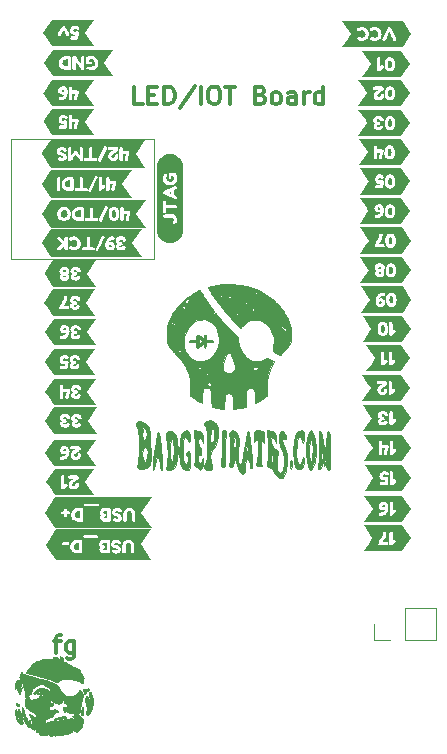
<source format=gbr>
%TF.GenerationSoftware,KiCad,Pcbnew,(6.0.1)*%
%TF.CreationDate,2022-04-26T22:40:30-05:00*%
%TF.ProjectId,LEDStripBoards,4c454453-7472-4697-9042-6f617264732e,rev?*%
%TF.SameCoordinates,Original*%
%TF.FileFunction,Legend,Top*%
%TF.FilePolarity,Positive*%
%FSLAX46Y46*%
G04 Gerber Fmt 4.6, Leading zero omitted, Abs format (unit mm)*
G04 Created by KiCad (PCBNEW (6.0.1)) date 2022-04-26 22:40:30*
%MOMM*%
%LPD*%
G01*
G04 APERTURE LIST*
%ADD10C,0.120000*%
%ADD11C,0.300000*%
%ADD12C,0.010000*%
G04 APERTURE END LIST*
D10*
X93751400Y-91033600D02*
X105816400Y-91033600D01*
X105816400Y-91033600D02*
X105816400Y-80848200D01*
X105816400Y-80848200D02*
X93751400Y-80848200D01*
X93751400Y-80848200D02*
X93751400Y-91033600D01*
D11*
X104855285Y-77945371D02*
X104141000Y-77945371D01*
X104141000Y-76445371D01*
X105355285Y-77159657D02*
X105855285Y-77159657D01*
X106069571Y-77945371D02*
X105355285Y-77945371D01*
X105355285Y-76445371D01*
X106069571Y-76445371D01*
X106712428Y-77945371D02*
X106712428Y-76445371D01*
X107069571Y-76445371D01*
X107283857Y-76516800D01*
X107426714Y-76659657D01*
X107498142Y-76802514D01*
X107569571Y-77088228D01*
X107569571Y-77302514D01*
X107498142Y-77588228D01*
X107426714Y-77731085D01*
X107283857Y-77873942D01*
X107069571Y-77945371D01*
X106712428Y-77945371D01*
X109283857Y-76373942D02*
X107998142Y-78302514D01*
X109783857Y-77945371D02*
X109783857Y-76445371D01*
X110783857Y-76445371D02*
X111069571Y-76445371D01*
X111212428Y-76516800D01*
X111355285Y-76659657D01*
X111426714Y-76945371D01*
X111426714Y-77445371D01*
X111355285Y-77731085D01*
X111212428Y-77873942D01*
X111069571Y-77945371D01*
X110783857Y-77945371D01*
X110641000Y-77873942D01*
X110498142Y-77731085D01*
X110426714Y-77445371D01*
X110426714Y-76945371D01*
X110498142Y-76659657D01*
X110641000Y-76516800D01*
X110783857Y-76445371D01*
X111855285Y-76445371D02*
X112712428Y-76445371D01*
X112283857Y-77945371D02*
X112283857Y-76445371D01*
X114855285Y-77159657D02*
X115069571Y-77231085D01*
X115141000Y-77302514D01*
X115212428Y-77445371D01*
X115212428Y-77659657D01*
X115141000Y-77802514D01*
X115069571Y-77873942D01*
X114926714Y-77945371D01*
X114355285Y-77945371D01*
X114355285Y-76445371D01*
X114855285Y-76445371D01*
X114998142Y-76516800D01*
X115069571Y-76588228D01*
X115141000Y-76731085D01*
X115141000Y-76873942D01*
X115069571Y-77016800D01*
X114998142Y-77088228D01*
X114855285Y-77159657D01*
X114355285Y-77159657D01*
X116069571Y-77945371D02*
X115926714Y-77873942D01*
X115855285Y-77802514D01*
X115783857Y-77659657D01*
X115783857Y-77231085D01*
X115855285Y-77088228D01*
X115926714Y-77016800D01*
X116069571Y-76945371D01*
X116283857Y-76945371D01*
X116426714Y-77016800D01*
X116498142Y-77088228D01*
X116569571Y-77231085D01*
X116569571Y-77659657D01*
X116498142Y-77802514D01*
X116426714Y-77873942D01*
X116283857Y-77945371D01*
X116069571Y-77945371D01*
X117855285Y-77945371D02*
X117855285Y-77159657D01*
X117783857Y-77016800D01*
X117641000Y-76945371D01*
X117355285Y-76945371D01*
X117212428Y-77016800D01*
X117855285Y-77873942D02*
X117712428Y-77945371D01*
X117355285Y-77945371D01*
X117212428Y-77873942D01*
X117141000Y-77731085D01*
X117141000Y-77588228D01*
X117212428Y-77445371D01*
X117355285Y-77373942D01*
X117712428Y-77373942D01*
X117855285Y-77302514D01*
X118569571Y-77945371D02*
X118569571Y-76945371D01*
X118569571Y-77231085D02*
X118641000Y-77088228D01*
X118712428Y-77016800D01*
X118855285Y-76945371D01*
X118998142Y-76945371D01*
X120141000Y-77945371D02*
X120141000Y-76445371D01*
X120141000Y-77873942D02*
X119998142Y-77945371D01*
X119712428Y-77945371D01*
X119569571Y-77873942D01*
X119498142Y-77802514D01*
X119426714Y-77659657D01*
X119426714Y-77231085D01*
X119498142Y-77088228D01*
X119569571Y-77016800D01*
X119712428Y-76945371D01*
X119998142Y-76945371D01*
X120141000Y-77016800D01*
%TO.C,G\u002A\u002A\u002A*%
X97333400Y-123393400D02*
X97920066Y-123393400D01*
X97553400Y-124420066D02*
X97553400Y-123100066D01*
X97626733Y-122953400D01*
X97773400Y-122880066D01*
X97920066Y-122880066D01*
X99093400Y-123393400D02*
X99093400Y-124640066D01*
X99020066Y-124786733D01*
X98946733Y-124860066D01*
X98800066Y-124933400D01*
X98580066Y-124933400D01*
X98433400Y-124860066D01*
X99093400Y-124346733D02*
X98946733Y-124420066D01*
X98653400Y-124420066D01*
X98506733Y-124346733D01*
X98433400Y-124273400D01*
X98360066Y-124126733D01*
X98360066Y-123686733D01*
X98433400Y-123540066D01*
X98506733Y-123466733D01*
X98653400Y-123393400D01*
X98946733Y-123393400D01*
X99093400Y-123466733D01*
%TO.C,kibuzzard-6268BA9E*%
G36*
X106080653Y-83134806D02*
G01*
X106096675Y-83026792D01*
X106123208Y-82920869D01*
X106159994Y-82818056D01*
X106206682Y-82719344D01*
X106262819Y-82625684D01*
X106327867Y-82537977D01*
X106401199Y-82457068D01*
X106482107Y-82383737D01*
X106569814Y-82318689D01*
X106663474Y-82262551D01*
X106762186Y-82215864D01*
X106864999Y-82179077D01*
X106970922Y-82152545D01*
X107078936Y-82136523D01*
X107188000Y-82131165D01*
X107297064Y-82136523D01*
X107405078Y-82152545D01*
X107511001Y-82179077D01*
X107613814Y-82215864D01*
X107712526Y-82262551D01*
X107806186Y-82318689D01*
X107893893Y-82383737D01*
X107974801Y-82457068D01*
X108048133Y-82537977D01*
X108113181Y-82625684D01*
X108169318Y-82719344D01*
X108216006Y-82818056D01*
X108252792Y-82920869D01*
X108279325Y-83026792D01*
X108295347Y-83134806D01*
X108300705Y-83243870D01*
X108300705Y-88561730D01*
X108295347Y-88670794D01*
X108279325Y-88778808D01*
X108252792Y-88884731D01*
X108216006Y-88987544D01*
X108169318Y-89086256D01*
X108113181Y-89179916D01*
X108048133Y-89267623D01*
X107974801Y-89348532D01*
X107893893Y-89421863D01*
X107806186Y-89486911D01*
X107712526Y-89543049D01*
X107613814Y-89589736D01*
X107511001Y-89626523D01*
X107405078Y-89653055D01*
X107297064Y-89669077D01*
X107188000Y-89674435D01*
X107078936Y-89669077D01*
X106970922Y-89653055D01*
X106864999Y-89626523D01*
X106762186Y-89589736D01*
X106663474Y-89543049D01*
X106569814Y-89486911D01*
X106482107Y-89421863D01*
X106401199Y-89348532D01*
X106327867Y-89267623D01*
X106262819Y-89179916D01*
X106206682Y-89086256D01*
X106159994Y-88987544D01*
X106123208Y-88884731D01*
X106096675Y-88778808D01*
X106080653Y-88670794D01*
X106075295Y-88561730D01*
X106075295Y-87415688D01*
X106608562Y-87415688D01*
X106638725Y-87514113D01*
X106682778Y-87537925D01*
X106760962Y-87545863D01*
X107354688Y-87545863D01*
X107464225Y-87585550D01*
X107505500Y-87686356D01*
X107492403Y-87745292D01*
X107453113Y-87799863D01*
X107400725Y-87895113D01*
X107457875Y-87993538D01*
X107557094Y-88049100D01*
X107657900Y-87993538D01*
X107670600Y-87980838D01*
X107742038Y-87879238D01*
X107776566Y-87792322D01*
X107788075Y-87693500D01*
X107773876Y-87576025D01*
X107731278Y-87473367D01*
X107660281Y-87385525D01*
X107570764Y-87318497D01*
X107472603Y-87278281D01*
X107365800Y-87264875D01*
X106751437Y-87264875D01*
X106653012Y-87282338D01*
X106618881Y-87324406D01*
X106608562Y-87415688D01*
X106075295Y-87415688D01*
X106075295Y-87061675D01*
X106606975Y-87061675D01*
X106621262Y-87142638D01*
X106655394Y-87169625D01*
X106721275Y-87177563D01*
X106787950Y-87169625D01*
X106825256Y-87137875D01*
X106837162Y-87063263D01*
X106837162Y-86758463D01*
X107634088Y-86758463D01*
X107688856Y-86756081D01*
X107730131Y-86741794D01*
X107762675Y-86700519D01*
X107772200Y-86621938D01*
X107762675Y-86542563D01*
X107730131Y-86500494D01*
X107689650Y-86486206D01*
X107635675Y-86483825D01*
X106837162Y-86483825D01*
X106837162Y-86180613D01*
X106822875Y-86099650D01*
X106788744Y-86072663D01*
X106722862Y-86064725D01*
X106656187Y-86072663D01*
X106618881Y-86104413D01*
X106606975Y-86179025D01*
X106606975Y-87061675D01*
X106075295Y-87061675D01*
X106075295Y-85432900D01*
X106608562Y-85432900D01*
X106630787Y-85508306D01*
X106689525Y-85561488D01*
X107576938Y-85990113D01*
X107657900Y-86017100D01*
X107711875Y-85994081D01*
X107759500Y-85925025D01*
X107786488Y-85840094D01*
X107771406Y-85789294D01*
X107742038Y-85760719D01*
X107696000Y-85736113D01*
X107524550Y-85653563D01*
X107524550Y-85213825D01*
X107696000Y-85131275D01*
X107743625Y-85106669D01*
X107773788Y-85078094D01*
X107788075Y-85027294D01*
X107761088Y-84942363D01*
X107712272Y-84873306D01*
X107657900Y-84850288D01*
X107576938Y-84877275D01*
X106691112Y-85305900D01*
X106629200Y-85358288D01*
X106608562Y-85432900D01*
X106075295Y-85432900D01*
X106075295Y-84189888D01*
X106587925Y-84189888D01*
X106598492Y-84306569D01*
X106630192Y-84415313D01*
X106683026Y-84516119D01*
X106756994Y-84608988D01*
X106846737Y-84686775D01*
X106946898Y-84742338D01*
X107057478Y-84775675D01*
X107178475Y-84786788D01*
X107300068Y-84775873D01*
X107412433Y-84743131D01*
X107515571Y-84688561D01*
X107609481Y-84612163D01*
X107687616Y-84520980D01*
X107743427Y-84422059D01*
X107776913Y-84315399D01*
X107788075Y-84201000D01*
X107779443Y-84075984D01*
X107753547Y-83967638D01*
X107710387Y-83875959D01*
X107649963Y-83800950D01*
X107553125Y-83756500D01*
X107203875Y-83756500D01*
X107114975Y-83772375D01*
X107070525Y-83877150D01*
X107070525Y-84156550D01*
X107084812Y-84232750D01*
X107119737Y-84258944D01*
X107187206Y-84266088D01*
X107253881Y-84259738D01*
X107291188Y-84232750D01*
X107303888Y-84162900D01*
X107303888Y-84037488D01*
X107476925Y-84037488D01*
X107498356Y-84111703D01*
X107505500Y-84194650D01*
X107481489Y-84308950D01*
X107409456Y-84410550D01*
X107340841Y-84463467D01*
X107263053Y-84495217D01*
X107176094Y-84505800D01*
X107051872Y-84482384D01*
X106953844Y-84412138D01*
X106890145Y-84311728D01*
X106868912Y-84197825D01*
X106879827Y-84112100D01*
X106912569Y-84039075D01*
X106956225Y-83942238D01*
X106935191Y-83888659D01*
X106872087Y-83829525D01*
X106782394Y-83793013D01*
X106711750Y-83835875D01*
X106642958Y-83949293D01*
X106601683Y-84067297D01*
X106587925Y-84189888D01*
X106075295Y-84189888D01*
X106075295Y-83243870D01*
X106080653Y-83134806D01*
G37*
G36*
X107289600Y-85539263D02*
G01*
X107072112Y-85434488D01*
X107289600Y-85328125D01*
X107289600Y-85539263D01*
G37*
%TO.C,kibuzzard-6268BA5F*%
G36*
X103994611Y-89712800D02*
G01*
X104779807Y-90890593D01*
X97122589Y-90890593D01*
X96337393Y-89712800D01*
X96632139Y-89270681D01*
X97635219Y-89270681D01*
X97687606Y-89369900D01*
X97747237Y-89435880D01*
X97824528Y-89516347D01*
X97919480Y-89611299D01*
X98032094Y-89720738D01*
X97968594Y-89781063D01*
X97878106Y-89868970D01*
X97800319Y-89946956D01*
X97735231Y-90015020D01*
X97682844Y-90073163D01*
X97635219Y-90169206D01*
X97698719Y-90264456D01*
X97803494Y-90319225D01*
X97900331Y-90254138D01*
X97956973Y-90188415D01*
X98020219Y-90115708D01*
X98090069Y-90036015D01*
X98166523Y-89949338D01*
X98249581Y-89855675D01*
X98249581Y-90158888D01*
X98257519Y-90241438D01*
X98300778Y-90285491D01*
X98389281Y-90300175D01*
X98471037Y-90289459D01*
X98513106Y-90257313D01*
X98528187Y-90215244D01*
X98530569Y-90160475D01*
X98530569Y-90115231D01*
X98633756Y-90115231D01*
X98675031Y-90190638D01*
X98719481Y-90219213D01*
X98757581Y-90241438D01*
X98874262Y-90288269D01*
X98950661Y-90305533D01*
X99025869Y-90311288D01*
X99130467Y-90301763D01*
X99234713Y-90273188D01*
X99338606Y-90225563D01*
X99400747Y-90185875D01*
X99695794Y-90185875D01*
X99703731Y-90252550D01*
X99735481Y-90289856D01*
X99810094Y-90301763D01*
X100692744Y-90301763D01*
X100773706Y-90287475D01*
X100793790Y-90262075D01*
X100856256Y-90262075D01*
X100877688Y-90309303D01*
X100941981Y-90352563D01*
X101022150Y-90377963D01*
X101059456Y-90371613D01*
X101113431Y-90301763D01*
X101332180Y-89844563D01*
X101707156Y-89844563D01*
X101718798Y-89975708D01*
X101753723Y-90089743D01*
X101811931Y-90186669D01*
X101893247Y-90260311D01*
X101997492Y-90304497D01*
X102124669Y-90319225D01*
X102228209Y-90307231D01*
X102320813Y-90271247D01*
X102402481Y-90211275D01*
X102465981Y-90133488D01*
X102504081Y-90044058D01*
X102516781Y-89942988D01*
X102504346Y-89859115D01*
X102467040Y-89781063D01*
X102404863Y-89708831D01*
X102325399Y-89651064D01*
X102236235Y-89616403D01*
X102137369Y-89604850D01*
X102018306Y-89631837D01*
X102026244Y-89609612D01*
X102057597Y-89554050D01*
X102100642Y-89506425D01*
X102596156Y-89506425D01*
X102609253Y-89587387D01*
X102648544Y-89658825D01*
X102698550Y-89710419D01*
X102745381Y-89744550D01*
X102745381Y-89755663D01*
X102676590Y-89805492D01*
X102635315Y-89872432D01*
X102621556Y-89956481D01*
X102634080Y-90045999D01*
X102671651Y-90129342D01*
X102734269Y-90206513D01*
X102818583Y-90268249D01*
X102921241Y-90305290D01*
X103042244Y-90317638D01*
X103121023Y-90312081D01*
X103192263Y-90295413D01*
X103297038Y-90246200D01*
X103362919Y-90183494D01*
X103397844Y-90133488D01*
X103434356Y-90025538D01*
X103414513Y-89968784D01*
X103354981Y-89919175D01*
X103267669Y-89890600D01*
X103207344Y-89910444D01*
X103162894Y-89969975D01*
X103153369Y-89989025D01*
X103112094Y-90027125D01*
X103022400Y-90046175D01*
X102934294Y-90016013D01*
X102902544Y-89952513D01*
X102932706Y-89906078D01*
X103023194Y-89890600D01*
X103105744Y-89882663D01*
X103149797Y-89839403D01*
X103164481Y-89750900D01*
X103153766Y-89669541D01*
X103121619Y-89628662D01*
X103080344Y-89612787D01*
X103008113Y-89609612D01*
X102916038Y-89577069D01*
X102877144Y-89501662D01*
X102916831Y-89424669D01*
X102967631Y-89399070D01*
X103040656Y-89390537D01*
X103107331Y-89400062D01*
X103194644Y-89476262D01*
X103242269Y-89558812D01*
X103326406Y-89574687D01*
X103443088Y-89551669D01*
X103481981Y-89482612D01*
X103464519Y-89396887D01*
X103461344Y-89381012D01*
X103443881Y-89339737D01*
X103404591Y-89276634D01*
X103359744Y-89227025D01*
X103268022Y-89165289D01*
X103162188Y-89128247D01*
X103042244Y-89115900D01*
X102921417Y-89128159D01*
X102815055Y-89164936D01*
X102723156Y-89226231D01*
X102652601Y-89306400D01*
X102610267Y-89399798D01*
X102596156Y-89506425D01*
X102100642Y-89506425D01*
X102113556Y-89492137D01*
X102208013Y-89438162D01*
X102334219Y-89415937D01*
X102426294Y-89406412D01*
X102471538Y-89364344D01*
X102486619Y-89276237D01*
X102475506Y-89195672D01*
X102442169Y-89150825D01*
X102356444Y-89134950D01*
X102346919Y-89134950D01*
X102233190Y-89143078D01*
X102129495Y-89167462D01*
X102035832Y-89208102D01*
X101952203Y-89264998D01*
X101878606Y-89338150D01*
X101816884Y-89423430D01*
X101768878Y-89516712D01*
X101734588Y-89617994D01*
X101714014Y-89727278D01*
X101707156Y-89844563D01*
X101332180Y-89844563D01*
X101624606Y-89233375D01*
X101643656Y-89154000D01*
X101625400Y-89113519D01*
X101554756Y-89071450D01*
X101475381Y-89047637D01*
X101431725Y-89059544D01*
X101407913Y-89084150D01*
X101388069Y-89123837D01*
X100878481Y-90182700D01*
X100856256Y-90262075D01*
X100793790Y-90262075D01*
X100800694Y-90253344D01*
X100808631Y-90187463D01*
X100800694Y-90120788D01*
X100768944Y-90083481D01*
X100694331Y-90071575D01*
X100389531Y-90071575D01*
X100389531Y-89274650D01*
X100387150Y-89219881D01*
X100372862Y-89178606D01*
X100331587Y-89146062D01*
X100253006Y-89136537D01*
X100173631Y-89146062D01*
X100131562Y-89178606D01*
X100117275Y-89219087D01*
X100114894Y-89273062D01*
X100114894Y-90071575D01*
X99811681Y-90071575D01*
X99730719Y-90085863D01*
X99703731Y-90119994D01*
X99695794Y-90185875D01*
X99400747Y-90185875D01*
X99416592Y-90175755D01*
X99485450Y-90115231D01*
X99543989Y-90040619D01*
X99591019Y-89948544D01*
X99621975Y-89841983D01*
X99632294Y-89723913D01*
X99621777Y-89604652D01*
X99590225Y-89494519D01*
X99542402Y-89398475D01*
X99483069Y-89321481D01*
X99413814Y-89259172D01*
X99336225Y-89207181D01*
X99255659Y-89167097D01*
X99177475Y-89140506D01*
X99100878Y-89125623D01*
X99025075Y-89120662D01*
X98948280Y-89127012D01*
X98868706Y-89146062D01*
X98761550Y-89187337D01*
X98706781Y-89220675D01*
X98656775Y-89260362D01*
X98635344Y-89315925D01*
X98670269Y-89404825D01*
X98725434Y-89471500D01*
X98776631Y-89493725D01*
X98852831Y-89461975D01*
X98881406Y-89441337D01*
X98944112Y-89415937D01*
X99036981Y-89403237D01*
X99139772Y-89420700D01*
X99238594Y-89473087D01*
X99319556Y-89573100D01*
X99343369Y-89640767D01*
X99351306Y-89716769D01*
X99343369Y-89792770D01*
X99319556Y-89860438D01*
X99240181Y-89958863D01*
X99139375Y-90012441D01*
X99036981Y-90030300D01*
X98936969Y-90016806D01*
X98859181Y-89976325D01*
X98778219Y-89941400D01*
X98725831Y-89962831D01*
X98667094Y-90027125D01*
X98633756Y-90115231D01*
X98530569Y-90115231D01*
X98530569Y-89277825D01*
X98521044Y-89196862D01*
X98478975Y-89151619D01*
X98390869Y-89136537D01*
X98309112Y-89147253D01*
X98267044Y-89179400D01*
X98251962Y-89220675D01*
X98249581Y-89276237D01*
X98249581Y-89585800D01*
X97900331Y-89187337D01*
X97802700Y-89120662D01*
X97698719Y-89175431D01*
X97635219Y-89270681D01*
X96632139Y-89270681D01*
X97122589Y-88535007D01*
X104779807Y-88535007D01*
X103994611Y-89712800D01*
G37*
G36*
X102212775Y-89884250D02*
G01*
X102240556Y-89952513D01*
X102209997Y-90032284D01*
X102118319Y-90058875D01*
X102016719Y-90022363D01*
X102000050Y-89986644D01*
X101996081Y-89940606D01*
X102028625Y-89881869D01*
X102123081Y-89852500D01*
X102212775Y-89884250D01*
G37*
%TO.C,kibuzzard-6268BA4E*%
G36*
X96346125Y-87223600D02*
G01*
X97131320Y-86045807D01*
X105126675Y-86045807D01*
X104341480Y-87223600D01*
X105126675Y-88401393D01*
X97131320Y-88401393D01*
X96353004Y-87233919D01*
X97643950Y-87233919D01*
X97654765Y-87354618D01*
X97687209Y-87465098D01*
X97741284Y-87565359D01*
X97816987Y-87655400D01*
X97907376Y-87729715D01*
X98005503Y-87782797D01*
X98111370Y-87814646D01*
X98224975Y-87825263D01*
X98332925Y-87814150D01*
X98437700Y-87780813D01*
X98534934Y-87728028D01*
X98620262Y-87658575D01*
X98691700Y-87571461D01*
X98747262Y-87465694D01*
X98782981Y-87346433D01*
X98793183Y-87237094D01*
X98874262Y-87237094D01*
X98885177Y-87353378D01*
X98917919Y-87460138D01*
X98972489Y-87557372D01*
X99048887Y-87645081D01*
X99139673Y-87717660D01*
X99237403Y-87769502D01*
X99342079Y-87800607D01*
X99453700Y-87810975D01*
X99747387Y-87812563D01*
X99829144Y-87801847D01*
X99871212Y-87769700D01*
X99886294Y-87728425D01*
X99887655Y-87696675D01*
X99975987Y-87696675D01*
X99983925Y-87763350D01*
X100015675Y-87800656D01*
X100090287Y-87812563D01*
X100972938Y-87812563D01*
X101053900Y-87798275D01*
X101073984Y-87772875D01*
X101136450Y-87772875D01*
X101157881Y-87820103D01*
X101222175Y-87863363D01*
X101302344Y-87888763D01*
X101339650Y-87882413D01*
X101393625Y-87812563D01*
X101673898Y-87226775D01*
X101987350Y-87226775D01*
X101992642Y-87331726D01*
X102008517Y-87432797D01*
X102034975Y-87529988D01*
X102068114Y-87610156D01*
X102110381Y-87679213D01*
X102165944Y-87737553D01*
X102238969Y-87785575D01*
X102327670Y-87817722D01*
X102430263Y-87828438D01*
X102533252Y-87817523D01*
X102623144Y-87784781D01*
X102697161Y-87735966D01*
X102752525Y-87676831D01*
X102755714Y-87671275D01*
X102976363Y-87671275D01*
X102978744Y-87726838D01*
X102993825Y-87768906D01*
X103036688Y-87802244D01*
X103116856Y-87812563D01*
X103197819Y-87803831D01*
X103241475Y-87772875D01*
X103256556Y-87733188D01*
X103258938Y-87679213D01*
X103258938Y-87245825D01*
X103517700Y-87245825D01*
X103420863Y-87633175D01*
X103419275Y-87637938D01*
X103408163Y-87704613D01*
X103435944Y-87765731D01*
X103519288Y-87806213D01*
X103592313Y-87817325D01*
X103647081Y-87799863D01*
X103675656Y-87763350D01*
X103692325Y-87707788D01*
X103824088Y-87175975D01*
X103828850Y-87112475D01*
X103820913Y-87044212D01*
X103777653Y-86998969D01*
X103689150Y-86983887D01*
X103258938Y-86983887D01*
X103258938Y-86790212D01*
X103249413Y-86707662D01*
X103228775Y-86675912D01*
X103187500Y-86656862D01*
X103114475Y-86648925D01*
X103037481Y-86658450D01*
X102991444Y-86697344D01*
X102976363Y-86788625D01*
X102976363Y-87671275D01*
X102755714Y-87671275D01*
X102796380Y-87600433D01*
X102835869Y-87499825D01*
X102856594Y-87419568D01*
X102869030Y-87329081D01*
X102873175Y-87228363D01*
X102868060Y-87117061D01*
X102852714Y-87013874D01*
X102827138Y-86918800D01*
X102792808Y-86839028D01*
X102750144Y-86771162D01*
X102694184Y-86714211D01*
X102619969Y-86667181D01*
X102530473Y-86635630D01*
X102428675Y-86625112D01*
X102327273Y-86635431D01*
X102238969Y-86666387D01*
X102166142Y-86713219D01*
X102111175Y-86771162D01*
X102057002Y-86862741D01*
X102018306Y-86969203D01*
X101995089Y-87090548D01*
X101987350Y-87226775D01*
X101673898Y-87226775D01*
X101904800Y-86744175D01*
X101923850Y-86664800D01*
X101905594Y-86624319D01*
X101834950Y-86582250D01*
X101755575Y-86558437D01*
X101711919Y-86570344D01*
X101688106Y-86594950D01*
X101668263Y-86634637D01*
X101158675Y-87693500D01*
X101136450Y-87772875D01*
X101073984Y-87772875D01*
X101080888Y-87764144D01*
X101088825Y-87698263D01*
X101080888Y-87631588D01*
X101049138Y-87594281D01*
X100974525Y-87582375D01*
X100669725Y-87582375D01*
X100669725Y-86785450D01*
X100667344Y-86730681D01*
X100653056Y-86689406D01*
X100611781Y-86656862D01*
X100533200Y-86647337D01*
X100453825Y-86656862D01*
X100411756Y-86689406D01*
X100397469Y-86729887D01*
X100395087Y-86783862D01*
X100395087Y-87582375D01*
X100091875Y-87582375D01*
X100010912Y-87596663D01*
X99983925Y-87630794D01*
X99975987Y-87696675D01*
X99887655Y-87696675D01*
X99888675Y-87672863D01*
X99888675Y-86790212D01*
X99869625Y-86688612D01*
X99827556Y-86658847D01*
X99748975Y-86648925D01*
X99458462Y-86648925D01*
X99341533Y-86659740D01*
X99233633Y-86692184D01*
X99134761Y-86746259D01*
X99044919Y-86821962D01*
X98970257Y-86912797D01*
X98916927Y-87012264D01*
X98884929Y-87120363D01*
X98874262Y-87237094D01*
X98793183Y-87237094D01*
X98794887Y-87218837D01*
X98784321Y-87102355D01*
X98752620Y-86994206D01*
X98699786Y-86894392D01*
X98625819Y-86802912D01*
X98536770Y-86726514D01*
X98438692Y-86671944D01*
X98331586Y-86639202D01*
X98215450Y-86628287D01*
X98099562Y-86639350D01*
X97993200Y-86672539D01*
X97896362Y-86727854D01*
X97809050Y-86805294D01*
X97736819Y-86898460D01*
X97685225Y-87000953D01*
X97654269Y-87112773D01*
X97643950Y-87233919D01*
X96353004Y-87233919D01*
X96346125Y-87223600D01*
G37*
G36*
X98325980Y-86931302D02*
G01*
X98422619Y-86997381D01*
X98473331Y-87062028D01*
X98503758Y-87138492D01*
X98513900Y-87226775D01*
X98503846Y-87315058D01*
X98473683Y-87391522D01*
X98423412Y-87456169D01*
X98327369Y-87522248D01*
X98220212Y-87544275D01*
X98112858Y-87522447D01*
X98016219Y-87456963D01*
X97965507Y-87392404D01*
X97935080Y-87315146D01*
X97924937Y-87225188D01*
X97934992Y-87135406D01*
X97965154Y-87058676D01*
X98015425Y-86995000D01*
X98111469Y-86930706D01*
X98218625Y-86909275D01*
X98325980Y-86931302D01*
G37*
G36*
X99607687Y-87529988D02*
G01*
X99455287Y-87529988D01*
X99342377Y-87508358D01*
X99244944Y-87443469D01*
X99177673Y-87346433D01*
X99155250Y-87228363D01*
X99178269Y-87110689D01*
X99247325Y-87014844D01*
X99344956Y-86951145D01*
X99453700Y-86929912D01*
X99607687Y-86929912D01*
X99607687Y-87529988D01*
G37*
G36*
X102501998Y-86927680D02*
G01*
X102552103Y-86987658D01*
X102582166Y-87087621D01*
X102592188Y-87227569D01*
X102582067Y-87367517D01*
X102551706Y-87467480D01*
X102501105Y-87527457D01*
X102430263Y-87547450D01*
X102359420Y-87527507D01*
X102308819Y-87467678D01*
X102278458Y-87367963D01*
X102268338Y-87228363D01*
X102268338Y-87218837D01*
X102278557Y-87082709D01*
X102309216Y-86985475D01*
X102360313Y-86927134D01*
X102431850Y-86907687D01*
X102501998Y-86927680D01*
G37*
%TO.C,kibuzzard-6268BA3D*%
G36*
X96319137Y-84683600D02*
G01*
X97104332Y-83505807D01*
X103934463Y-83505807D01*
X103149268Y-84683600D01*
X103934463Y-85861393D01*
X97104332Y-85861393D01*
X96616529Y-85129688D01*
X97616962Y-85129688D01*
X97624900Y-85212238D01*
X97668159Y-85256291D01*
X97756662Y-85270975D01*
X97838419Y-85260259D01*
X97880487Y-85228113D01*
X97895569Y-85186044D01*
X97897950Y-85131275D01*
X97897950Y-84697094D01*
X98001137Y-84697094D01*
X98012052Y-84813378D01*
X98044794Y-84920138D01*
X98099364Y-85017372D01*
X98175762Y-85105081D01*
X98266548Y-85177660D01*
X98364278Y-85229502D01*
X98468954Y-85260607D01*
X98580575Y-85270975D01*
X98874262Y-85272563D01*
X98956019Y-85261847D01*
X98998087Y-85229700D01*
X99013169Y-85188425D01*
X99014530Y-85156675D01*
X99102862Y-85156675D01*
X99110800Y-85223350D01*
X99142550Y-85260656D01*
X99217162Y-85272563D01*
X100099812Y-85272563D01*
X100180775Y-85258275D01*
X100200859Y-85232875D01*
X100263325Y-85232875D01*
X100284756Y-85280103D01*
X100349050Y-85323363D01*
X100429219Y-85348763D01*
X100466525Y-85342413D01*
X100520500Y-85272563D01*
X100589619Y-85128100D01*
X101138038Y-85128100D01*
X101145975Y-85212238D01*
X101168200Y-85246369D01*
X101209475Y-85264625D01*
X101284881Y-85272563D01*
X101374575Y-85231288D01*
X101379338Y-85228113D01*
X101486645Y-85131275D01*
X101784150Y-85131275D01*
X101786531Y-85186838D01*
X101801613Y-85228906D01*
X101844475Y-85262244D01*
X101924644Y-85272563D01*
X102005606Y-85263831D01*
X102049263Y-85232875D01*
X102064344Y-85193188D01*
X102066725Y-85139213D01*
X102066725Y-84705825D01*
X102325488Y-84705825D01*
X102228650Y-85093175D01*
X102227063Y-85097938D01*
X102215950Y-85164613D01*
X102243731Y-85225731D01*
X102327075Y-85266213D01*
X102400100Y-85277325D01*
X102454869Y-85259863D01*
X102483444Y-85223350D01*
X102500113Y-85167788D01*
X102631875Y-84635975D01*
X102636638Y-84572475D01*
X102628700Y-84504212D01*
X102585441Y-84458969D01*
X102496938Y-84443887D01*
X102066725Y-84443887D01*
X102066725Y-84250212D01*
X102057200Y-84167662D01*
X102036563Y-84135912D01*
X101995288Y-84116862D01*
X101922263Y-84108925D01*
X101845269Y-84118450D01*
X101799231Y-84157344D01*
X101784150Y-84248625D01*
X101784150Y-85131275D01*
X101486645Y-85131275D01*
X101639688Y-84993163D01*
X101696838Y-84899500D01*
X101646831Y-84801075D01*
X101550788Y-84745513D01*
X101439663Y-84794725D01*
X101419025Y-84813775D01*
X101419025Y-84247037D01*
X101416644Y-84189094D01*
X101401563Y-84145437D01*
X101359097Y-84114481D01*
X101279325Y-84104162D01*
X101197569Y-84114878D01*
X101155500Y-84147025D01*
X101140419Y-84189094D01*
X101138038Y-84243862D01*
X101138038Y-85128100D01*
X100589619Y-85128100D01*
X101031675Y-84204175D01*
X101050725Y-84124800D01*
X101032469Y-84084319D01*
X100961825Y-84042250D01*
X100882450Y-84018437D01*
X100838794Y-84030344D01*
X100814981Y-84054950D01*
X100795138Y-84094637D01*
X100285550Y-85153500D01*
X100263325Y-85232875D01*
X100200859Y-85232875D01*
X100207763Y-85224144D01*
X100215700Y-85158263D01*
X100207763Y-85091588D01*
X100176013Y-85054281D01*
X100101400Y-85042375D01*
X99796600Y-85042375D01*
X99796600Y-84245450D01*
X99794219Y-84190681D01*
X99779931Y-84149406D01*
X99738656Y-84116862D01*
X99660075Y-84107337D01*
X99580700Y-84116862D01*
X99538631Y-84149406D01*
X99524344Y-84189887D01*
X99521962Y-84243862D01*
X99521962Y-85042375D01*
X99218750Y-85042375D01*
X99137787Y-85056663D01*
X99110800Y-85090794D01*
X99102862Y-85156675D01*
X99014530Y-85156675D01*
X99015550Y-85132863D01*
X99015550Y-84250212D01*
X98996500Y-84148612D01*
X98954431Y-84118847D01*
X98875850Y-84108925D01*
X98585337Y-84108925D01*
X98468408Y-84119740D01*
X98360508Y-84152184D01*
X98261636Y-84206259D01*
X98171794Y-84281962D01*
X98097132Y-84372797D01*
X98043802Y-84472264D01*
X98011804Y-84580363D01*
X98001137Y-84697094D01*
X97897950Y-84697094D01*
X97897950Y-84248625D01*
X97888425Y-84167662D01*
X97846356Y-84122419D01*
X97758250Y-84107337D01*
X97676494Y-84118053D01*
X97634425Y-84150200D01*
X97619344Y-84191475D01*
X97616962Y-84247037D01*
X97616962Y-85129688D01*
X96616529Y-85129688D01*
X96319137Y-84683600D01*
G37*
G36*
X98734562Y-84989988D02*
G01*
X98582162Y-84989988D01*
X98469252Y-84968358D01*
X98371819Y-84903469D01*
X98304548Y-84806433D01*
X98282125Y-84688363D01*
X98305144Y-84570689D01*
X98374200Y-84474844D01*
X98471831Y-84411145D01*
X98580575Y-84389912D01*
X98734562Y-84389912D01*
X98734562Y-84989988D01*
G37*
%TO.C,kibuzzard-6268BA2C*%
G36*
X96315168Y-82143600D02*
G01*
X96451693Y-81938812D01*
X97612994Y-81938812D01*
X97623114Y-82033864D01*
X97653475Y-82112644D01*
X97698917Y-82172770D01*
X97754281Y-82211863D01*
X97817384Y-82238255D01*
X97886044Y-82260281D01*
X97954703Y-82277545D01*
X98017806Y-82289650D01*
X98118612Y-82326163D01*
X98159094Y-82396806D01*
X98124962Y-82465069D01*
X98039237Y-82489675D01*
X97954306Y-82469038D01*
X97929700Y-82448400D01*
X97911444Y-82432525D01*
X97828894Y-82400775D01*
X97772537Y-82420619D01*
X97717769Y-82480150D01*
X97679669Y-82567463D01*
X97728881Y-82645250D01*
X97768569Y-82675413D01*
X97877312Y-82725419D01*
X97960061Y-82743873D01*
X98051144Y-82750025D01*
X98162357Y-82738472D01*
X98256813Y-82703811D01*
X98334512Y-82646044D01*
X98380184Y-82588100D01*
X98562319Y-82588100D01*
X98564700Y-82643662D01*
X98579781Y-82686525D01*
X98621652Y-82718672D01*
X98702812Y-82729388D01*
X98785164Y-82718672D01*
X98830606Y-82686525D01*
X98873977Y-82631090D01*
X98931698Y-82556223D01*
X99003771Y-82461926D01*
X99090194Y-82348197D01*
X99190969Y-82215038D01*
X99551331Y-82688113D01*
X99560856Y-82697638D01*
X99601337Y-82719069D01*
X99675156Y-82729388D01*
X99756119Y-82719069D01*
X99798981Y-82688113D01*
X99814062Y-82646044D01*
X99815339Y-82616675D01*
X99903756Y-82616675D01*
X99911694Y-82683350D01*
X99943444Y-82720656D01*
X100018056Y-82732563D01*
X100900706Y-82732563D01*
X100981669Y-82718275D01*
X101001752Y-82692875D01*
X101064219Y-82692875D01*
X101085650Y-82740103D01*
X101149944Y-82783363D01*
X101230113Y-82808763D01*
X101267419Y-82802413D01*
X101321394Y-82732563D01*
X101813201Y-81704656D01*
X101899244Y-81704656D01*
X101908769Y-81785619D01*
X101946075Y-81831656D01*
X102038944Y-81846737D01*
X102329456Y-81846737D01*
X102329456Y-81854675D01*
X102289769Y-81870550D01*
X102191344Y-81924128D01*
X102080219Y-82011837D01*
X102028625Y-82068987D01*
X101984969Y-82142012D01*
X101955203Y-82225356D01*
X101945281Y-82313463D01*
X101958510Y-82422559D01*
X101998198Y-82523365D01*
X102064344Y-82615881D01*
X102151744Y-82689524D01*
X102255197Y-82733709D01*
X102374700Y-82748438D01*
X102494115Y-82733885D01*
X102597303Y-82690229D01*
X102684263Y-82617469D01*
X102703154Y-82591275D01*
X102905719Y-82591275D01*
X102908100Y-82646838D01*
X102923181Y-82688906D01*
X102966044Y-82722244D01*
X103046213Y-82732563D01*
X103127175Y-82723831D01*
X103170831Y-82692875D01*
X103185913Y-82653188D01*
X103188294Y-82599213D01*
X103188294Y-82165825D01*
X103447056Y-82165825D01*
X103350219Y-82553175D01*
X103348631Y-82557938D01*
X103337519Y-82624613D01*
X103365300Y-82685731D01*
X103448644Y-82726213D01*
X103521669Y-82737325D01*
X103576438Y-82719863D01*
X103605013Y-82683350D01*
X103621681Y-82627788D01*
X103753444Y-82095975D01*
X103758206Y-82032475D01*
X103750269Y-81964212D01*
X103707009Y-81918969D01*
X103618506Y-81903887D01*
X103188294Y-81903887D01*
X103188294Y-81710212D01*
X103178769Y-81627662D01*
X103158131Y-81595912D01*
X103116856Y-81576862D01*
X103043831Y-81568925D01*
X102966838Y-81578450D01*
X102920800Y-81617344D01*
X102905719Y-81708625D01*
X102905719Y-82591275D01*
X102703154Y-82591275D01*
X102749967Y-82526364D01*
X102789390Y-82427674D01*
X102802531Y-82321400D01*
X102794594Y-82240438D01*
X102751334Y-82195194D01*
X102662831Y-82180113D01*
X102581869Y-82189638D01*
X102539006Y-82218213D01*
X102523925Y-82257900D01*
X102521544Y-82310288D01*
X102521544Y-82319813D01*
X102515194Y-82356325D01*
X102473125Y-82430144D01*
X102385019Y-82467450D01*
X102305644Y-82453163D01*
X102263575Y-82422206D01*
X102238969Y-82379344D01*
X102227856Y-82338863D01*
X102242739Y-82269409D01*
X102287388Y-82203925D01*
X102353070Y-82143798D01*
X102431056Y-82090419D01*
X102515194Y-82040016D01*
X102599331Y-81988819D01*
X102677317Y-81932066D01*
X102743000Y-81864994D01*
X102787648Y-81789389D01*
X102802531Y-81707037D01*
X102761256Y-81607025D01*
X102662831Y-81564162D01*
X102042119Y-81564162D01*
X101943694Y-81583212D01*
X101909563Y-81624487D01*
X101899244Y-81704656D01*
X101813201Y-81704656D01*
X101832569Y-81664175D01*
X101851619Y-81584800D01*
X101833363Y-81544319D01*
X101762719Y-81502250D01*
X101683344Y-81478437D01*
X101639688Y-81490344D01*
X101615875Y-81514950D01*
X101596031Y-81554637D01*
X101086444Y-82613500D01*
X101064219Y-82692875D01*
X101001752Y-82692875D01*
X101008656Y-82684144D01*
X101016594Y-82618263D01*
X101008656Y-82551588D01*
X100976906Y-82514281D01*
X100902294Y-82502375D01*
X100597494Y-82502375D01*
X100597494Y-81705450D01*
X100595112Y-81650681D01*
X100580825Y-81609406D01*
X100539550Y-81576862D01*
X100460969Y-81567337D01*
X100381594Y-81576862D01*
X100339525Y-81609406D01*
X100325237Y-81649887D01*
X100322856Y-81703862D01*
X100322856Y-82502375D01*
X100019644Y-82502375D01*
X99938681Y-82516663D01*
X99911694Y-82550794D01*
X99903756Y-82616675D01*
X99815339Y-82616675D01*
X99816444Y-82591275D01*
X99816444Y-81710212D01*
X99814062Y-81653062D01*
X99798981Y-81611787D01*
X99756912Y-81579641D01*
X99678331Y-81568925D01*
X99597369Y-81579641D01*
X99554506Y-81611787D01*
X99539425Y-81652269D01*
X99537044Y-81707037D01*
X99537044Y-82242025D01*
X99507675Y-82202536D01*
X99435444Y-82103119D01*
X99357259Y-81996161D01*
X99310031Y-81934050D01*
X99297331Y-81916587D01*
X99255262Y-81884044D01*
X99190175Y-81867375D01*
X99123500Y-81885631D01*
X99084606Y-81914206D01*
X99056031Y-81951512D01*
X99021503Y-81998542D01*
X98959194Y-82085656D01*
X98892122Y-82178327D01*
X98843306Y-82242025D01*
X98843306Y-81710212D01*
X98835369Y-81627662D01*
X98813144Y-81595912D01*
X98771869Y-81576862D01*
X98698844Y-81568925D01*
X98622644Y-81578450D01*
X98577400Y-81620122D01*
X98562319Y-81707037D01*
X98562319Y-82588100D01*
X98380184Y-82588100D01*
X98392280Y-82572754D01*
X98426940Y-82491527D01*
X98438494Y-82402363D01*
X98428373Y-82308105D01*
X98398012Y-82228531D01*
X98352570Y-82166023D01*
X98297206Y-82122962D01*
X98234500Y-82091808D01*
X98167031Y-82065019D01*
X98099562Y-82043786D01*
X98036856Y-82029300D01*
X97936050Y-81993581D01*
X97895569Y-81932462D01*
X97911973Y-81865435D01*
X97961185Y-81825218D01*
X98043206Y-81811812D01*
X98119406Y-81836419D01*
X98182906Y-81888012D01*
X98253550Y-81947544D01*
X98306731Y-81967387D01*
X98390869Y-81929287D01*
X98442066Y-81869161D01*
X98459131Y-81822131D01*
X98417856Y-81730850D01*
X98403569Y-81713387D01*
X98357531Y-81664969D01*
X98286094Y-81614962D01*
X98178144Y-81569719D01*
X98109484Y-81556027D01*
X98036856Y-81551462D01*
X97941430Y-81560811D01*
X97849884Y-81588857D01*
X97762219Y-81635600D01*
X97701894Y-81687392D01*
X97654269Y-81757044D01*
X97623312Y-81841777D01*
X97612994Y-81938812D01*
X96451693Y-81938812D01*
X97100364Y-80965807D01*
X105056032Y-80965807D01*
X104270836Y-82143600D01*
X105056032Y-83321393D01*
X97100364Y-83321393D01*
X96315168Y-82143600D01*
G37*
%TO.C,kibuzzard-6268BA03*%
G36*
X104688349Y-115214400D02*
G01*
X105544982Y-116499349D01*
X97546451Y-116499349D01*
X96809410Y-115393788D01*
X98746469Y-115393788D01*
X98757383Y-115510072D01*
X98790125Y-115616831D01*
X98844695Y-115714066D01*
X98921094Y-115801775D01*
X99011879Y-115874354D01*
X99109609Y-115926195D01*
X99214285Y-115957300D01*
X99325906Y-115967669D01*
X99619594Y-115969256D01*
X99701350Y-115958541D01*
X99743419Y-115926394D01*
X99758500Y-115885119D01*
X99760881Y-115829556D01*
X99760881Y-115178681D01*
X101175344Y-115178681D01*
X101185751Y-115267758D01*
X101216972Y-115350837D01*
X101269006Y-115427919D01*
X101223763Y-115519597D01*
X101208681Y-115620006D01*
X101220147Y-115711728D01*
X101254542Y-115794278D01*
X101311869Y-115867656D01*
X101382777Y-115924101D01*
X101464269Y-115957967D01*
X101556344Y-115969256D01*
X101956394Y-115969256D01*
X102038150Y-115958541D01*
X102080219Y-115926394D01*
X102095300Y-115885119D01*
X102097681Y-115829556D01*
X102097681Y-115175506D01*
X102200869Y-115175506D01*
X102210989Y-115270558D01*
X102241350Y-115349338D01*
X102286792Y-115409464D01*
X102342156Y-115448556D01*
X102405259Y-115474948D01*
X102473919Y-115496975D01*
X102542578Y-115514239D01*
X102605681Y-115526344D01*
X102706488Y-115562856D01*
X102746969Y-115633500D01*
X102712838Y-115701763D01*
X102627113Y-115726369D01*
X102542181Y-115705731D01*
X102517575Y-115685094D01*
X102499319Y-115669219D01*
X102416769Y-115637469D01*
X102360413Y-115657313D01*
X102305644Y-115716844D01*
X102267544Y-115804156D01*
X102316756Y-115881944D01*
X102356444Y-115912106D01*
X102465188Y-115962113D01*
X102547936Y-115980567D01*
X102639019Y-115986719D01*
X102750232Y-115975165D01*
X102844688Y-115940505D01*
X102922388Y-115882738D01*
X102966808Y-115826381D01*
X103150194Y-115826381D01*
X103159719Y-115908931D01*
X103180356Y-115942269D01*
X103221631Y-115961319D01*
X103293863Y-115969256D01*
X103369269Y-115959731D01*
X103415306Y-115924806D01*
X103431181Y-115837494D01*
X103431181Y-115351719D01*
X103445469Y-115245753D01*
X103488331Y-115153281D01*
X103560166Y-115088987D01*
X103661369Y-115067556D01*
X103774081Y-115094544D01*
X103845519Y-115165981D01*
X103881238Y-115255675D01*
X103893144Y-115350131D01*
X103893144Y-115826381D01*
X103912194Y-115926394D01*
X103953469Y-115959731D01*
X104034431Y-115969256D01*
X104115394Y-115959731D01*
X104158256Y-115926394D01*
X104173338Y-115884325D01*
X104175719Y-115827969D01*
X104175719Y-115350131D01*
X104167682Y-115246547D01*
X104143572Y-115148519D01*
X104103388Y-115056047D01*
X104047131Y-114969131D01*
X103975892Y-114894519D01*
X103886000Y-114835781D01*
X103781225Y-114797681D01*
X103665338Y-114784981D01*
X103549252Y-114797483D01*
X103443881Y-114834987D01*
X103352997Y-114892733D01*
X103280369Y-114965956D01*
X103223417Y-115054062D01*
X103182738Y-115146931D01*
X103158330Y-115244563D01*
X103150194Y-115346956D01*
X103150194Y-115826381D01*
X102966808Y-115826381D01*
X102980155Y-115809448D01*
X103014815Y-115728221D01*
X103026369Y-115639056D01*
X103016248Y-115544798D01*
X102985888Y-115465225D01*
X102940445Y-115402717D01*
X102885081Y-115359656D01*
X102822375Y-115328502D01*
X102754906Y-115301713D01*
X102687438Y-115280480D01*
X102624731Y-115265994D01*
X102523925Y-115230275D01*
X102483444Y-115169156D01*
X102499848Y-115102128D01*
X102549060Y-115061912D01*
X102631081Y-115048506D01*
X102707281Y-115073112D01*
X102770781Y-115124706D01*
X102841425Y-115184237D01*
X102894606Y-115204081D01*
X102978744Y-115165981D01*
X103029941Y-115105855D01*
X103047006Y-115058825D01*
X103005731Y-114967544D01*
X102991444Y-114950081D01*
X102945406Y-114901662D01*
X102873969Y-114851656D01*
X102766019Y-114806412D01*
X102697359Y-114792720D01*
X102624731Y-114788156D01*
X102529305Y-114797505D01*
X102437759Y-114825551D01*
X102350094Y-114872294D01*
X102289769Y-114924086D01*
X102242144Y-114993737D01*
X102211188Y-115078470D01*
X102200869Y-115175506D01*
X102097681Y-115175506D01*
X102097681Y-114948494D01*
X102088156Y-114865944D01*
X102046088Y-114820700D01*
X101957981Y-114805619D01*
X101540469Y-114805619D01*
X101444954Y-114817525D01*
X101359494Y-114853244D01*
X101284088Y-114912775D01*
X101225085Y-114989945D01*
X101188838Y-115078581D01*
X101175344Y-115178681D01*
X99760881Y-115178681D01*
X99760881Y-114946906D01*
X99741831Y-114845306D01*
X99699762Y-114815541D01*
X99621181Y-114805619D01*
X99330669Y-114805619D01*
X99213739Y-114816434D01*
X99105839Y-114848878D01*
X99006968Y-114902952D01*
X98917125Y-114978656D01*
X98842463Y-115069491D01*
X98789133Y-115168958D01*
X98757135Y-115277057D01*
X98746469Y-115393788D01*
X96809410Y-115393788D01*
X96689818Y-115214400D01*
X96732681Y-115150106D01*
X98059081Y-115150106D01*
X98068606Y-115223131D01*
X98102737Y-115262422D01*
X98173381Y-115275519D01*
X98551206Y-115275519D01*
X98627406Y-115261231D01*
X98657569Y-115223131D01*
X98667094Y-115151694D01*
X98659156Y-115078669D01*
X98623834Y-115038187D01*
X98552794Y-115024694D01*
X98174969Y-115024694D01*
X98095594Y-115038981D01*
X98067812Y-115077875D01*
X98059081Y-115150106D01*
X96732681Y-115150106D01*
X97132202Y-114550825D01*
X99848194Y-114550825D01*
X99856131Y-114613531D01*
X99945031Y-114661156D01*
X101013419Y-114661156D01*
X101081681Y-114648456D01*
X101104700Y-114615119D01*
X101111844Y-114551619D01*
X101103906Y-114488119D01*
X101015006Y-114442081D01*
X99946619Y-114442081D01*
X99878356Y-114454781D01*
X99855337Y-114488119D01*
X99848194Y-114550825D01*
X97132202Y-114550825D01*
X97546451Y-113929451D01*
X105544982Y-113929451D01*
X104688349Y-115214400D01*
G37*
G36*
X99479894Y-115686681D02*
G01*
X99327494Y-115686681D01*
X99214583Y-115665052D01*
X99117150Y-115600163D01*
X99049880Y-115503127D01*
X99027456Y-115385056D01*
X99050475Y-115267383D01*
X99119531Y-115171537D01*
X99217162Y-115107839D01*
X99325906Y-115086606D01*
X99479894Y-115086606D01*
X99479894Y-115686681D01*
G37*
G36*
X101816694Y-115688269D02*
G01*
X101594444Y-115688269D01*
X101515863Y-115672394D01*
X101489669Y-115616831D01*
X101494431Y-115559681D01*
X101570631Y-115526344D01*
X101668263Y-115504119D01*
X101697631Y-115412838D01*
X101669056Y-115321556D01*
X101583331Y-115299331D01*
X101494431Y-115286631D01*
X101465063Y-115254881D01*
X101456331Y-115194556D01*
X101481334Y-115113594D01*
X101556344Y-115086606D01*
X101816694Y-115086606D01*
X101816694Y-115688269D01*
G37*
%TO.C,kibuzzard-6268B9F3*%
G36*
X96615206Y-112522000D02*
G01*
X97057590Y-111858425D01*
X99922806Y-111858425D01*
X99930744Y-111921131D01*
X100019644Y-111968756D01*
X101088031Y-111968756D01*
X101156294Y-111956056D01*
X101179313Y-111922719D01*
X101186456Y-111859219D01*
X101178519Y-111795719D01*
X101089619Y-111749681D01*
X100021231Y-111749681D01*
X99952969Y-111762381D01*
X99929950Y-111795719D01*
X99922806Y-111858425D01*
X97057590Y-111858425D01*
X97471839Y-111237051D01*
X105619594Y-111237051D01*
X104762961Y-112522000D01*
X105619594Y-113806949D01*
X97471839Y-113806949D01*
X96631081Y-112545813D01*
X97984469Y-112545813D01*
X97993200Y-112618044D01*
X98027331Y-112658525D01*
X98108294Y-112672019D01*
X98236881Y-112672019D01*
X98236881Y-112799019D01*
X98251169Y-112886331D01*
X98290062Y-112915700D01*
X98362294Y-112924431D01*
X98434525Y-112915700D01*
X98475006Y-112881569D01*
X98487706Y-112800606D01*
X98487706Y-112701388D01*
X98821081Y-112701388D01*
X98831995Y-112817672D01*
X98864737Y-112924431D01*
X98919308Y-113021666D01*
X98995706Y-113109375D01*
X99086491Y-113181954D01*
X99184222Y-113233795D01*
X99288898Y-113264900D01*
X99400519Y-113275269D01*
X99694206Y-113276856D01*
X99775962Y-113266141D01*
X99818031Y-113233994D01*
X99833112Y-113192719D01*
X99835494Y-113137156D01*
X99835494Y-112486281D01*
X101249956Y-112486281D01*
X101260363Y-112575358D01*
X101291584Y-112658437D01*
X101343619Y-112735519D01*
X101298375Y-112827197D01*
X101283294Y-112927606D01*
X101294759Y-113019328D01*
X101329155Y-113101878D01*
X101386481Y-113175256D01*
X101457390Y-113231701D01*
X101538881Y-113265567D01*
X101630956Y-113276856D01*
X102031006Y-113276856D01*
X102112763Y-113266141D01*
X102154831Y-113233994D01*
X102169913Y-113192719D01*
X102172294Y-113137156D01*
X102172294Y-112483106D01*
X102275481Y-112483106D01*
X102285602Y-112578158D01*
X102315963Y-112656938D01*
X102361405Y-112717064D01*
X102416769Y-112756156D01*
X102479872Y-112782548D01*
X102548531Y-112804575D01*
X102617191Y-112821839D01*
X102680294Y-112833944D01*
X102781100Y-112870456D01*
X102821581Y-112941100D01*
X102787450Y-113009363D01*
X102701725Y-113033969D01*
X102616794Y-113013331D01*
X102592188Y-112992694D01*
X102573931Y-112976819D01*
X102491381Y-112945069D01*
X102435025Y-112964913D01*
X102380256Y-113024444D01*
X102342156Y-113111756D01*
X102391369Y-113189544D01*
X102431056Y-113219706D01*
X102539800Y-113269713D01*
X102622548Y-113288167D01*
X102713631Y-113294319D01*
X102824844Y-113282765D01*
X102919301Y-113248105D01*
X102997000Y-113190338D01*
X103041420Y-113133981D01*
X103224806Y-113133981D01*
X103234331Y-113216531D01*
X103254969Y-113249869D01*
X103296244Y-113268919D01*
X103368475Y-113276856D01*
X103443881Y-113267331D01*
X103489919Y-113232406D01*
X103505794Y-113145094D01*
X103505794Y-112659319D01*
X103520081Y-112553353D01*
X103562944Y-112460881D01*
X103634778Y-112396587D01*
X103735981Y-112375156D01*
X103848694Y-112402144D01*
X103920131Y-112473581D01*
X103955850Y-112563275D01*
X103967756Y-112657731D01*
X103967756Y-113133981D01*
X103986806Y-113233994D01*
X104028081Y-113267331D01*
X104109044Y-113276856D01*
X104190006Y-113267331D01*
X104232869Y-113233994D01*
X104247950Y-113191925D01*
X104250331Y-113135569D01*
X104250331Y-112657731D01*
X104242295Y-112554147D01*
X104218184Y-112456119D01*
X104178001Y-112363647D01*
X104121744Y-112276731D01*
X104050505Y-112202119D01*
X103960613Y-112143381D01*
X103855838Y-112105281D01*
X103739950Y-112092581D01*
X103623864Y-112105083D01*
X103518494Y-112142587D01*
X103427609Y-112200333D01*
X103354981Y-112273556D01*
X103298030Y-112361662D01*
X103257350Y-112454531D01*
X103232942Y-112552163D01*
X103224806Y-112654556D01*
X103224806Y-113133981D01*
X103041420Y-113133981D01*
X103054767Y-113117048D01*
X103089428Y-113035821D01*
X103100981Y-112946656D01*
X103090861Y-112852398D01*
X103060500Y-112772825D01*
X103015058Y-112710317D01*
X102959694Y-112667256D01*
X102896988Y-112636102D01*
X102829519Y-112609313D01*
X102762050Y-112588080D01*
X102699344Y-112573594D01*
X102598538Y-112537875D01*
X102558056Y-112476756D01*
X102574460Y-112409728D01*
X102623673Y-112369512D01*
X102705694Y-112356106D01*
X102781894Y-112380712D01*
X102845394Y-112432306D01*
X102916038Y-112491837D01*
X102969219Y-112511681D01*
X103053356Y-112473581D01*
X103104553Y-112413455D01*
X103121619Y-112366425D01*
X103080344Y-112275144D01*
X103066056Y-112257681D01*
X103020019Y-112209262D01*
X102948581Y-112159256D01*
X102840631Y-112114012D01*
X102771972Y-112100320D01*
X102699344Y-112095756D01*
X102603917Y-112105105D01*
X102512372Y-112133151D01*
X102424706Y-112179894D01*
X102364381Y-112231686D01*
X102316756Y-112301337D01*
X102285800Y-112386070D01*
X102275481Y-112483106D01*
X102172294Y-112483106D01*
X102172294Y-112256094D01*
X102162769Y-112173544D01*
X102120700Y-112128300D01*
X102032594Y-112113219D01*
X101615081Y-112113219D01*
X101519567Y-112125125D01*
X101434106Y-112160844D01*
X101358700Y-112220375D01*
X101299698Y-112297545D01*
X101263450Y-112386181D01*
X101249956Y-112486281D01*
X99835494Y-112486281D01*
X99835494Y-112254506D01*
X99816444Y-112152906D01*
X99774375Y-112123141D01*
X99695794Y-112113219D01*
X99405281Y-112113219D01*
X99288352Y-112124034D01*
X99180452Y-112156478D01*
X99081580Y-112210552D01*
X98991737Y-112286256D01*
X98917075Y-112377091D01*
X98863745Y-112476558D01*
X98831747Y-112584657D01*
X98821081Y-112701388D01*
X98487706Y-112701388D01*
X98487706Y-112672019D01*
X98614706Y-112672019D01*
X98702019Y-112657731D01*
X98732975Y-112618838D01*
X98741706Y-112546606D01*
X98733769Y-112474375D01*
X98702019Y-112433894D01*
X98625819Y-112421194D01*
X98487706Y-112421194D01*
X98487706Y-112294194D01*
X98473419Y-112206881D01*
X98435319Y-112177512D01*
X98363087Y-112168781D01*
X98290856Y-112177512D01*
X98250375Y-112211644D01*
X98236881Y-112292606D01*
X98236881Y-112421194D01*
X98100356Y-112421194D01*
X98019394Y-112435481D01*
X97992406Y-112473581D01*
X97984469Y-112545813D01*
X96631081Y-112545813D01*
X96615206Y-112522000D01*
G37*
G36*
X99554506Y-112994281D02*
G01*
X99402106Y-112994281D01*
X99289195Y-112972652D01*
X99191762Y-112907763D01*
X99124492Y-112810727D01*
X99102069Y-112692656D01*
X99125087Y-112574983D01*
X99194144Y-112479137D01*
X99291775Y-112415439D01*
X99400519Y-112394206D01*
X99554506Y-112394206D01*
X99554506Y-112994281D01*
G37*
G36*
X101891306Y-112995869D02*
G01*
X101669056Y-112995869D01*
X101590475Y-112979994D01*
X101564281Y-112924431D01*
X101569044Y-112867281D01*
X101645244Y-112833944D01*
X101742875Y-112811719D01*
X101772244Y-112720438D01*
X101743669Y-112629156D01*
X101657944Y-112606931D01*
X101569044Y-112594231D01*
X101539675Y-112562481D01*
X101530944Y-112502156D01*
X101555947Y-112421194D01*
X101630956Y-112394206D01*
X101891306Y-112394206D01*
X101891306Y-112995869D01*
G37*
%TO.C,kibuzzard-6268B8B3*%
G36*
X96700402Y-109956600D02*
G01*
X97436914Y-108851832D01*
X100708398Y-108851832D01*
X99971886Y-109956600D01*
X100708398Y-111061368D01*
X97436914Y-111061368D01*
X96988269Y-110388400D01*
X97949544Y-110388400D01*
X97957481Y-110472538D01*
X97979706Y-110506669D01*
X98020981Y-110524925D01*
X98096387Y-110532863D01*
X98186081Y-110491588D01*
X98190844Y-110488413D01*
X98451194Y-110253463D01*
X98508344Y-110159800D01*
X98458337Y-110061375D01*
X98362294Y-110005813D01*
X98251169Y-110055025D01*
X98230531Y-110074075D01*
X98230531Y-109507337D01*
X98230433Y-109504956D01*
X98555969Y-109504956D01*
X98565494Y-109585919D01*
X98602800Y-109631956D01*
X98695669Y-109647037D01*
X98986181Y-109647037D01*
X98986181Y-109654975D01*
X98946494Y-109670850D01*
X98848069Y-109724428D01*
X98736944Y-109812137D01*
X98685350Y-109869287D01*
X98641694Y-109942312D01*
X98611928Y-110025656D01*
X98602006Y-110113763D01*
X98615235Y-110222859D01*
X98654923Y-110323665D01*
X98721069Y-110416181D01*
X98808469Y-110489824D01*
X98911922Y-110534009D01*
X99031425Y-110548738D01*
X99150840Y-110534185D01*
X99254028Y-110490529D01*
X99340988Y-110417769D01*
X99406692Y-110326664D01*
X99446115Y-110227974D01*
X99459256Y-110121700D01*
X99451319Y-110040738D01*
X99408059Y-109995494D01*
X99319556Y-109980413D01*
X99238594Y-109989938D01*
X99195731Y-110018513D01*
X99180650Y-110058200D01*
X99178269Y-110110588D01*
X99178269Y-110120113D01*
X99171919Y-110156625D01*
X99129850Y-110230444D01*
X99041744Y-110267750D01*
X98962369Y-110253463D01*
X98920300Y-110222506D01*
X98895694Y-110179644D01*
X98884581Y-110139163D01*
X98899464Y-110069709D01*
X98944113Y-110004225D01*
X99009795Y-109944098D01*
X99087781Y-109890719D01*
X99171919Y-109840316D01*
X99256056Y-109789119D01*
X99334042Y-109732366D01*
X99399725Y-109665294D01*
X99444373Y-109589689D01*
X99459256Y-109507337D01*
X99417981Y-109407325D01*
X99319556Y-109364462D01*
X98698844Y-109364462D01*
X98600419Y-109383512D01*
X98566287Y-109424787D01*
X98555969Y-109504956D01*
X98230433Y-109504956D01*
X98228150Y-109449394D01*
X98213069Y-109405737D01*
X98170603Y-109374781D01*
X98090831Y-109364462D01*
X98009075Y-109375178D01*
X97967006Y-109407325D01*
X97951925Y-109449394D01*
X97949544Y-109504162D01*
X97949544Y-110388400D01*
X96988269Y-110388400D01*
X96700402Y-109956600D01*
G37*
%TO.C,kibuzzard-6268B8A3*%
G36*
X96612031Y-107467400D02*
G01*
X96761785Y-107242769D01*
X97866994Y-107242769D01*
X97879429Y-107326642D01*
X97916735Y-107404694D01*
X97978912Y-107476925D01*
X98058552Y-107534692D01*
X98148246Y-107569353D01*
X98247994Y-107580906D01*
X98365469Y-107553919D01*
X98357531Y-107576144D01*
X98328162Y-107631706D01*
X98271806Y-107693619D01*
X98175762Y-107747594D01*
X98049556Y-107769819D01*
X97957481Y-107779344D01*
X97925731Y-107799981D01*
X97906681Y-107841256D01*
X97898744Y-107914281D01*
X97908269Y-107990481D01*
X97945575Y-108035725D01*
X98033681Y-108050806D01*
X98148013Y-108042678D01*
X98252248Y-108018294D01*
X98346387Y-107977654D01*
X98430429Y-107920758D01*
X98504375Y-107847606D01*
X98566383Y-107762326D01*
X98614611Y-107669044D01*
X98649060Y-107567762D01*
X98669729Y-107458478D01*
X98676619Y-107341194D01*
X98664977Y-107210049D01*
X98630052Y-107096013D01*
X98587098Y-107024487D01*
X98740119Y-107024487D01*
X98749644Y-107105450D01*
X98786950Y-107151487D01*
X98879819Y-107166569D01*
X99170331Y-107166569D01*
X99170331Y-107174506D01*
X99130644Y-107190381D01*
X99032219Y-107243959D01*
X98921094Y-107331669D01*
X98869500Y-107388819D01*
X98825844Y-107461844D01*
X98796078Y-107545188D01*
X98786156Y-107633294D01*
X98799385Y-107742390D01*
X98839073Y-107843197D01*
X98905219Y-107935713D01*
X98992619Y-108009355D01*
X99096072Y-108053540D01*
X99215575Y-108068269D01*
X99334990Y-108053717D01*
X99438178Y-108010060D01*
X99525138Y-107937300D01*
X99590842Y-107846195D01*
X99630265Y-107747506D01*
X99643406Y-107641231D01*
X99635469Y-107560269D01*
X99592209Y-107515025D01*
X99503706Y-107499944D01*
X99422744Y-107509469D01*
X99379881Y-107538044D01*
X99364800Y-107577731D01*
X99362419Y-107630119D01*
X99362419Y-107639644D01*
X99356069Y-107676156D01*
X99314000Y-107749975D01*
X99225894Y-107787281D01*
X99146519Y-107772994D01*
X99104450Y-107742038D01*
X99079844Y-107699175D01*
X99068731Y-107658694D01*
X99083614Y-107589241D01*
X99128263Y-107523756D01*
X99193945Y-107463630D01*
X99271931Y-107410250D01*
X99356069Y-107359847D01*
X99440206Y-107308650D01*
X99518192Y-107251897D01*
X99583875Y-107184825D01*
X99628523Y-107109220D01*
X99643406Y-107026869D01*
X99602131Y-106926856D01*
X99503706Y-106883994D01*
X98882994Y-106883994D01*
X98784569Y-106903044D01*
X98750437Y-106944319D01*
X98740119Y-107024487D01*
X98587098Y-107024487D01*
X98571844Y-106999087D01*
X98490705Y-106925445D01*
X98386988Y-106881260D01*
X98260694Y-106866531D01*
X98157065Y-106878526D01*
X98064197Y-106914509D01*
X97982087Y-106974481D01*
X97918147Y-107052269D01*
X97879782Y-107141698D01*
X97866994Y-107242769D01*
X96761785Y-107242769D01*
X97354364Y-106353901D01*
X100898369Y-106353901D01*
X100156036Y-107467400D01*
X100898369Y-108580899D01*
X97354364Y-108580899D01*
X96612031Y-107467400D01*
G37*
G36*
X98368644Y-107163394D02*
G01*
X98383725Y-107198319D01*
X98387694Y-107244356D01*
X98355150Y-107303887D01*
X98261487Y-107333256D01*
X98172587Y-107301506D01*
X98144806Y-107233244D01*
X98175366Y-107153472D01*
X98267044Y-107126881D01*
X98368644Y-107163394D01*
G37*
%TO.C,kibuzzard-6268B895*%
G36*
X96600125Y-104724200D02*
G01*
X96740354Y-104513856D01*
X97855087Y-104513856D01*
X97868184Y-104594819D01*
X97907475Y-104666256D01*
X97957481Y-104717850D01*
X98004312Y-104751981D01*
X98004312Y-104763094D01*
X97935521Y-104812924D01*
X97894246Y-104879863D01*
X97880487Y-104963913D01*
X97893011Y-105053430D01*
X97930582Y-105136774D01*
X97993200Y-105213944D01*
X98077514Y-105275680D01*
X98180172Y-105312722D01*
X98301175Y-105325069D01*
X98379955Y-105319513D01*
X98451194Y-105302844D01*
X98555969Y-105253631D01*
X98621850Y-105190925D01*
X98656775Y-105140919D01*
X98693287Y-105032969D01*
X98673444Y-104976216D01*
X98613912Y-104926606D01*
X98526600Y-104898031D01*
X98466275Y-104917875D01*
X98421825Y-104977406D01*
X98412300Y-104996456D01*
X98371025Y-105034556D01*
X98281331Y-105053606D01*
X98193225Y-105023444D01*
X98161475Y-104959944D01*
X98191637Y-104913509D01*
X98282125Y-104898031D01*
X98364675Y-104890094D01*
X98408728Y-104846834D01*
X98423412Y-104758331D01*
X98412697Y-104676972D01*
X98380550Y-104636094D01*
X98339275Y-104620219D01*
X98267044Y-104617044D01*
X98174969Y-104584500D01*
X98136075Y-104509094D01*
X98175762Y-104432100D01*
X98226562Y-104406502D01*
X98299587Y-104397969D01*
X98366262Y-104407494D01*
X98453575Y-104483694D01*
X98501200Y-104566244D01*
X98585337Y-104582119D01*
X98702019Y-104559100D01*
X98727501Y-104513856D01*
X98820288Y-104513856D01*
X98833384Y-104594819D01*
X98872675Y-104666256D01*
X98922681Y-104717850D01*
X98969513Y-104751981D01*
X98969513Y-104763094D01*
X98900721Y-104812924D01*
X98859446Y-104879863D01*
X98845688Y-104963913D01*
X98858211Y-105053430D01*
X98895782Y-105136774D01*
X98958400Y-105213944D01*
X99042714Y-105275680D01*
X99145372Y-105312722D01*
X99266375Y-105325069D01*
X99345155Y-105319513D01*
X99416394Y-105302844D01*
X99521169Y-105253631D01*
X99587050Y-105190925D01*
X99621975Y-105140919D01*
X99658488Y-105032969D01*
X99638644Y-104976216D01*
X99579113Y-104926606D01*
X99491800Y-104898031D01*
X99431475Y-104917875D01*
X99387025Y-104977406D01*
X99377500Y-104996456D01*
X99336225Y-105034556D01*
X99246531Y-105053606D01*
X99158425Y-105023444D01*
X99126675Y-104959944D01*
X99156838Y-104913509D01*
X99247325Y-104898031D01*
X99329875Y-104890094D01*
X99373928Y-104846834D01*
X99388613Y-104758331D01*
X99377897Y-104676972D01*
X99345750Y-104636094D01*
X99304475Y-104620219D01*
X99232244Y-104617044D01*
X99140169Y-104584500D01*
X99101275Y-104509094D01*
X99140963Y-104432100D01*
X99191763Y-104406502D01*
X99264788Y-104397969D01*
X99331463Y-104407494D01*
X99418775Y-104483694D01*
X99466400Y-104566244D01*
X99550538Y-104582119D01*
X99667219Y-104559100D01*
X99706113Y-104490044D01*
X99688650Y-104404319D01*
X99685475Y-104388444D01*
X99668013Y-104347169D01*
X99628722Y-104284066D01*
X99583875Y-104234456D01*
X99492153Y-104172720D01*
X99386319Y-104135678D01*
X99266375Y-104123331D01*
X99145549Y-104135590D01*
X99039186Y-104172367D01*
X98947288Y-104233662D01*
X98876732Y-104313831D01*
X98834399Y-104407229D01*
X98820288Y-104513856D01*
X98727501Y-104513856D01*
X98740912Y-104490044D01*
X98723450Y-104404319D01*
X98720275Y-104388444D01*
X98702812Y-104347169D01*
X98663522Y-104284066D01*
X98618675Y-104234456D01*
X98526953Y-104172720D01*
X98421119Y-104135678D01*
X98301175Y-104123331D01*
X98180349Y-104135590D01*
X98073986Y-104172367D01*
X97982087Y-104233662D01*
X97911532Y-104313831D01*
X97869199Y-104407229D01*
X97855087Y-104513856D01*
X96740354Y-104513856D01*
X97342457Y-103610701D01*
X100961075Y-103610701D01*
X100218743Y-104724200D01*
X100961075Y-105837699D01*
X97342457Y-105837699D01*
X96600125Y-104724200D01*
G37*
%TO.C,kibuzzard-6268B874*%
G36*
X96624731Y-102285800D02*
G01*
X97367064Y-101172301D01*
X100936469Y-101172301D01*
X100194136Y-102285800D01*
X100936469Y-103399299D01*
X97367064Y-103399299D01*
X96920535Y-102729506D01*
X97879694Y-102729506D01*
X97882075Y-102785069D01*
X97897156Y-102827138D01*
X97940019Y-102860475D01*
X98020187Y-102870794D01*
X98101150Y-102862063D01*
X98144806Y-102831106D01*
X98159887Y-102791419D01*
X98162269Y-102737444D01*
X98162269Y-102304056D01*
X98421031Y-102304056D01*
X98324194Y-102691406D01*
X98322606Y-102696169D01*
X98311494Y-102762844D01*
X98339275Y-102823963D01*
X98422619Y-102864444D01*
X98495644Y-102875556D01*
X98550412Y-102858094D01*
X98578987Y-102821581D01*
X98595656Y-102766019D01*
X98727419Y-102234206D01*
X98732181Y-102170706D01*
X98724244Y-102102444D01*
X98698439Y-102075456D01*
X98795681Y-102075456D01*
X98808778Y-102156419D01*
X98848069Y-102227856D01*
X98898075Y-102279450D01*
X98944906Y-102313581D01*
X98944906Y-102324694D01*
X98876115Y-102374524D01*
X98834840Y-102441463D01*
X98821081Y-102525513D01*
X98833605Y-102615030D01*
X98871176Y-102698374D01*
X98933794Y-102775544D01*
X99018108Y-102837280D01*
X99120766Y-102874322D01*
X99241769Y-102886669D01*
X99320548Y-102881113D01*
X99391788Y-102864444D01*
X99496563Y-102815231D01*
X99562444Y-102752525D01*
X99597369Y-102702519D01*
X99633881Y-102594569D01*
X99614038Y-102537816D01*
X99554506Y-102488206D01*
X99467194Y-102459631D01*
X99406869Y-102479475D01*
X99362419Y-102539006D01*
X99352894Y-102558056D01*
X99311619Y-102596156D01*
X99221925Y-102615206D01*
X99133819Y-102585044D01*
X99102069Y-102521544D01*
X99132231Y-102475109D01*
X99222719Y-102459631D01*
X99305269Y-102451694D01*
X99349322Y-102408434D01*
X99364006Y-102319931D01*
X99353291Y-102238572D01*
X99321144Y-102197694D01*
X99279869Y-102181819D01*
X99207638Y-102178644D01*
X99115563Y-102146100D01*
X99076669Y-102070694D01*
X99116356Y-101993700D01*
X99167156Y-101968102D01*
X99240181Y-101959569D01*
X99306856Y-101969094D01*
X99394169Y-102045294D01*
X99441794Y-102127844D01*
X99525931Y-102143719D01*
X99642613Y-102120700D01*
X99681506Y-102051644D01*
X99664044Y-101965919D01*
X99660869Y-101950044D01*
X99643406Y-101908769D01*
X99604116Y-101845666D01*
X99559269Y-101796056D01*
X99467547Y-101734320D01*
X99361713Y-101697278D01*
X99241769Y-101684931D01*
X99120942Y-101697190D01*
X99014580Y-101733967D01*
X98922681Y-101795262D01*
X98852126Y-101875431D01*
X98809792Y-101968829D01*
X98795681Y-102075456D01*
X98698439Y-102075456D01*
X98680984Y-102057200D01*
X98592481Y-102042119D01*
X98162269Y-102042119D01*
X98162269Y-101848444D01*
X98152744Y-101765894D01*
X98132106Y-101734144D01*
X98090831Y-101715094D01*
X98017806Y-101707156D01*
X97940812Y-101716681D01*
X97894775Y-101755575D01*
X97879694Y-101846856D01*
X97879694Y-102729506D01*
X96920535Y-102729506D01*
X96624731Y-102285800D01*
G37*
%TO.C,kibuzzard-6268B865*%
G36*
X96585308Y-99771200D02*
G01*
X96719187Y-99570381D01*
X97840800Y-99570381D01*
X97854206Y-99674274D01*
X97894422Y-99766878D01*
X97961450Y-99848194D01*
X98045235Y-99911253D01*
X98135722Y-99949088D01*
X98232912Y-99961700D01*
X98288475Y-99958525D01*
X98272600Y-100079175D01*
X97994787Y-100079175D01*
X97943194Y-100081556D01*
X97904300Y-100096638D01*
X97874534Y-100135928D01*
X97864612Y-100212525D01*
X97875328Y-100296663D01*
X97907475Y-100339525D01*
X97948750Y-100354606D01*
X98004312Y-100356988D01*
X98153537Y-100356988D01*
X98394837Y-100358575D01*
X98459131Y-100343494D01*
X98500406Y-100309363D01*
X98523425Y-100266500D01*
X98534537Y-100233163D01*
X98543666Y-100167281D01*
X98567875Y-99988688D01*
X98591687Y-99807316D01*
X98599625Y-99733100D01*
X98582162Y-99694206D01*
X98508344Y-99645787D01*
X98408331Y-99615625D01*
X98321812Y-99652137D01*
X98245612Y-99680712D01*
X98160681Y-99649756D01*
X98123375Y-99565619D01*
X98125000Y-99561650D01*
X98682175Y-99561650D01*
X98695272Y-99642612D01*
X98734563Y-99714050D01*
X98784569Y-99765644D01*
X98831400Y-99799775D01*
X98831400Y-99810888D01*
X98762608Y-99860717D01*
X98721333Y-99927657D01*
X98707575Y-100011706D01*
X98720099Y-100101224D01*
X98757669Y-100184567D01*
X98820288Y-100261738D01*
X98904601Y-100323474D01*
X99007260Y-100360515D01*
X99128263Y-100372863D01*
X99207042Y-100367306D01*
X99278281Y-100350638D01*
X99383056Y-100301425D01*
X99448938Y-100238719D01*
X99483863Y-100188713D01*
X99520375Y-100080763D01*
X99500531Y-100024009D01*
X99441000Y-99974400D01*
X99353688Y-99945825D01*
X99293363Y-99965669D01*
X99248913Y-100025200D01*
X99239388Y-100044250D01*
X99198113Y-100082350D01*
X99108419Y-100101400D01*
X99020313Y-100071238D01*
X98988563Y-100007738D01*
X99018725Y-99961303D01*
X99109213Y-99945825D01*
X99191763Y-99937888D01*
X99235816Y-99894628D01*
X99250500Y-99806125D01*
X99239784Y-99724766D01*
X99207638Y-99683887D01*
X99166363Y-99668012D01*
X99094131Y-99664837D01*
X99002056Y-99632294D01*
X98963163Y-99556887D01*
X99002850Y-99479894D01*
X99053650Y-99454295D01*
X99126675Y-99445762D01*
X99193350Y-99455287D01*
X99280663Y-99531487D01*
X99328288Y-99614037D01*
X99412425Y-99629912D01*
X99529106Y-99606894D01*
X99568000Y-99537837D01*
X99550538Y-99452112D01*
X99547363Y-99436237D01*
X99529900Y-99394962D01*
X99490609Y-99331859D01*
X99445763Y-99282250D01*
X99354040Y-99220514D01*
X99248207Y-99183472D01*
X99128263Y-99171125D01*
X99007436Y-99183384D01*
X98901074Y-99220161D01*
X98809175Y-99281456D01*
X98738619Y-99361625D01*
X98696286Y-99455023D01*
X98682175Y-99561650D01*
X98125000Y-99561650D01*
X98157506Y-99482275D01*
X98262281Y-99452112D01*
X98361500Y-99485450D01*
X98467862Y-99536250D01*
X98559937Y-99483862D01*
X98618675Y-99380675D01*
X98558350Y-99285425D01*
X98545650Y-99274312D01*
X98505962Y-99244150D01*
X98423412Y-99202699D01*
X98334512Y-99177828D01*
X98239262Y-99169537D01*
X98132194Y-99182678D01*
X98037474Y-99222101D01*
X97955100Y-99287806D01*
X97891600Y-99371767D01*
X97853500Y-99465959D01*
X97840800Y-99570381D01*
X96719187Y-99570381D01*
X97328170Y-98656907D01*
X100823492Y-98656907D01*
X100080630Y-99771200D01*
X100823492Y-100885493D01*
X97328170Y-100885493D01*
X96585308Y-99771200D01*
G37*
%TO.C,kibuzzard-6268B85C*%
G36*
X96612825Y-97231200D02*
G01*
X96762579Y-97006569D01*
X97867787Y-97006569D01*
X97880223Y-97090442D01*
X97917529Y-97168494D01*
X97979706Y-97240725D01*
X98059346Y-97298492D01*
X98149040Y-97333153D01*
X98248787Y-97344706D01*
X98366262Y-97317719D01*
X98358325Y-97339944D01*
X98328956Y-97395506D01*
X98272600Y-97457419D01*
X98176556Y-97511394D01*
X98050350Y-97533619D01*
X97958275Y-97543144D01*
X97926525Y-97563781D01*
X97907475Y-97605056D01*
X97899537Y-97678081D01*
X97909062Y-97754281D01*
X97946369Y-97799525D01*
X98034475Y-97814606D01*
X98148807Y-97806478D01*
X98253042Y-97782094D01*
X98347181Y-97741454D01*
X98431223Y-97684558D01*
X98505169Y-97611406D01*
X98567176Y-97526126D01*
X98615405Y-97432844D01*
X98649853Y-97331562D01*
X98670523Y-97222278D01*
X98677412Y-97104994D01*
X98669944Y-97020856D01*
X98756788Y-97020856D01*
X98769884Y-97101819D01*
X98809175Y-97173256D01*
X98859181Y-97224850D01*
X98906013Y-97258981D01*
X98906013Y-97270094D01*
X98837221Y-97319924D01*
X98795946Y-97386863D01*
X98782188Y-97470913D01*
X98794711Y-97560430D01*
X98832282Y-97643774D01*
X98894900Y-97720944D01*
X98979214Y-97782680D01*
X99081872Y-97819722D01*
X99202875Y-97832069D01*
X99281655Y-97826513D01*
X99352894Y-97809844D01*
X99457669Y-97760631D01*
X99523550Y-97697925D01*
X99558475Y-97647919D01*
X99594988Y-97539969D01*
X99575144Y-97483216D01*
X99515613Y-97433606D01*
X99428300Y-97405031D01*
X99367975Y-97424875D01*
X99323525Y-97484406D01*
X99314000Y-97503456D01*
X99272725Y-97541556D01*
X99183031Y-97560606D01*
X99094925Y-97530444D01*
X99063175Y-97466944D01*
X99093338Y-97420509D01*
X99183825Y-97405031D01*
X99266375Y-97397094D01*
X99310428Y-97353834D01*
X99325113Y-97265331D01*
X99314397Y-97183972D01*
X99282250Y-97143094D01*
X99240975Y-97127219D01*
X99168744Y-97124044D01*
X99076669Y-97091500D01*
X99037775Y-97016094D01*
X99077463Y-96939100D01*
X99128263Y-96913502D01*
X99201288Y-96904969D01*
X99267963Y-96914494D01*
X99355275Y-96990694D01*
X99402900Y-97073244D01*
X99487038Y-97089119D01*
X99603719Y-97066100D01*
X99642613Y-96997044D01*
X99625150Y-96911319D01*
X99621975Y-96895444D01*
X99604513Y-96854169D01*
X99565222Y-96791066D01*
X99520375Y-96741456D01*
X99428653Y-96679720D01*
X99322819Y-96642678D01*
X99202875Y-96630331D01*
X99082049Y-96642590D01*
X98975686Y-96679367D01*
X98883788Y-96740662D01*
X98813232Y-96820831D01*
X98770899Y-96914229D01*
X98756788Y-97020856D01*
X98669944Y-97020856D01*
X98665771Y-96973849D01*
X98630846Y-96859813D01*
X98572637Y-96762887D01*
X98491499Y-96689245D01*
X98387782Y-96645060D01*
X98261487Y-96630331D01*
X98157859Y-96642326D01*
X98064990Y-96678309D01*
X97982881Y-96738281D01*
X97918940Y-96816069D01*
X97880576Y-96905498D01*
X97867787Y-97006569D01*
X96762579Y-97006569D01*
X97355157Y-96117701D01*
X100897575Y-96117701D01*
X100155243Y-97231200D01*
X100897575Y-98344699D01*
X97355157Y-98344699D01*
X96612825Y-97231200D01*
G37*
G36*
X98369437Y-96927194D02*
G01*
X98384519Y-96962119D01*
X98388487Y-97008156D01*
X98355944Y-97067687D01*
X98262281Y-97097056D01*
X98173381Y-97065306D01*
X98145600Y-96997044D01*
X98176159Y-96917272D01*
X98267837Y-96890681D01*
X98369437Y-96927194D01*
G37*
%TO.C,kibuzzard-6268B850*%
G36*
X96553293Y-94742000D02*
G01*
X97295626Y-93628501D01*
X100855507Y-93628501D01*
X100113174Y-94742000D01*
X100855507Y-95855499D01*
X97295626Y-95855499D01*
X96841689Y-95174594D01*
X97808256Y-95174594D01*
X97817781Y-95263494D01*
X97859850Y-95308738D01*
X97947956Y-95323819D01*
X98519456Y-95323819D01*
X98611531Y-95304769D01*
X98641694Y-95263494D01*
X98651219Y-95184119D01*
X98641694Y-95104744D01*
X98603594Y-95058706D01*
X98511519Y-95042831D01*
X98149569Y-95042831D01*
X98184494Y-94970600D01*
X98222991Y-94913847D01*
X98268631Y-94846775D01*
X98317844Y-94771170D01*
X98367056Y-94688819D01*
X98412697Y-94597339D01*
X98437249Y-94531656D01*
X98714719Y-94531656D01*
X98727816Y-94612619D01*
X98767106Y-94684056D01*
X98817113Y-94735650D01*
X98863944Y-94769781D01*
X98863944Y-94780894D01*
X98795152Y-94830724D01*
X98753877Y-94897663D01*
X98740119Y-94981713D01*
X98752642Y-95071230D01*
X98790213Y-95154574D01*
X98852831Y-95231744D01*
X98937145Y-95293480D01*
X99039803Y-95330522D01*
X99160806Y-95342869D01*
X99239586Y-95337313D01*
X99310825Y-95320644D01*
X99415600Y-95271431D01*
X99481481Y-95208725D01*
X99516406Y-95158719D01*
X99552919Y-95050769D01*
X99533075Y-94994016D01*
X99473544Y-94944406D01*
X99386231Y-94915831D01*
X99325906Y-94935675D01*
X99281456Y-94995206D01*
X99271931Y-95014256D01*
X99230656Y-95052356D01*
X99140963Y-95071406D01*
X99052856Y-95041244D01*
X99021106Y-94977744D01*
X99051269Y-94931309D01*
X99141756Y-94915831D01*
X99224306Y-94907894D01*
X99268359Y-94864634D01*
X99283044Y-94776131D01*
X99272328Y-94694772D01*
X99240181Y-94653894D01*
X99198906Y-94638019D01*
X99126675Y-94634844D01*
X99034600Y-94602300D01*
X98995706Y-94526894D01*
X99035394Y-94449900D01*
X99086194Y-94424302D01*
X99159219Y-94415769D01*
X99225894Y-94425294D01*
X99313206Y-94501494D01*
X99360831Y-94584044D01*
X99444969Y-94599919D01*
X99561650Y-94576900D01*
X99600544Y-94507844D01*
X99583081Y-94422119D01*
X99579906Y-94406244D01*
X99562444Y-94364969D01*
X99523153Y-94301866D01*
X99478306Y-94252256D01*
X99386584Y-94190520D01*
X99280751Y-94153478D01*
X99160806Y-94141131D01*
X99039980Y-94153390D01*
X98933617Y-94190167D01*
X98841719Y-94251462D01*
X98771163Y-94331631D01*
X98728830Y-94425029D01*
X98714719Y-94531656D01*
X98437249Y-94531656D01*
X98451194Y-94494350D01*
X98477387Y-94386995D01*
X98486119Y-94282419D01*
X98483737Y-94229237D01*
X98468656Y-94193519D01*
X98426587Y-94168119D01*
X98346419Y-94161769D01*
X98266250Y-94168119D01*
X98224181Y-94192725D01*
X98208306Y-94227650D01*
X98205131Y-94279244D01*
X98196400Y-94353856D01*
X98170206Y-94439581D01*
X98126550Y-94536419D01*
X98065431Y-94644369D01*
X98006892Y-94737634D01*
X97948750Y-94830106D01*
X97894973Y-94922777D01*
X97849531Y-95016638D01*
X97818575Y-95103355D01*
X97808256Y-95174594D01*
X96841689Y-95174594D01*
X96553293Y-94742000D01*
G37*
%TO.C,kibuzzard-6268B841*%
G36*
X96567316Y-92278200D02*
G01*
X96707016Y-92068650D01*
X97824925Y-92068650D01*
X97833855Y-92134928D01*
X97860644Y-92200412D01*
X97917794Y-92286931D01*
X97953512Y-92319475D01*
X97929700Y-92344875D01*
X97882869Y-92419488D01*
X97859850Y-92516325D01*
X97872550Y-92616867D01*
X97910650Y-92704708D01*
X97974150Y-92779850D01*
X98054936Y-92837176D01*
X98144894Y-92871572D01*
X98244025Y-92883038D01*
X98343508Y-92871749D01*
X98434525Y-92837882D01*
X98517075Y-92781438D01*
X98582339Y-92707707D01*
X98621497Y-92621982D01*
X98634550Y-92524263D01*
X98608356Y-92413931D01*
X98566287Y-92344875D01*
X98539300Y-92319475D01*
X98572637Y-92289313D01*
X98636931Y-92198031D01*
X98661339Y-92134333D01*
X98669475Y-92068650D01*
X98669066Y-92065475D01*
X98748850Y-92065475D01*
X98761947Y-92146437D01*
X98801238Y-92217875D01*
X98851244Y-92269469D01*
X98898075Y-92303600D01*
X98898075Y-92314713D01*
X98829283Y-92364542D01*
X98788008Y-92431482D01*
X98774250Y-92515531D01*
X98786774Y-92605049D01*
X98824344Y-92688392D01*
X98886963Y-92765563D01*
X98971276Y-92827299D01*
X99073935Y-92864340D01*
X99194938Y-92876688D01*
X99273717Y-92871131D01*
X99344956Y-92854463D01*
X99449731Y-92805250D01*
X99515613Y-92742544D01*
X99550538Y-92692538D01*
X99587050Y-92584588D01*
X99567206Y-92527834D01*
X99507675Y-92478225D01*
X99420363Y-92449650D01*
X99360038Y-92469494D01*
X99315588Y-92529025D01*
X99306063Y-92548075D01*
X99264788Y-92586175D01*
X99175094Y-92605225D01*
X99086988Y-92575063D01*
X99055238Y-92511563D01*
X99085400Y-92465128D01*
X99175888Y-92449650D01*
X99258438Y-92441713D01*
X99302491Y-92398453D01*
X99317175Y-92309950D01*
X99306459Y-92228591D01*
X99274313Y-92187712D01*
X99233038Y-92171837D01*
X99160806Y-92168662D01*
X99068731Y-92136119D01*
X99029838Y-92060712D01*
X99069525Y-91983719D01*
X99120325Y-91958120D01*
X99193350Y-91949587D01*
X99260025Y-91959112D01*
X99347338Y-92035312D01*
X99394963Y-92117862D01*
X99479100Y-92133737D01*
X99595781Y-92110719D01*
X99634675Y-92041662D01*
X99617213Y-91955937D01*
X99614038Y-91940062D01*
X99596575Y-91898787D01*
X99557284Y-91835684D01*
X99512438Y-91786075D01*
X99420715Y-91724339D01*
X99314882Y-91687297D01*
X99194938Y-91674950D01*
X99074111Y-91687209D01*
X98967749Y-91723986D01*
X98875850Y-91785281D01*
X98805294Y-91865450D01*
X98762961Y-91958848D01*
X98748850Y-92065475D01*
X98669066Y-92065475D01*
X98655099Y-91956996D01*
X98611972Y-91861217D01*
X98540094Y-91781312D01*
X98450047Y-91721340D01*
X98352416Y-91685357D01*
X98247200Y-91673362D01*
X98141984Y-91685445D01*
X98044353Y-91721693D01*
X97954306Y-91782106D01*
X97882428Y-91862275D01*
X97839301Y-91957790D01*
X97824925Y-92068650D01*
X96707016Y-92068650D01*
X97312295Y-91160732D01*
X100892284Y-91160732D01*
X100147305Y-92278200D01*
X100892284Y-93395668D01*
X97312295Y-93395668D01*
X96567316Y-92278200D01*
G37*
G36*
X98351975Y-91979750D02*
G01*
X98388487Y-92062300D01*
X98351975Y-92144056D01*
X98246406Y-92181362D01*
X98141631Y-92143262D01*
X98105912Y-92061506D01*
X98140837Y-91979750D01*
X98245612Y-91941650D01*
X98351975Y-91979750D01*
G37*
G36*
X98324194Y-92465525D02*
G01*
X98351975Y-92526644D01*
X98326575Y-92586175D01*
X98247994Y-92613163D01*
X98167825Y-92585381D01*
X98140837Y-92525850D01*
X98167031Y-92465525D01*
X98244819Y-92436950D01*
X98324194Y-92465525D01*
G37*
%TO.C,kibuzzard-6268B7B0*%
G36*
X96492175Y-79425800D02*
G01*
X96622350Y-79230537D01*
X97743962Y-79230537D01*
X97757368Y-79334431D01*
X97797585Y-79427035D01*
X97864612Y-79508350D01*
X97948397Y-79571409D01*
X98038885Y-79609244D01*
X98136075Y-79621856D01*
X98191637Y-79618681D01*
X98175762Y-79739331D01*
X97897950Y-79739331D01*
X97846356Y-79741713D01*
X97807462Y-79756794D01*
X97777697Y-79796084D01*
X97767775Y-79872681D01*
X97778491Y-79956819D01*
X97810637Y-79999681D01*
X97851912Y-80014763D01*
X97907475Y-80017144D01*
X98056700Y-80017144D01*
X98298000Y-80018731D01*
X98362294Y-80003650D01*
X98403569Y-79969519D01*
X98426587Y-79926656D01*
X98437700Y-79893319D01*
X98440120Y-79875856D01*
X98609150Y-79875856D01*
X98611531Y-79931419D01*
X98626613Y-79973488D01*
X98669475Y-80006825D01*
X98749644Y-80017144D01*
X98830606Y-80008413D01*
X98874263Y-79977456D01*
X98889344Y-79937769D01*
X98891725Y-79883794D01*
X98891725Y-79450406D01*
X99150488Y-79450406D01*
X99053650Y-79837756D01*
X99052063Y-79842519D01*
X99040950Y-79909194D01*
X99068731Y-79970313D01*
X99152075Y-80010794D01*
X99225100Y-80021906D01*
X99279869Y-80004444D01*
X99308444Y-79967931D01*
X99325113Y-79912369D01*
X99456875Y-79380556D01*
X99461638Y-79317056D01*
X99453700Y-79248794D01*
X99410441Y-79203550D01*
X99321938Y-79188469D01*
X98891725Y-79188469D01*
X98891725Y-78994794D01*
X98882200Y-78912244D01*
X98861563Y-78880494D01*
X98820288Y-78861444D01*
X98747263Y-78853506D01*
X98670269Y-78863031D01*
X98624231Y-78901925D01*
X98609150Y-78993206D01*
X98609150Y-79875856D01*
X98440120Y-79875856D01*
X98446828Y-79827438D01*
X98471037Y-79648844D01*
X98494850Y-79467472D01*
X98502787Y-79393256D01*
X98485325Y-79354362D01*
X98411506Y-79305944D01*
X98311494Y-79275781D01*
X98224975Y-79312294D01*
X98148775Y-79340869D01*
X98063844Y-79309912D01*
X98026537Y-79225775D01*
X98060669Y-79142431D01*
X98165444Y-79112269D01*
X98264662Y-79145606D01*
X98371025Y-79196406D01*
X98463100Y-79144019D01*
X98521837Y-79040831D01*
X98461512Y-78945581D01*
X98448812Y-78934469D01*
X98409125Y-78904306D01*
X98326575Y-78862855D01*
X98237675Y-78837984D01*
X98142425Y-78829694D01*
X98035357Y-78842835D01*
X97940636Y-78882258D01*
X97858262Y-78947962D01*
X97794762Y-79031924D01*
X97756662Y-79126115D01*
X97743962Y-79230537D01*
X96622350Y-79230537D01*
X97231332Y-78317064D01*
X100713425Y-78317064D01*
X99974268Y-79425800D01*
X100713425Y-80534536D01*
X97231332Y-80534536D01*
X96492175Y-79425800D01*
G37*
%TO.C,kibuzzard-6268B79A*%
G36*
X98221800Y-76714350D02*
G01*
X98236881Y-76749275D01*
X98240850Y-76795312D01*
X98208306Y-76854844D01*
X98114644Y-76884212D01*
X98025744Y-76852462D01*
X97997962Y-76784200D01*
X98028522Y-76704428D01*
X98120200Y-76677837D01*
X98221800Y-76714350D01*
G37*
G36*
X96468891Y-77012800D02*
G01*
X96614941Y-76793725D01*
X97720150Y-76793725D01*
X97732585Y-76877598D01*
X97769892Y-76955650D01*
X97832069Y-77027881D01*
X97911708Y-77085649D01*
X98001402Y-77120309D01*
X98101150Y-77131863D01*
X98218625Y-77104875D01*
X98210687Y-77127100D01*
X98181319Y-77182663D01*
X98124962Y-77244575D01*
X98028919Y-77298550D01*
X97902712Y-77320775D01*
X97810637Y-77330300D01*
X97778887Y-77350938D01*
X97759837Y-77392213D01*
X97751900Y-77465238D01*
X97761425Y-77541438D01*
X97798731Y-77586681D01*
X97886837Y-77601763D01*
X98001169Y-77593635D01*
X98105404Y-77569251D01*
X98199543Y-77528610D01*
X98283585Y-77471715D01*
X98293342Y-77462063D01*
X98632963Y-77462063D01*
X98635344Y-77517625D01*
X98650425Y-77559694D01*
X98693288Y-77593031D01*
X98773456Y-77603350D01*
X98854419Y-77594619D01*
X98898075Y-77563663D01*
X98913156Y-77523975D01*
X98915538Y-77470000D01*
X98915538Y-77036613D01*
X99174300Y-77036613D01*
X99077463Y-77423963D01*
X99075875Y-77428725D01*
X99064763Y-77495400D01*
X99092544Y-77556519D01*
X99175888Y-77597000D01*
X99248913Y-77608113D01*
X99303681Y-77590650D01*
X99332256Y-77554138D01*
X99348925Y-77498575D01*
X99480688Y-76966762D01*
X99485450Y-76903262D01*
X99477513Y-76835000D01*
X99434253Y-76789756D01*
X99345750Y-76774675D01*
X98915538Y-76774675D01*
X98915538Y-76581000D01*
X98906013Y-76498450D01*
X98885375Y-76466700D01*
X98844100Y-76447650D01*
X98771075Y-76439712D01*
X98694081Y-76449237D01*
X98648044Y-76488131D01*
X98632963Y-76579412D01*
X98632963Y-77462063D01*
X98293342Y-77462063D01*
X98357531Y-77398563D01*
X98419539Y-77313282D01*
X98467767Y-77220001D01*
X98502216Y-77118718D01*
X98522885Y-77009434D01*
X98529775Y-76892150D01*
X98518133Y-76761005D01*
X98483208Y-76646969D01*
X98425000Y-76550044D01*
X98343861Y-76476401D01*
X98240144Y-76432216D01*
X98113850Y-76417487D01*
X98010222Y-76429482D01*
X97917353Y-76465465D01*
X97835244Y-76525437D01*
X97771303Y-76603225D01*
X97732938Y-76692654D01*
X97720150Y-76793725D01*
X96614941Y-76793725D01*
X97207520Y-75904857D01*
X100736709Y-75904857D01*
X99998080Y-77012800D01*
X100736709Y-78120743D01*
X97207520Y-78120743D01*
X96468891Y-77012800D01*
G37*
%TO.C,kibuzzard-6268B78D*%
G36*
X98517075Y-74745850D02*
G01*
X98364675Y-74745850D01*
X98251764Y-74724220D01*
X98154331Y-74659331D01*
X98087061Y-74562295D01*
X98064637Y-74444225D01*
X98087656Y-74326552D01*
X98156712Y-74230706D01*
X98254344Y-74167008D01*
X98363087Y-74145775D01*
X98517075Y-74145775D01*
X98517075Y-74745850D01*
G37*
G36*
X96529216Y-74447400D02*
G01*
X97271020Y-73334695D01*
X102352784Y-73334695D01*
X101610980Y-74447400D01*
X102352784Y-75560105D01*
X97271020Y-75560105D01*
X96532920Y-74452956D01*
X97783650Y-74452956D01*
X97794564Y-74569241D01*
X97827306Y-74676000D01*
X97881877Y-74773234D01*
X97958275Y-74860944D01*
X98049060Y-74933522D01*
X98146791Y-74985364D01*
X98251466Y-75016469D01*
X98363087Y-75026838D01*
X98656775Y-75028425D01*
X98738531Y-75017709D01*
X98780600Y-74985563D01*
X98795681Y-74944288D01*
X98798062Y-74888725D01*
X98798062Y-74883963D01*
X98925062Y-74883963D01*
X98934587Y-74964925D01*
X98954431Y-74998263D01*
X98995706Y-75017313D01*
X99068731Y-75025250D01*
X99144137Y-75015725D01*
X99189381Y-74978419D01*
X99204462Y-74890313D01*
X99204462Y-74353737D01*
X99248207Y-74411020D01*
X99304299Y-74485500D01*
X99372737Y-74577178D01*
X99453524Y-74686054D01*
X99546657Y-74812128D01*
X99652138Y-74955400D01*
X99688650Y-74996675D01*
X99727544Y-75016519D01*
X99802950Y-75025250D01*
X99880738Y-75015725D01*
X99925981Y-74978419D01*
X99941062Y-74890313D01*
X99941062Y-74431525D01*
X100068063Y-74431525D01*
X100083938Y-74520425D01*
X100188713Y-74564875D01*
X100468113Y-74564875D01*
X100544313Y-74550588D01*
X100570506Y-74515663D01*
X100577650Y-74448194D01*
X100571300Y-74381519D01*
X100544313Y-74344212D01*
X100474463Y-74331512D01*
X100349050Y-74331512D01*
X100349050Y-74158475D01*
X100423266Y-74137044D01*
X100506213Y-74129900D01*
X100620513Y-74153911D01*
X100722113Y-74225944D01*
X100775029Y-74294559D01*
X100806779Y-74372347D01*
X100817363Y-74459306D01*
X100793947Y-74583528D01*
X100723700Y-74681556D01*
X100623291Y-74745255D01*
X100509388Y-74766488D01*
X100423663Y-74755573D01*
X100350638Y-74722831D01*
X100253800Y-74679175D01*
X100200222Y-74700209D01*
X100141088Y-74763313D01*
X100104575Y-74853006D01*
X100147438Y-74923650D01*
X100260856Y-74992442D01*
X100378860Y-75033717D01*
X100501450Y-75047475D01*
X100618131Y-75036908D01*
X100726875Y-75005208D01*
X100827681Y-74952374D01*
X100920550Y-74878406D01*
X100998338Y-74788663D01*
X101053900Y-74688502D01*
X101087238Y-74577922D01*
X101098350Y-74456925D01*
X101087436Y-74335332D01*
X101054694Y-74222967D01*
X101000123Y-74119829D01*
X100923725Y-74025919D01*
X100832543Y-73947784D01*
X100733622Y-73891973D01*
X100626962Y-73858487D01*
X100512563Y-73847325D01*
X100387547Y-73855957D01*
X100279200Y-73881853D01*
X100187522Y-73925013D01*
X100112513Y-73985437D01*
X100068063Y-74082275D01*
X100068063Y-74431525D01*
X99941062Y-74431525D01*
X99941062Y-74004487D01*
X99938681Y-73948925D01*
X99923600Y-73906062D01*
X99882325Y-73873916D01*
X99802950Y-73863200D01*
X99721194Y-73873916D01*
X99679125Y-73906062D01*
X99664044Y-73947338D01*
X99661663Y-74002900D01*
X99661663Y-74525188D01*
X99617301Y-74467332D01*
X99559357Y-74391132D01*
X99487831Y-74296587D01*
X99402724Y-74183699D01*
X99304034Y-74052465D01*
X99191762Y-73902887D01*
X99152075Y-73872725D01*
X99066350Y-73863200D01*
X98984594Y-73873916D01*
X98942525Y-73906062D01*
X98927444Y-73947338D01*
X98925062Y-74002900D01*
X98925062Y-74883963D01*
X98798062Y-74883963D01*
X98798062Y-74006075D01*
X98779012Y-73904475D01*
X98736944Y-73874709D01*
X98658362Y-73864787D01*
X98367850Y-73864787D01*
X98250921Y-73875602D01*
X98143020Y-73908047D01*
X98044149Y-73962121D01*
X97954306Y-74037825D01*
X97879644Y-74128660D01*
X97826314Y-74228127D01*
X97794316Y-74336225D01*
X97783650Y-74452956D01*
X96532920Y-74452956D01*
X96529216Y-74447400D01*
G37*
%TO.C,kibuzzard-6268B781*%
G36*
X96448783Y-71882000D02*
G01*
X97186882Y-70774851D01*
X100756817Y-70774851D01*
X100018718Y-71882000D01*
X100756817Y-72989149D01*
X97186882Y-72989149D01*
X96542446Y-72022494D01*
X97699512Y-72022494D01*
X97720150Y-72076469D01*
X97782062Y-72127269D01*
X97869375Y-72160606D01*
X97920175Y-72147113D01*
X97947956Y-72120125D01*
X97974150Y-72076469D01*
X98182112Y-71676419D01*
X98390075Y-72076469D01*
X98432144Y-72140763D01*
X98486912Y-72162194D01*
X98582162Y-72127269D01*
X98644075Y-72076072D01*
X98664713Y-72020906D01*
X98632963Y-71935181D01*
X98488732Y-71688325D01*
X98728213Y-71688325D01*
X98741618Y-71792218D01*
X98781835Y-71884822D01*
X98848863Y-71966138D01*
X98932647Y-72029197D01*
X99023135Y-72067032D01*
X99120325Y-72079644D01*
X99175888Y-72076469D01*
X99160013Y-72197119D01*
X98882200Y-72197119D01*
X98830606Y-72199500D01*
X98791713Y-72214581D01*
X98761947Y-72253872D01*
X98752025Y-72330469D01*
X98762741Y-72414606D01*
X98794888Y-72457469D01*
X98836163Y-72472550D01*
X98891725Y-72474931D01*
X99040950Y-72474931D01*
X99282250Y-72476519D01*
X99346544Y-72461438D01*
X99387819Y-72427306D01*
X99410838Y-72384444D01*
X99421950Y-72351106D01*
X99431078Y-72285225D01*
X99455288Y-72106631D01*
X99479100Y-71925259D01*
X99487038Y-71851044D01*
X99469575Y-71812150D01*
X99395756Y-71763731D01*
X99295744Y-71733569D01*
X99209225Y-71770081D01*
X99133025Y-71798656D01*
X99048094Y-71767700D01*
X99010788Y-71683562D01*
X99044919Y-71600219D01*
X99149694Y-71570056D01*
X99248913Y-71603394D01*
X99355275Y-71654194D01*
X99447350Y-71601806D01*
X99506088Y-71498619D01*
X99445763Y-71403369D01*
X99433063Y-71392256D01*
X99393375Y-71362094D01*
X99310825Y-71320642D01*
X99221925Y-71295772D01*
X99126675Y-71287481D01*
X99019607Y-71300622D01*
X98924886Y-71340045D01*
X98842513Y-71405750D01*
X98779013Y-71489711D01*
X98740913Y-71583903D01*
X98728213Y-71688325D01*
X98488732Y-71688325D01*
X98302762Y-71370031D01*
X98288475Y-71352569D01*
X98244819Y-71318437D01*
X98179731Y-71301769D01*
X98110675Y-71323200D01*
X98059875Y-71371619D01*
X97731262Y-71935181D01*
X97699512Y-72022494D01*
X96542446Y-72022494D01*
X96448783Y-71882000D01*
G37*
%TO.C,kibuzzard-6268B75E*%
G36*
X122508301Y-71983600D02*
G01*
X121769673Y-70875657D01*
X126868899Y-70875657D01*
X127607527Y-71983600D01*
X126868899Y-73091543D01*
X121769673Y-73091543D01*
X122242131Y-72382856D01*
X123020931Y-72382856D01*
X123062206Y-72458263D01*
X123106656Y-72486838D01*
X123144756Y-72509063D01*
X123261437Y-72555894D01*
X123337836Y-72573158D01*
X123413044Y-72578913D01*
X123517642Y-72569388D01*
X123621888Y-72540813D01*
X123725781Y-72493188D01*
X123803767Y-72443380D01*
X123872625Y-72382856D01*
X124098844Y-72382856D01*
X124140119Y-72458263D01*
X124184569Y-72486838D01*
X124222669Y-72509063D01*
X124339350Y-72555894D01*
X124415748Y-72573158D01*
X124490956Y-72578913D01*
X124595555Y-72569388D01*
X124699801Y-72540813D01*
X124803694Y-72493188D01*
X124873291Y-72448738D01*
X125160881Y-72448738D01*
X125184297Y-72501919D01*
X125254544Y-72550338D01*
X125348206Y-72577325D01*
X125418056Y-72534463D01*
X125440281Y-72486838D01*
X125757781Y-71791512D01*
X125775045Y-71828223D01*
X125814138Y-71912956D01*
X125865731Y-72025073D01*
X125920500Y-72143938D01*
X125975070Y-72262802D01*
X126026069Y-72374919D01*
X126065955Y-72462231D01*
X126087188Y-72506681D01*
X126113381Y-72548750D01*
X126140369Y-72570975D01*
X126182438Y-72577325D01*
X126262606Y-72550338D01*
X126332853Y-72501919D01*
X126356269Y-72448738D01*
X126332456Y-72372538D01*
X125894306Y-71483538D01*
X125841125Y-71427181D01*
X125765719Y-71405750D01*
X125749844Y-71405750D01*
X125676025Y-71427181D01*
X125622844Y-71483538D01*
X125184694Y-72372538D01*
X125160881Y-72448738D01*
X124873291Y-72448738D01*
X124881680Y-72443380D01*
X124950538Y-72382856D01*
X125009077Y-72308244D01*
X125056106Y-72216169D01*
X125087063Y-72109608D01*
X125097381Y-71991538D01*
X125086864Y-71872277D01*
X125055313Y-71762144D01*
X125007489Y-71666100D01*
X124948156Y-71589106D01*
X124878902Y-71526797D01*
X124801313Y-71474806D01*
X124720747Y-71434722D01*
X124642562Y-71408131D01*
X124565966Y-71393248D01*
X124490162Y-71388287D01*
X124413367Y-71394637D01*
X124333794Y-71413687D01*
X124226637Y-71454962D01*
X124171869Y-71488300D01*
X124121862Y-71527987D01*
X124100431Y-71583550D01*
X124135356Y-71672450D01*
X124190522Y-71739125D01*
X124241719Y-71761350D01*
X124317919Y-71729600D01*
X124346494Y-71708962D01*
X124409200Y-71683562D01*
X124502069Y-71670862D01*
X124604859Y-71688325D01*
X124703681Y-71740712D01*
X124784644Y-71840725D01*
X124808456Y-71908392D01*
X124816394Y-71984394D01*
X124808456Y-72060395D01*
X124784644Y-72128063D01*
X124705269Y-72226488D01*
X124604462Y-72280066D01*
X124502069Y-72297925D01*
X124402056Y-72284431D01*
X124324269Y-72243950D01*
X124243306Y-72209025D01*
X124190919Y-72230456D01*
X124132181Y-72294750D01*
X124098844Y-72382856D01*
X123872625Y-72382856D01*
X123931164Y-72308244D01*
X123978194Y-72216169D01*
X124009150Y-72109608D01*
X124019469Y-71991538D01*
X124008952Y-71872277D01*
X123977400Y-71762144D01*
X123929577Y-71666100D01*
X123870244Y-71589106D01*
X123800989Y-71526797D01*
X123723400Y-71474806D01*
X123642834Y-71434722D01*
X123564650Y-71408131D01*
X123488053Y-71393248D01*
X123412250Y-71388287D01*
X123335455Y-71394637D01*
X123255881Y-71413687D01*
X123148725Y-71454962D01*
X123093956Y-71488300D01*
X123043950Y-71527987D01*
X123022519Y-71583550D01*
X123057444Y-71672450D01*
X123112609Y-71739125D01*
X123163806Y-71761350D01*
X123240006Y-71729600D01*
X123268581Y-71708962D01*
X123331287Y-71683562D01*
X123424156Y-71670862D01*
X123526947Y-71688325D01*
X123625769Y-71740712D01*
X123706731Y-71840725D01*
X123730544Y-71908392D01*
X123738481Y-71984394D01*
X123730544Y-72060395D01*
X123706731Y-72128063D01*
X123627356Y-72226488D01*
X123526550Y-72280066D01*
X123424156Y-72297925D01*
X123324144Y-72284431D01*
X123246356Y-72243950D01*
X123165394Y-72209025D01*
X123113006Y-72230456D01*
X123054269Y-72294750D01*
X123020931Y-72382856D01*
X122242131Y-72382856D01*
X122508301Y-71983600D01*
G37*
%TO.C,kibuzzard-6268B705*%
G36*
X124320432Y-114706400D02*
G01*
X123589212Y-113609570D01*
X126834768Y-113609570D01*
X127565988Y-114706400D01*
X126834768Y-115803230D01*
X123589212Y-115803230D01*
X124032565Y-115138200D01*
X124833062Y-115138200D01*
X124842587Y-115227100D01*
X124884656Y-115272344D01*
X124972762Y-115287425D01*
X125544262Y-115287425D01*
X125636338Y-115268375D01*
X125666500Y-115227100D01*
X125676025Y-115147725D01*
X125675835Y-115146138D01*
X125763338Y-115146138D01*
X125771275Y-115230275D01*
X125793500Y-115264406D01*
X125834775Y-115282663D01*
X125910181Y-115290600D01*
X125999875Y-115249325D01*
X126004638Y-115246150D01*
X126264988Y-115011200D01*
X126322138Y-114917538D01*
X126272131Y-114819113D01*
X126176088Y-114763550D01*
X126064963Y-114812763D01*
X126044325Y-114831813D01*
X126044325Y-114265075D01*
X126041944Y-114207131D01*
X126026863Y-114163475D01*
X125984397Y-114132519D01*
X125904625Y-114122200D01*
X125822869Y-114132916D01*
X125780800Y-114165062D01*
X125765719Y-114207131D01*
X125763338Y-114261900D01*
X125763338Y-115146138D01*
X125675835Y-115146138D01*
X125666500Y-115068350D01*
X125628400Y-115022313D01*
X125536325Y-115006438D01*
X125174375Y-115006438D01*
X125209300Y-114934206D01*
X125247797Y-114877453D01*
X125293437Y-114810381D01*
X125342650Y-114734777D01*
X125391862Y-114652425D01*
X125437503Y-114560945D01*
X125476000Y-114457956D01*
X125502194Y-114350602D01*
X125510925Y-114246025D01*
X125508544Y-114192844D01*
X125493462Y-114157125D01*
X125451394Y-114131725D01*
X125371225Y-114125375D01*
X125291056Y-114131725D01*
X125248987Y-114156331D01*
X125233112Y-114191256D01*
X125229937Y-114242850D01*
X125221206Y-114317462D01*
X125195012Y-114403187D01*
X125151356Y-114500025D01*
X125090237Y-114607975D01*
X125031698Y-114701241D01*
X124973556Y-114793713D01*
X124919780Y-114886383D01*
X124874337Y-114980244D01*
X124843381Y-115066961D01*
X124833062Y-115138200D01*
X124032565Y-115138200D01*
X124320432Y-114706400D01*
G37*
%TO.C,kibuzzard-6268B6FB*%
G36*
X125368844Y-111895731D02*
G01*
X125383925Y-111930656D01*
X125387894Y-111976694D01*
X125355350Y-112036225D01*
X125261687Y-112065594D01*
X125172787Y-112033844D01*
X125145006Y-111965581D01*
X125175566Y-111885809D01*
X125267244Y-111859219D01*
X125368844Y-111895731D01*
G37*
G36*
X124354564Y-112191800D02*
G01*
X124210101Y-111975106D01*
X124867194Y-111975106D01*
X124879629Y-112058979D01*
X124916935Y-112137031D01*
X124979112Y-112209263D01*
X125058752Y-112267030D01*
X125148446Y-112301690D01*
X125248194Y-112313244D01*
X125365669Y-112286256D01*
X125357731Y-112308481D01*
X125328362Y-112364044D01*
X125272006Y-112425956D01*
X125175962Y-112479931D01*
X125049756Y-112502156D01*
X124957681Y-112511681D01*
X124925931Y-112532319D01*
X124906881Y-112573594D01*
X124898944Y-112646619D01*
X124908469Y-112722819D01*
X124945775Y-112768063D01*
X125033881Y-112783144D01*
X125148213Y-112775016D01*
X125252448Y-112750632D01*
X125346587Y-112709992D01*
X125430629Y-112653096D01*
X125443595Y-112640269D01*
X125780006Y-112640269D01*
X125787944Y-112724406D01*
X125810169Y-112758538D01*
X125851444Y-112776794D01*
X125926850Y-112784731D01*
X126016544Y-112743456D01*
X126021306Y-112740281D01*
X126281656Y-112505331D01*
X126338806Y-112411669D01*
X126288800Y-112313244D01*
X126192756Y-112257681D01*
X126081631Y-112306894D01*
X126060994Y-112325944D01*
X126060994Y-111759206D01*
X126058613Y-111701262D01*
X126043531Y-111657606D01*
X126001066Y-111626650D01*
X125921294Y-111616331D01*
X125839538Y-111627047D01*
X125797469Y-111659194D01*
X125782388Y-111701262D01*
X125780006Y-111756031D01*
X125780006Y-112640269D01*
X125443595Y-112640269D01*
X125504575Y-112579944D01*
X125566583Y-112494663D01*
X125614811Y-112401382D01*
X125649260Y-112300099D01*
X125669929Y-112190816D01*
X125676819Y-112073531D01*
X125665177Y-111942386D01*
X125630252Y-111828351D01*
X125572044Y-111731425D01*
X125490905Y-111657783D01*
X125387188Y-111613597D01*
X125260894Y-111598869D01*
X125157265Y-111610863D01*
X125064397Y-111646847D01*
X124982287Y-111706819D01*
X124918347Y-111784606D01*
X124879982Y-111874035D01*
X124867194Y-111975106D01*
X124210101Y-111975106D01*
X123617523Y-111086239D01*
X126851436Y-111086239D01*
X127588477Y-112191800D01*
X126851436Y-113297361D01*
X123617523Y-113297361D01*
X124354564Y-112191800D01*
G37*
%TO.C,kibuzzard-6268B6F0*%
G36*
X124403776Y-109601000D02*
G01*
X124274659Y-109407325D01*
X124916406Y-109407325D01*
X124929812Y-109511218D01*
X124970028Y-109603822D01*
X125037056Y-109685138D01*
X125120841Y-109748197D01*
X125211328Y-109786032D01*
X125308519Y-109798644D01*
X125364081Y-109795469D01*
X125348206Y-109916119D01*
X125070394Y-109916119D01*
X125018800Y-109918500D01*
X124979906Y-109933581D01*
X124950141Y-109972872D01*
X124940219Y-110049469D01*
X124950934Y-110133606D01*
X124983081Y-110176469D01*
X125024356Y-110191550D01*
X125079919Y-110193931D01*
X125229144Y-110193931D01*
X125470444Y-110195519D01*
X125534737Y-110180438D01*
X125576012Y-110146306D01*
X125599031Y-110103444D01*
X125610144Y-110070106D01*
X125613003Y-110049469D01*
X125781594Y-110049469D01*
X125789531Y-110133606D01*
X125811756Y-110167738D01*
X125853031Y-110185994D01*
X125928438Y-110193931D01*
X126018131Y-110152656D01*
X126022894Y-110149481D01*
X126283244Y-109914531D01*
X126340394Y-109820869D01*
X126290388Y-109722444D01*
X126194344Y-109666881D01*
X126083219Y-109716094D01*
X126062581Y-109735144D01*
X126062581Y-109168406D01*
X126060200Y-109110462D01*
X126045119Y-109066806D01*
X126002653Y-109035850D01*
X125922881Y-109025531D01*
X125841125Y-109036247D01*
X125799056Y-109068394D01*
X125783975Y-109110462D01*
X125781594Y-109165231D01*
X125781594Y-110049469D01*
X125613003Y-110049469D01*
X125619272Y-110004225D01*
X125643481Y-109825631D01*
X125667294Y-109644259D01*
X125675231Y-109570044D01*
X125657769Y-109531150D01*
X125583950Y-109482731D01*
X125483937Y-109452569D01*
X125397419Y-109489081D01*
X125321219Y-109517656D01*
X125236287Y-109486700D01*
X125198981Y-109402562D01*
X125233112Y-109319219D01*
X125337887Y-109289056D01*
X125437106Y-109322394D01*
X125543469Y-109373194D01*
X125635544Y-109320806D01*
X125694281Y-109217619D01*
X125633956Y-109122369D01*
X125621256Y-109111256D01*
X125581569Y-109081094D01*
X125499019Y-109039642D01*
X125410119Y-109014772D01*
X125314869Y-109006481D01*
X125207801Y-109019622D01*
X125113080Y-109059045D01*
X125030706Y-109124750D01*
X124967206Y-109208711D01*
X124929106Y-109302903D01*
X124916406Y-109407325D01*
X124274659Y-109407325D01*
X123665677Y-108493851D01*
X126853024Y-108493851D01*
X127591123Y-109601000D01*
X126853024Y-110708149D01*
X123665677Y-110708149D01*
X124403776Y-109601000D01*
G37*
%TO.C,kibuzzard-6268B6E6*%
G36*
X124341070Y-107035600D02*
G01*
X123608262Y-105936389D01*
X126864930Y-105936389D01*
X127597738Y-107035600D01*
X126864930Y-108134811D01*
X123608262Y-108134811D01*
X124047382Y-107476131D01*
X124853700Y-107476131D01*
X124856081Y-107531694D01*
X124871162Y-107573763D01*
X124914025Y-107607100D01*
X124994194Y-107617419D01*
X125075156Y-107608688D01*
X125118812Y-107577731D01*
X125133894Y-107538044D01*
X125136275Y-107484069D01*
X125136275Y-107050681D01*
X125395037Y-107050681D01*
X125298200Y-107438031D01*
X125296612Y-107442794D01*
X125285500Y-107509469D01*
X125313281Y-107570588D01*
X125396625Y-107611069D01*
X125469650Y-107622181D01*
X125524419Y-107604719D01*
X125552994Y-107568206D01*
X125569662Y-107512644D01*
X125579495Y-107472956D01*
X125793500Y-107472956D01*
X125801438Y-107557094D01*
X125823663Y-107591225D01*
X125864938Y-107609481D01*
X125940344Y-107617419D01*
X126030038Y-107576144D01*
X126034800Y-107572969D01*
X126295150Y-107338019D01*
X126352300Y-107244356D01*
X126302294Y-107145931D01*
X126206250Y-107090369D01*
X126095125Y-107139581D01*
X126074488Y-107158631D01*
X126074488Y-106591894D01*
X126072106Y-106533950D01*
X126057025Y-106490294D01*
X126014559Y-106459337D01*
X125934788Y-106449019D01*
X125853031Y-106459734D01*
X125810963Y-106491881D01*
X125795881Y-106533950D01*
X125793500Y-106588719D01*
X125793500Y-107472956D01*
X125579495Y-107472956D01*
X125701425Y-106980831D01*
X125706188Y-106917331D01*
X125698250Y-106849069D01*
X125654991Y-106803825D01*
X125566487Y-106788744D01*
X125136275Y-106788744D01*
X125136275Y-106595069D01*
X125126750Y-106512519D01*
X125106112Y-106480769D01*
X125064837Y-106461719D01*
X124991812Y-106453781D01*
X124914819Y-106463306D01*
X124868781Y-106502200D01*
X124853700Y-106593481D01*
X124853700Y-107476131D01*
X124047382Y-107476131D01*
X124341070Y-107035600D01*
G37*
%TO.C,kibuzzard-6268B6DC*%
G36*
X124265664Y-104521000D02*
G01*
X124125435Y-104310656D01*
X124778294Y-104310656D01*
X124791391Y-104391619D01*
X124830681Y-104463056D01*
X124880687Y-104514650D01*
X124927519Y-104548781D01*
X124927519Y-104559894D01*
X124858727Y-104609724D01*
X124817452Y-104676663D01*
X124803694Y-104760713D01*
X124816217Y-104850230D01*
X124853788Y-104933574D01*
X124916406Y-105010744D01*
X125000720Y-105072480D01*
X125103378Y-105109522D01*
X125224381Y-105121869D01*
X125303161Y-105116313D01*
X125374400Y-105099644D01*
X125479175Y-105050431D01*
X125545056Y-104987725D01*
X125563350Y-104961531D01*
X125767306Y-104961531D01*
X125775244Y-105045669D01*
X125797469Y-105079800D01*
X125838744Y-105098056D01*
X125914150Y-105105994D01*
X126003844Y-105064719D01*
X126008606Y-105061544D01*
X126268956Y-104826594D01*
X126326106Y-104732931D01*
X126276100Y-104634506D01*
X126180056Y-104578944D01*
X126068931Y-104628156D01*
X126048294Y-104647206D01*
X126048294Y-104080469D01*
X126045913Y-104022525D01*
X126030831Y-103978869D01*
X125988366Y-103947912D01*
X125908594Y-103937594D01*
X125826838Y-103948309D01*
X125784769Y-103980456D01*
X125769688Y-104022525D01*
X125767306Y-104077294D01*
X125767306Y-104961531D01*
X125563350Y-104961531D01*
X125579981Y-104937719D01*
X125616494Y-104829769D01*
X125596650Y-104773016D01*
X125537119Y-104723406D01*
X125449806Y-104694831D01*
X125389481Y-104714675D01*
X125345031Y-104774206D01*
X125335506Y-104793256D01*
X125294231Y-104831356D01*
X125204537Y-104850406D01*
X125116431Y-104820244D01*
X125084681Y-104756744D01*
X125114844Y-104710309D01*
X125205331Y-104694831D01*
X125287881Y-104686894D01*
X125331934Y-104643634D01*
X125346619Y-104555131D01*
X125335903Y-104473772D01*
X125303756Y-104432894D01*
X125262481Y-104417019D01*
X125190250Y-104413844D01*
X125098175Y-104381300D01*
X125059281Y-104305894D01*
X125098969Y-104228900D01*
X125149769Y-104203302D01*
X125222794Y-104194769D01*
X125289469Y-104204294D01*
X125376781Y-104280494D01*
X125424406Y-104363044D01*
X125508544Y-104378919D01*
X125625225Y-104355900D01*
X125664119Y-104286844D01*
X125646656Y-104201119D01*
X125643481Y-104185244D01*
X125626019Y-104143969D01*
X125586728Y-104080866D01*
X125541881Y-104031256D01*
X125450159Y-103969520D01*
X125344326Y-103932478D01*
X125224381Y-103920131D01*
X125103555Y-103932390D01*
X124997192Y-103969167D01*
X124905294Y-104030462D01*
X124834738Y-104110631D01*
X124792405Y-104204029D01*
X124778294Y-104310656D01*
X124125435Y-104310656D01*
X123523331Y-103407501D01*
X126838736Y-103407501D01*
X127581069Y-104521000D01*
X126838736Y-105634499D01*
X123523331Y-105634499D01*
X124265664Y-104521000D01*
G37*
%TO.C,kibuzzard-6268B6D1*%
G36*
X124180732Y-101981000D02*
G01*
X123879636Y-101529356D01*
X124693362Y-101529356D01*
X124702887Y-101610319D01*
X124740194Y-101656356D01*
X124833062Y-101671437D01*
X125123575Y-101671437D01*
X125123575Y-101679375D01*
X125083887Y-101695250D01*
X124985462Y-101748828D01*
X124874337Y-101836537D01*
X124822744Y-101893687D01*
X124779087Y-101966712D01*
X124749322Y-102050056D01*
X124739400Y-102138163D01*
X124752629Y-102247259D01*
X124792317Y-102348065D01*
X124858462Y-102440581D01*
X124945863Y-102514224D01*
X125049315Y-102558409D01*
X125168819Y-102573138D01*
X125288234Y-102558585D01*
X125391422Y-102514929D01*
X125478381Y-102442169D01*
X125499562Y-102412800D01*
X125699838Y-102412800D01*
X125707775Y-102496938D01*
X125730000Y-102531069D01*
X125771275Y-102549325D01*
X125846681Y-102557263D01*
X125936375Y-102515988D01*
X125941138Y-102512813D01*
X126201488Y-102277863D01*
X126258638Y-102184200D01*
X126208631Y-102085775D01*
X126112588Y-102030213D01*
X126001463Y-102079425D01*
X125980825Y-102098475D01*
X125980825Y-101531737D01*
X125978444Y-101473794D01*
X125963363Y-101430137D01*
X125920897Y-101399181D01*
X125841125Y-101388862D01*
X125759369Y-101399578D01*
X125717300Y-101431725D01*
X125702219Y-101473794D01*
X125699838Y-101528562D01*
X125699838Y-102412800D01*
X125499562Y-102412800D01*
X125544086Y-102351064D01*
X125583509Y-102252374D01*
X125596650Y-102146100D01*
X125588713Y-102065138D01*
X125545453Y-102019894D01*
X125456950Y-102004813D01*
X125375987Y-102014338D01*
X125333125Y-102042913D01*
X125318044Y-102082600D01*
X125315662Y-102134988D01*
X125315662Y-102144513D01*
X125309312Y-102181025D01*
X125267244Y-102254844D01*
X125179137Y-102292150D01*
X125099762Y-102277863D01*
X125057694Y-102246906D01*
X125033087Y-102204044D01*
X125021975Y-102163563D01*
X125036858Y-102094109D01*
X125081506Y-102028625D01*
X125147189Y-101968498D01*
X125225175Y-101915119D01*
X125309312Y-101864716D01*
X125393450Y-101813519D01*
X125471436Y-101756766D01*
X125537119Y-101689694D01*
X125581767Y-101614089D01*
X125596650Y-101531737D01*
X125555375Y-101431725D01*
X125456950Y-101388862D01*
X124836237Y-101388862D01*
X124737812Y-101407912D01*
X124703681Y-101449187D01*
X124693362Y-101529356D01*
X123879636Y-101529356D01*
X123444220Y-100876232D01*
X126771268Y-100876232D01*
X127507780Y-101981000D01*
X126771268Y-103085768D01*
X123444220Y-103085768D01*
X124180732Y-101981000D01*
G37*
%TO.C,kibuzzard-6268B6C4*%
G36*
X124538714Y-99466400D02*
G01*
X123807493Y-98369570D01*
X126768886Y-98369570D01*
X127500107Y-99466400D01*
X126768886Y-100563230D01*
X123807493Y-100563230D01*
X124245555Y-99906138D01*
X125051344Y-99906138D01*
X125059281Y-99990275D01*
X125081506Y-100024406D01*
X125122781Y-100042663D01*
X125198187Y-100050600D01*
X125287881Y-100009325D01*
X125292644Y-100006150D01*
X125403468Y-99906138D01*
X125697456Y-99906138D01*
X125705394Y-99990275D01*
X125727619Y-100024406D01*
X125768894Y-100042663D01*
X125844300Y-100050600D01*
X125933994Y-100009325D01*
X125938756Y-100006150D01*
X126199106Y-99771200D01*
X126256256Y-99677538D01*
X126206250Y-99579113D01*
X126110206Y-99523550D01*
X125999081Y-99572763D01*
X125978444Y-99591813D01*
X125978444Y-99025075D01*
X125976063Y-98967131D01*
X125960981Y-98923475D01*
X125918516Y-98892519D01*
X125838744Y-98882200D01*
X125756988Y-98892916D01*
X125714919Y-98925062D01*
X125699838Y-98967131D01*
X125697456Y-99021900D01*
X125697456Y-99906138D01*
X125403468Y-99906138D01*
X125552994Y-99771200D01*
X125610144Y-99677538D01*
X125560137Y-99579113D01*
X125464094Y-99523550D01*
X125352969Y-99572763D01*
X125332331Y-99591813D01*
X125332331Y-99025075D01*
X125329950Y-98967131D01*
X125314869Y-98923475D01*
X125272403Y-98892519D01*
X125192631Y-98882200D01*
X125110875Y-98892916D01*
X125068806Y-98925062D01*
X125053725Y-98967131D01*
X125051344Y-99021900D01*
X125051344Y-99906138D01*
X124245555Y-99906138D01*
X124538714Y-99466400D01*
G37*
%TO.C,kibuzzard-6268B6B8*%
G36*
X125267541Y-96652705D02*
G01*
X125317647Y-96712683D01*
X125347710Y-96812646D01*
X125357731Y-96952594D01*
X125347611Y-97092542D01*
X125317250Y-97192505D01*
X125266648Y-97252482D01*
X125195806Y-97272475D01*
X125124964Y-97252532D01*
X125074362Y-97192703D01*
X125044002Y-97092988D01*
X125033881Y-96953388D01*
X125033881Y-96943862D01*
X125044101Y-96807734D01*
X125074759Y-96710500D01*
X125125857Y-96652159D01*
X125197394Y-96632712D01*
X125267541Y-96652705D01*
G37*
G36*
X124240264Y-96951800D02*
G01*
X124752894Y-96951800D01*
X124758185Y-97056751D01*
X124774060Y-97157822D01*
X124800519Y-97255013D01*
X124833658Y-97335181D01*
X124875925Y-97404238D01*
X124931487Y-97462578D01*
X125004512Y-97510600D01*
X125093214Y-97542747D01*
X125195806Y-97553463D01*
X125298795Y-97542548D01*
X125388687Y-97509806D01*
X125462705Y-97460991D01*
X125518069Y-97401856D01*
X125523081Y-97393125D01*
X125741906Y-97393125D01*
X125749844Y-97477263D01*
X125772069Y-97511394D01*
X125813344Y-97529650D01*
X125888750Y-97537588D01*
X125978444Y-97496313D01*
X125983206Y-97493138D01*
X126243556Y-97258188D01*
X126300706Y-97164525D01*
X126250700Y-97066100D01*
X126154656Y-97010538D01*
X126043531Y-97059750D01*
X126022894Y-97078800D01*
X126022894Y-96512062D01*
X126020513Y-96454119D01*
X126005431Y-96410462D01*
X125962966Y-96379506D01*
X125883194Y-96369187D01*
X125801438Y-96379903D01*
X125759369Y-96412050D01*
X125744288Y-96454119D01*
X125741906Y-96508887D01*
X125741906Y-97393125D01*
X125523081Y-97393125D01*
X125561923Y-97325458D01*
X125601413Y-97224850D01*
X125622138Y-97144593D01*
X125634574Y-97054106D01*
X125638719Y-96953388D01*
X125633603Y-96842086D01*
X125618258Y-96738899D01*
X125592681Y-96643825D01*
X125558352Y-96564053D01*
X125515687Y-96496187D01*
X125459728Y-96439236D01*
X125385512Y-96392206D01*
X125296017Y-96360655D01*
X125194219Y-96350137D01*
X125092817Y-96360456D01*
X125004512Y-96391412D01*
X124931686Y-96438244D01*
X124876719Y-96496187D01*
X124822545Y-96587766D01*
X124783850Y-96694228D01*
X124760633Y-96815573D01*
X124752894Y-96951800D01*
X124240264Y-96951800D01*
X123497402Y-95837507D01*
X126813336Y-95837507D01*
X127556198Y-96951800D01*
X126813336Y-98066093D01*
X123497402Y-98066093D01*
X124240264Y-96951800D01*
G37*
%TO.C,kibuzzard-6268B6A0*%
G36*
X125094206Y-94655481D02*
G01*
X125121987Y-94723744D01*
X125091428Y-94803516D01*
X124999750Y-94830106D01*
X124898150Y-94793594D01*
X124881481Y-94757875D01*
X124877512Y-94711838D01*
X124910056Y-94653100D01*
X125004512Y-94623731D01*
X125094206Y-94655481D01*
G37*
G36*
X125992235Y-94188111D02*
G01*
X126042341Y-94248089D01*
X126072404Y-94348052D01*
X126082425Y-94488000D01*
X126072305Y-94627948D01*
X126041944Y-94727911D01*
X125991342Y-94787889D01*
X125920500Y-94807881D01*
X125849658Y-94787938D01*
X125799056Y-94728109D01*
X125768695Y-94628395D01*
X125758575Y-94488794D01*
X125758575Y-94479269D01*
X125768795Y-94343141D01*
X125799453Y-94245906D01*
X125850551Y-94187566D01*
X125922088Y-94168119D01*
X125992235Y-94188111D01*
G37*
G36*
X124075957Y-94488000D02*
G01*
X123332566Y-93372914D01*
X126876043Y-93372914D01*
X127619434Y-94488000D01*
X126876043Y-95603086D01*
X123332566Y-95603086D01*
X123990761Y-94615794D01*
X124588587Y-94615794D01*
X124600229Y-94746939D01*
X124635154Y-94860974D01*
X124693362Y-94957900D01*
X124774678Y-95031542D01*
X124878924Y-95075728D01*
X125006100Y-95090456D01*
X125109640Y-95078462D01*
X125202244Y-95042478D01*
X125283912Y-94982506D01*
X125347412Y-94904719D01*
X125385512Y-94815290D01*
X125398212Y-94714219D01*
X125385777Y-94630346D01*
X125348471Y-94552294D01*
X125292444Y-94487206D01*
X125477588Y-94487206D01*
X125482879Y-94592158D01*
X125498754Y-94693228D01*
X125525213Y-94790419D01*
X125558352Y-94870588D01*
X125600619Y-94939644D01*
X125656181Y-94997984D01*
X125729206Y-95046006D01*
X125817908Y-95078153D01*
X125920500Y-95088869D01*
X126023489Y-95077955D01*
X126113381Y-95045213D01*
X126187398Y-94996397D01*
X126242763Y-94937263D01*
X126286617Y-94860864D01*
X126326106Y-94760256D01*
X126346832Y-94679999D01*
X126359267Y-94589512D01*
X126363413Y-94488794D01*
X126358297Y-94377492D01*
X126342951Y-94274305D01*
X126317375Y-94179231D01*
X126283045Y-94099459D01*
X126240381Y-94031594D01*
X126184422Y-93974642D01*
X126110206Y-93927612D01*
X126020711Y-93896061D01*
X125918913Y-93885544D01*
X125817511Y-93895862D01*
X125729206Y-93926819D01*
X125656380Y-93973650D01*
X125601413Y-94031594D01*
X125547239Y-94123173D01*
X125508544Y-94229634D01*
X125485327Y-94350979D01*
X125477588Y-94487206D01*
X125292444Y-94487206D01*
X125286294Y-94480062D01*
X125206831Y-94422295D01*
X125117666Y-94387635D01*
X125018800Y-94376081D01*
X124899737Y-94403069D01*
X124907675Y-94380844D01*
X124939028Y-94325281D01*
X124994987Y-94263369D01*
X125089444Y-94209394D01*
X125215650Y-94187169D01*
X125307725Y-94177644D01*
X125352969Y-94135575D01*
X125368050Y-94047469D01*
X125356937Y-93966903D01*
X125323600Y-93922056D01*
X125237875Y-93906181D01*
X125228350Y-93906181D01*
X125114621Y-93914309D01*
X125010926Y-93938693D01*
X124917263Y-93979333D01*
X124833634Y-94036229D01*
X124760037Y-94109381D01*
X124698315Y-94194662D01*
X124650309Y-94287943D01*
X124616019Y-94389226D01*
X124595445Y-94498509D01*
X124588587Y-94615794D01*
X123990761Y-94615794D01*
X124075957Y-94488000D01*
G37*
%TO.C,kibuzzard-6268B68E*%
G36*
X125019594Y-92186125D02*
G01*
X125047375Y-92247244D01*
X125021975Y-92306775D01*
X124943394Y-92333763D01*
X124863225Y-92305981D01*
X124836237Y-92246450D01*
X124862431Y-92186125D01*
X124940219Y-92157550D01*
X125019594Y-92186125D01*
G37*
G36*
X125047375Y-91700350D02*
G01*
X125083887Y-91782900D01*
X125047375Y-91864656D01*
X124941806Y-91901962D01*
X124837031Y-91863862D01*
X124801312Y-91782106D01*
X124836237Y-91700350D01*
X124941012Y-91662250D01*
X125047375Y-91700350D01*
G37*
G36*
X125958898Y-91696530D02*
G01*
X126009003Y-91756508D01*
X126039066Y-91856471D01*
X126049088Y-91996419D01*
X126038967Y-92136367D01*
X126008606Y-92236330D01*
X125958005Y-92296307D01*
X125887163Y-92316300D01*
X125816320Y-92296357D01*
X125765719Y-92236528D01*
X125735358Y-92136813D01*
X125725238Y-91997212D01*
X125725238Y-91987687D01*
X125735457Y-91851559D01*
X125766116Y-91754325D01*
X125817213Y-91695984D01*
X125888750Y-91676537D01*
X125958898Y-91696530D01*
G37*
G36*
X124007695Y-91998800D02*
G01*
X123867995Y-91789250D01*
X124520325Y-91789250D01*
X124529255Y-91855528D01*
X124556044Y-91921012D01*
X124613194Y-92007531D01*
X124648912Y-92040075D01*
X124625100Y-92065475D01*
X124578269Y-92140088D01*
X124555250Y-92236925D01*
X124567950Y-92337467D01*
X124606050Y-92425308D01*
X124669550Y-92500450D01*
X124750336Y-92557776D01*
X124840294Y-92592172D01*
X124939425Y-92603638D01*
X125038908Y-92592349D01*
X125129925Y-92558482D01*
X125212475Y-92502038D01*
X125277739Y-92428307D01*
X125316897Y-92342582D01*
X125329950Y-92244863D01*
X125303756Y-92134531D01*
X125261687Y-92065475D01*
X125234700Y-92040075D01*
X125268037Y-92009913D01*
X125278101Y-91995625D01*
X125444250Y-91995625D01*
X125449542Y-92100576D01*
X125465417Y-92201647D01*
X125491875Y-92298838D01*
X125525014Y-92379006D01*
X125567281Y-92448063D01*
X125622844Y-92506403D01*
X125695869Y-92554425D01*
X125784570Y-92586572D01*
X125887163Y-92597288D01*
X125990152Y-92586373D01*
X126080044Y-92553631D01*
X126154061Y-92504816D01*
X126209425Y-92445681D01*
X126253280Y-92369283D01*
X126292769Y-92268675D01*
X126313494Y-92188418D01*
X126325930Y-92097931D01*
X126330075Y-91997212D01*
X126324960Y-91885911D01*
X126309614Y-91782724D01*
X126284038Y-91687650D01*
X126249708Y-91607878D01*
X126207044Y-91540012D01*
X126151084Y-91483061D01*
X126076869Y-91436031D01*
X125987373Y-91404480D01*
X125885575Y-91393962D01*
X125784173Y-91404281D01*
X125695869Y-91435237D01*
X125623042Y-91482069D01*
X125568075Y-91540012D01*
X125513902Y-91631591D01*
X125475206Y-91738053D01*
X125451989Y-91859398D01*
X125444250Y-91995625D01*
X125278101Y-91995625D01*
X125332331Y-91918631D01*
X125356739Y-91854933D01*
X125364875Y-91789250D01*
X125350499Y-91677596D01*
X125307372Y-91581817D01*
X125235494Y-91501912D01*
X125145447Y-91441940D01*
X125047816Y-91405957D01*
X124942600Y-91393962D01*
X124837384Y-91406045D01*
X124739753Y-91442293D01*
X124649706Y-91502706D01*
X124577828Y-91582875D01*
X124534701Y-91678390D01*
X124520325Y-91789250D01*
X123867995Y-91789250D01*
X123262716Y-90881332D01*
X126842705Y-90881332D01*
X127587684Y-91998800D01*
X126842705Y-93116268D01*
X123262716Y-93116268D01*
X124007695Y-91998800D01*
G37*
%TO.C,kibuzzard-6268B680*%
G36*
X125924766Y-89185105D02*
G01*
X125974872Y-89245083D01*
X126004935Y-89345046D01*
X126014956Y-89484994D01*
X126004836Y-89624942D01*
X125974475Y-89724905D01*
X125923873Y-89784882D01*
X125853031Y-89804875D01*
X125782189Y-89784932D01*
X125731588Y-89725103D01*
X125701227Y-89625388D01*
X125691106Y-89485788D01*
X125691106Y-89476262D01*
X125701326Y-89340134D01*
X125731984Y-89242900D01*
X125783082Y-89184559D01*
X125854619Y-89165112D01*
X125924766Y-89185105D01*
G37*
G36*
X123991026Y-89484200D02*
G01*
X123248164Y-88369907D01*
X126808574Y-88369907D01*
X127551436Y-89484200D01*
X126808574Y-90598493D01*
X123248164Y-90598493D01*
X123702101Y-89917588D01*
X124503656Y-89917588D01*
X124513181Y-90006488D01*
X124555250Y-90051731D01*
X124643356Y-90066813D01*
X125214856Y-90066813D01*
X125306931Y-90047763D01*
X125337094Y-90006488D01*
X125346619Y-89927113D01*
X125337094Y-89847738D01*
X125298994Y-89801700D01*
X125206919Y-89785825D01*
X124844969Y-89785825D01*
X124879894Y-89713594D01*
X124918391Y-89656841D01*
X124964031Y-89589769D01*
X125013244Y-89514164D01*
X125031150Y-89484200D01*
X125410119Y-89484200D01*
X125415410Y-89589151D01*
X125431285Y-89690222D01*
X125457744Y-89787413D01*
X125490883Y-89867581D01*
X125533150Y-89936638D01*
X125588713Y-89994978D01*
X125661738Y-90043000D01*
X125750439Y-90075147D01*
X125853031Y-90085863D01*
X125956020Y-90074948D01*
X126045913Y-90042206D01*
X126119930Y-89993391D01*
X126175294Y-89934256D01*
X126219148Y-89857858D01*
X126258638Y-89757250D01*
X126279363Y-89676993D01*
X126291799Y-89586506D01*
X126295944Y-89485788D01*
X126290828Y-89374486D01*
X126275483Y-89271299D01*
X126249906Y-89176225D01*
X126215577Y-89096453D01*
X126172913Y-89028587D01*
X126116953Y-88971636D01*
X126042738Y-88924606D01*
X125953242Y-88893055D01*
X125851444Y-88882537D01*
X125750042Y-88892856D01*
X125661738Y-88923812D01*
X125588911Y-88970644D01*
X125533944Y-89028587D01*
X125479770Y-89120166D01*
X125441075Y-89226628D01*
X125417858Y-89347973D01*
X125410119Y-89484200D01*
X125031150Y-89484200D01*
X125062456Y-89431812D01*
X125108097Y-89340333D01*
X125146594Y-89237344D01*
X125172787Y-89129989D01*
X125181519Y-89025412D01*
X125179137Y-88972231D01*
X125164056Y-88936512D01*
X125121987Y-88911112D01*
X125041819Y-88904762D01*
X124961650Y-88911112D01*
X124919581Y-88935719D01*
X124903706Y-88970644D01*
X124900531Y-89022237D01*
X124891800Y-89096850D01*
X124865606Y-89182575D01*
X124821950Y-89279412D01*
X124760831Y-89387362D01*
X124702292Y-89480628D01*
X124644150Y-89573100D01*
X124590373Y-89665770D01*
X124544931Y-89759631D01*
X124513975Y-89846348D01*
X124503656Y-89917588D01*
X123702101Y-89917588D01*
X123991026Y-89484200D01*
G37*
%TO.C,kibuzzard-6268B673*%
G36*
X124988637Y-86691787D02*
G01*
X125003719Y-86726712D01*
X125007687Y-86772750D01*
X124975144Y-86832281D01*
X124881481Y-86861650D01*
X124792581Y-86829900D01*
X124764800Y-86761637D01*
X124795359Y-86681866D01*
X124887037Y-86655275D01*
X124988637Y-86691787D01*
G37*
G36*
X125890635Y-86695905D02*
G01*
X125940741Y-86755883D01*
X125970804Y-86855846D01*
X125980825Y-86995794D01*
X125970705Y-87135742D01*
X125940344Y-87235705D01*
X125889742Y-87295682D01*
X125818900Y-87315675D01*
X125748058Y-87295732D01*
X125697456Y-87235903D01*
X125667095Y-87136188D01*
X125656975Y-86996588D01*
X125656975Y-86987062D01*
X125667195Y-86850934D01*
X125697853Y-86753700D01*
X125748951Y-86695359D01*
X125820488Y-86675912D01*
X125890635Y-86695905D01*
G37*
G36*
X123974357Y-86995000D02*
G01*
X123825132Y-86771162D01*
X124486987Y-86771162D01*
X124499423Y-86855035D01*
X124536729Y-86933087D01*
X124598906Y-87005319D01*
X124678546Y-87063086D01*
X124768240Y-87097747D01*
X124867987Y-87109300D01*
X124985462Y-87082313D01*
X124977525Y-87104538D01*
X124948156Y-87160100D01*
X124891800Y-87222013D01*
X124795756Y-87275988D01*
X124669550Y-87298213D01*
X124577475Y-87307738D01*
X124545725Y-87328375D01*
X124526675Y-87369650D01*
X124518737Y-87442675D01*
X124528262Y-87518875D01*
X124565569Y-87564119D01*
X124653675Y-87579200D01*
X124768007Y-87571072D01*
X124872242Y-87546688D01*
X124966381Y-87506048D01*
X125050423Y-87449152D01*
X125124369Y-87376000D01*
X125186376Y-87290720D01*
X125234605Y-87197438D01*
X125269053Y-87096156D01*
X125288186Y-86995000D01*
X125375988Y-86995000D01*
X125381279Y-87099951D01*
X125397154Y-87201022D01*
X125423613Y-87298213D01*
X125456752Y-87378381D01*
X125499019Y-87447438D01*
X125554581Y-87505778D01*
X125627606Y-87553800D01*
X125716308Y-87585947D01*
X125818900Y-87596663D01*
X125921889Y-87585748D01*
X126011781Y-87553006D01*
X126085798Y-87504191D01*
X126141163Y-87445056D01*
X126185017Y-87368658D01*
X126224506Y-87268050D01*
X126245232Y-87187793D01*
X126257667Y-87097306D01*
X126261813Y-86996588D01*
X126256697Y-86885286D01*
X126241351Y-86782099D01*
X126215775Y-86687025D01*
X126181445Y-86607253D01*
X126138781Y-86539387D01*
X126082822Y-86482436D01*
X126008606Y-86435406D01*
X125919111Y-86403855D01*
X125817313Y-86393337D01*
X125715911Y-86403656D01*
X125627606Y-86434612D01*
X125554780Y-86481444D01*
X125499813Y-86539387D01*
X125445639Y-86630966D01*
X125406944Y-86737428D01*
X125383727Y-86858773D01*
X125375988Y-86995000D01*
X125288186Y-86995000D01*
X125289723Y-86986872D01*
X125296612Y-86869587D01*
X125284971Y-86738442D01*
X125250046Y-86624407D01*
X125191837Y-86527481D01*
X125110699Y-86453839D01*
X125006982Y-86409653D01*
X124880687Y-86394925D01*
X124777059Y-86406919D01*
X124684190Y-86442903D01*
X124602081Y-86502875D01*
X124538140Y-86580662D01*
X124499776Y-86670092D01*
X124486987Y-86771162D01*
X123825132Y-86771162D01*
X123231495Y-85880707D01*
X126774443Y-85880707D01*
X127517305Y-86995000D01*
X126774443Y-88109293D01*
X123231495Y-88109293D01*
X123974357Y-86995000D01*
G37*
%TO.C,kibuzzard-6268B659*%
G36*
X125892223Y-84181305D02*
G01*
X125942328Y-84241283D01*
X125972391Y-84341246D01*
X125982413Y-84481194D01*
X125972292Y-84621142D01*
X125941931Y-84721105D01*
X125891330Y-84781082D01*
X125820488Y-84801075D01*
X125749645Y-84781132D01*
X125699044Y-84721303D01*
X125668683Y-84621588D01*
X125658563Y-84481988D01*
X125658563Y-84472462D01*
X125668782Y-84336334D01*
X125699441Y-84239100D01*
X125750538Y-84180759D01*
X125822075Y-84161312D01*
X125892223Y-84181305D01*
G37*
G36*
X124023570Y-84480400D02*
G01*
X123889691Y-84279581D01*
X124536200Y-84279581D01*
X124549606Y-84383474D01*
X124589822Y-84476078D01*
X124656850Y-84557394D01*
X124740635Y-84620453D01*
X124831122Y-84658288D01*
X124928312Y-84670900D01*
X124983875Y-84667725D01*
X124968000Y-84788375D01*
X124690187Y-84788375D01*
X124638594Y-84790756D01*
X124599700Y-84805838D01*
X124569934Y-84845128D01*
X124560012Y-84921725D01*
X124570728Y-85005863D01*
X124602875Y-85048725D01*
X124644150Y-85063806D01*
X124699712Y-85066188D01*
X124848937Y-85066188D01*
X125090237Y-85067775D01*
X125154531Y-85052694D01*
X125195806Y-85018563D01*
X125218825Y-84975700D01*
X125229937Y-84942363D01*
X125239066Y-84876481D01*
X125263275Y-84697888D01*
X125287087Y-84516516D01*
X125290950Y-84480400D01*
X125377575Y-84480400D01*
X125382867Y-84585351D01*
X125398742Y-84686422D01*
X125425200Y-84783613D01*
X125458339Y-84863781D01*
X125500606Y-84932838D01*
X125556169Y-84991178D01*
X125629194Y-85039200D01*
X125717895Y-85071347D01*
X125820488Y-85082063D01*
X125923477Y-85071148D01*
X126013369Y-85038406D01*
X126087386Y-84989591D01*
X126142750Y-84930456D01*
X126186605Y-84854058D01*
X126226094Y-84753450D01*
X126246819Y-84673193D01*
X126259255Y-84582706D01*
X126263400Y-84481988D01*
X126258285Y-84370686D01*
X126242939Y-84267499D01*
X126217363Y-84172425D01*
X126183033Y-84092653D01*
X126140369Y-84024787D01*
X126084409Y-83967836D01*
X126010194Y-83920806D01*
X125920698Y-83889255D01*
X125818900Y-83878737D01*
X125717498Y-83889056D01*
X125629194Y-83920012D01*
X125556367Y-83966844D01*
X125501400Y-84024787D01*
X125447227Y-84116366D01*
X125408531Y-84222828D01*
X125385314Y-84344173D01*
X125377575Y-84480400D01*
X125290950Y-84480400D01*
X125295025Y-84442300D01*
X125277562Y-84403406D01*
X125203744Y-84354987D01*
X125103731Y-84324825D01*
X125017212Y-84361337D01*
X124941012Y-84389912D01*
X124856081Y-84358956D01*
X124818775Y-84274819D01*
X124852906Y-84191475D01*
X124957681Y-84161312D01*
X125056900Y-84194650D01*
X125163262Y-84245450D01*
X125255337Y-84193062D01*
X125314075Y-84089875D01*
X125253750Y-83994625D01*
X125241050Y-83983512D01*
X125201362Y-83953350D01*
X125118812Y-83911899D01*
X125029912Y-83887028D01*
X124934662Y-83878737D01*
X124827594Y-83891878D01*
X124732874Y-83931301D01*
X124650500Y-83997006D01*
X124587000Y-84080967D01*
X124548900Y-84175159D01*
X124536200Y-84279581D01*
X123889691Y-84279581D01*
X123280708Y-83366107D01*
X126776030Y-83366107D01*
X127518892Y-84480400D01*
X126776030Y-85594693D01*
X123280708Y-85594693D01*
X124023570Y-84480400D01*
G37*
%TO.C,kibuzzard-6268B63E*%
G36*
X125853329Y-81717505D02*
G01*
X125903434Y-81777483D01*
X125933498Y-81877446D01*
X125943519Y-82017394D01*
X125933398Y-82157342D01*
X125903038Y-82257305D01*
X125852436Y-82317282D01*
X125781594Y-82337275D01*
X125710752Y-82317332D01*
X125660150Y-82257503D01*
X125629789Y-82157788D01*
X125619669Y-82018188D01*
X125619669Y-82008662D01*
X125629888Y-81872534D01*
X125660547Y-81775300D01*
X125711645Y-81716959D01*
X125783181Y-81697512D01*
X125853329Y-81717505D01*
G37*
G36*
X123910064Y-82016600D02*
G01*
X123167202Y-80902307D01*
X126737136Y-80902307D01*
X127479998Y-82016600D01*
X126737136Y-83130893D01*
X123167202Y-83130893D01*
X123613731Y-82461100D01*
X124422694Y-82461100D01*
X124425075Y-82516662D01*
X124440156Y-82558731D01*
X124483019Y-82592069D01*
X124563187Y-82602388D01*
X124644150Y-82593656D01*
X124687806Y-82562700D01*
X124702887Y-82523013D01*
X124705269Y-82469038D01*
X124705269Y-82035650D01*
X124964031Y-82035650D01*
X124867194Y-82423000D01*
X124865606Y-82427763D01*
X124854494Y-82494438D01*
X124882275Y-82555556D01*
X124965619Y-82596038D01*
X125038644Y-82607150D01*
X125093412Y-82589688D01*
X125121987Y-82553175D01*
X125138656Y-82497613D01*
X125257833Y-82016600D01*
X125338681Y-82016600D01*
X125343973Y-82121551D01*
X125359848Y-82222622D01*
X125386306Y-82319813D01*
X125419445Y-82399981D01*
X125461713Y-82469038D01*
X125517275Y-82527378D01*
X125590300Y-82575400D01*
X125679002Y-82607547D01*
X125781594Y-82618263D01*
X125884583Y-82607348D01*
X125974475Y-82574606D01*
X126048492Y-82525791D01*
X126103856Y-82466656D01*
X126147711Y-82390258D01*
X126187200Y-82289650D01*
X126207926Y-82209393D01*
X126220361Y-82118906D01*
X126224506Y-82018188D01*
X126219391Y-81906886D01*
X126204045Y-81803699D01*
X126178469Y-81708625D01*
X126144139Y-81628853D01*
X126101475Y-81560987D01*
X126045516Y-81504036D01*
X125971300Y-81457006D01*
X125881805Y-81425455D01*
X125780006Y-81414937D01*
X125678605Y-81425256D01*
X125590300Y-81456212D01*
X125517473Y-81503044D01*
X125462506Y-81560987D01*
X125408333Y-81652566D01*
X125369638Y-81759028D01*
X125346420Y-81880373D01*
X125338681Y-82016600D01*
X125257833Y-82016600D01*
X125270419Y-81965800D01*
X125275181Y-81902300D01*
X125267244Y-81834037D01*
X125223984Y-81788794D01*
X125135481Y-81773712D01*
X124705269Y-81773712D01*
X124705269Y-81580037D01*
X124695744Y-81497487D01*
X124675106Y-81465737D01*
X124633831Y-81446687D01*
X124560806Y-81438750D01*
X124483812Y-81448275D01*
X124437775Y-81487169D01*
X124422694Y-81578450D01*
X124422694Y-82461100D01*
X123613731Y-82461100D01*
X123910064Y-82016600D01*
G37*
%TO.C,kibuzzard-6268B622*%
G36*
X125877935Y-79228305D02*
G01*
X125928041Y-79288283D01*
X125958104Y-79388246D01*
X125968125Y-79528194D01*
X125958005Y-79668142D01*
X125927644Y-79768105D01*
X125877042Y-79828082D01*
X125806200Y-79848075D01*
X125735358Y-79828132D01*
X125684756Y-79768303D01*
X125654395Y-79668588D01*
X125644275Y-79528988D01*
X125644275Y-79519462D01*
X125654495Y-79383334D01*
X125685153Y-79286100D01*
X125736251Y-79227759D01*
X125807788Y-79208312D01*
X125877935Y-79228305D01*
G37*
G36*
X123885457Y-79527400D02*
G01*
X123745757Y-79317850D01*
X124398087Y-79317850D01*
X124411184Y-79398812D01*
X124450475Y-79470250D01*
X124500481Y-79521844D01*
X124547312Y-79555975D01*
X124547312Y-79567088D01*
X124478521Y-79616917D01*
X124437246Y-79683857D01*
X124423487Y-79767906D01*
X124436011Y-79857424D01*
X124473582Y-79940767D01*
X124536200Y-80017938D01*
X124620514Y-80079674D01*
X124723172Y-80116715D01*
X124844175Y-80129063D01*
X124922955Y-80123506D01*
X124994194Y-80106838D01*
X125098969Y-80057625D01*
X125164850Y-79994919D01*
X125199775Y-79944913D01*
X125236287Y-79836963D01*
X125216444Y-79780209D01*
X125156912Y-79730600D01*
X125069600Y-79702025D01*
X125009275Y-79721869D01*
X124964825Y-79781400D01*
X124955300Y-79800450D01*
X124914025Y-79838550D01*
X124824331Y-79857600D01*
X124736225Y-79827438D01*
X124704475Y-79763938D01*
X124734637Y-79717503D01*
X124825125Y-79702025D01*
X124907675Y-79694088D01*
X124951728Y-79650828D01*
X124966412Y-79562325D01*
X124961812Y-79527400D01*
X125363288Y-79527400D01*
X125368579Y-79632351D01*
X125384454Y-79733422D01*
X125410913Y-79830613D01*
X125444052Y-79910781D01*
X125486319Y-79979838D01*
X125541881Y-80038178D01*
X125614906Y-80086200D01*
X125703608Y-80118347D01*
X125806200Y-80129063D01*
X125909189Y-80118148D01*
X125999081Y-80085406D01*
X126073098Y-80036591D01*
X126128463Y-79977456D01*
X126172317Y-79901058D01*
X126211806Y-79800450D01*
X126232532Y-79720193D01*
X126244967Y-79629706D01*
X126249113Y-79528988D01*
X126243997Y-79417686D01*
X126228651Y-79314499D01*
X126203075Y-79219425D01*
X126168745Y-79139653D01*
X126126081Y-79071787D01*
X126070122Y-79014836D01*
X125995906Y-78967806D01*
X125906411Y-78936255D01*
X125804613Y-78925737D01*
X125703211Y-78936056D01*
X125614906Y-78967012D01*
X125542080Y-79013844D01*
X125487113Y-79071787D01*
X125432939Y-79163366D01*
X125394244Y-79269828D01*
X125371027Y-79391173D01*
X125363288Y-79527400D01*
X124961812Y-79527400D01*
X124955697Y-79480966D01*
X124923550Y-79440087D01*
X124882275Y-79424212D01*
X124810044Y-79421037D01*
X124717969Y-79388494D01*
X124679075Y-79313087D01*
X124718762Y-79236094D01*
X124769562Y-79210495D01*
X124842587Y-79201962D01*
X124909262Y-79211487D01*
X124996575Y-79287687D01*
X125044200Y-79370237D01*
X125128337Y-79386112D01*
X125245019Y-79363094D01*
X125283912Y-79294037D01*
X125266450Y-79208312D01*
X125263275Y-79192437D01*
X125245812Y-79151162D01*
X125206522Y-79088059D01*
X125161675Y-79038450D01*
X125069953Y-78976714D01*
X124964119Y-78939672D01*
X124844175Y-78927325D01*
X124723349Y-78939584D01*
X124616986Y-78976361D01*
X124525087Y-79037656D01*
X124454532Y-79117825D01*
X124412199Y-79211223D01*
X124398087Y-79317850D01*
X123745757Y-79317850D01*
X123142595Y-78413107D01*
X126761743Y-78413107D01*
X127504605Y-79527400D01*
X126761743Y-80641693D01*
X123142595Y-80641693D01*
X123885457Y-79527400D01*
G37*
%TO.C,kibuzzard-6268B612*%
G36*
X125886666Y-76713705D02*
G01*
X125936772Y-76773683D01*
X125966835Y-76873646D01*
X125976856Y-77013594D01*
X125966736Y-77153542D01*
X125936375Y-77253505D01*
X125885773Y-77313482D01*
X125814931Y-77333475D01*
X125744089Y-77313532D01*
X125693488Y-77253703D01*
X125663127Y-77153988D01*
X125653006Y-77014388D01*
X125653006Y-77004862D01*
X125663226Y-76868734D01*
X125693884Y-76771500D01*
X125744982Y-76713159D01*
X125816519Y-76693712D01*
X125886666Y-76713705D01*
G37*
G36*
X123876726Y-77012800D02*
G01*
X123581980Y-76570681D01*
X124389356Y-76570681D01*
X124398881Y-76651644D01*
X124436187Y-76697681D01*
X124529056Y-76712762D01*
X124819569Y-76712762D01*
X124819569Y-76720700D01*
X124779881Y-76736575D01*
X124681456Y-76790153D01*
X124570331Y-76877862D01*
X124518737Y-76935012D01*
X124475081Y-77008037D01*
X124445316Y-77091381D01*
X124435394Y-77179488D01*
X124448623Y-77288584D01*
X124488310Y-77389390D01*
X124554456Y-77481906D01*
X124641857Y-77555549D01*
X124745309Y-77599734D01*
X124864812Y-77614463D01*
X124984228Y-77599910D01*
X125087415Y-77556254D01*
X125174375Y-77483494D01*
X125240080Y-77392389D01*
X125279503Y-77293699D01*
X125292644Y-77187425D01*
X125284706Y-77106463D01*
X125241447Y-77061219D01*
X125152944Y-77046138D01*
X125071981Y-77055663D01*
X125029119Y-77084238D01*
X125014037Y-77123925D01*
X125011656Y-77176313D01*
X125011656Y-77185838D01*
X125005306Y-77222350D01*
X124963237Y-77296169D01*
X124875131Y-77333475D01*
X124795756Y-77319188D01*
X124753687Y-77288231D01*
X124729081Y-77245369D01*
X124717969Y-77204888D01*
X124732852Y-77135434D01*
X124777500Y-77069950D01*
X124839931Y-77012800D01*
X125372019Y-77012800D01*
X125377310Y-77117751D01*
X125393185Y-77218822D01*
X125419644Y-77316013D01*
X125452783Y-77396181D01*
X125495050Y-77465238D01*
X125550613Y-77523578D01*
X125623638Y-77571600D01*
X125712339Y-77603747D01*
X125814931Y-77614463D01*
X125917920Y-77603548D01*
X126007813Y-77570806D01*
X126081830Y-77521991D01*
X126137194Y-77462856D01*
X126181048Y-77386458D01*
X126220538Y-77285850D01*
X126241263Y-77205593D01*
X126253699Y-77115106D01*
X126257844Y-77014388D01*
X126252728Y-76903086D01*
X126237383Y-76799899D01*
X126211806Y-76704825D01*
X126177477Y-76625053D01*
X126134813Y-76557187D01*
X126078853Y-76500236D01*
X126004638Y-76453206D01*
X125915142Y-76421655D01*
X125813344Y-76411137D01*
X125711942Y-76421456D01*
X125623638Y-76452412D01*
X125550811Y-76499244D01*
X125495844Y-76557187D01*
X125441670Y-76648766D01*
X125402975Y-76755228D01*
X125379758Y-76876573D01*
X125372019Y-77012800D01*
X124839931Y-77012800D01*
X124843183Y-77009823D01*
X124921169Y-76956444D01*
X125005306Y-76906041D01*
X125089444Y-76854844D01*
X125167430Y-76798091D01*
X125233112Y-76731019D01*
X125277761Y-76655414D01*
X125292644Y-76573062D01*
X125251369Y-76473050D01*
X125152944Y-76430187D01*
X124532231Y-76430187D01*
X124433806Y-76449237D01*
X124399675Y-76490512D01*
X124389356Y-76570681D01*
X123581980Y-76570681D01*
X123133864Y-75898507D01*
X126770474Y-75898507D01*
X127513336Y-77012800D01*
X126770474Y-78127093D01*
X123133864Y-78127093D01*
X123876726Y-77012800D01*
G37*
%TO.C,kibuzzard-6268B5BC*%
G36*
X125858885Y-74249905D02*
G01*
X125908991Y-74309883D01*
X125939054Y-74409846D01*
X125949075Y-74549794D01*
X125938955Y-74689742D01*
X125908594Y-74789705D01*
X125857992Y-74849682D01*
X125787150Y-74869675D01*
X125716308Y-74849732D01*
X125665706Y-74789903D01*
X125635345Y-74690188D01*
X125625225Y-74550588D01*
X125625225Y-74541062D01*
X125635445Y-74404934D01*
X125666103Y-74307700D01*
X125717201Y-74249359D01*
X125788738Y-74229912D01*
X125858885Y-74249905D01*
G37*
G36*
X124209307Y-74549000D02*
G01*
X123466445Y-73434707D01*
X126742693Y-73434707D01*
X127485555Y-74549000D01*
X126742693Y-75663293D01*
X123466445Y-75663293D01*
X123915090Y-74990325D01*
X124721937Y-74990325D01*
X124729875Y-75074463D01*
X124752100Y-75108594D01*
X124793375Y-75126850D01*
X124868781Y-75134788D01*
X124958475Y-75093513D01*
X124963237Y-75090338D01*
X125223588Y-74855388D01*
X125280737Y-74761725D01*
X125230731Y-74663300D01*
X125134687Y-74607738D01*
X125023562Y-74656950D01*
X125002925Y-74676000D01*
X125002925Y-74549000D01*
X125344237Y-74549000D01*
X125349529Y-74653951D01*
X125365404Y-74755022D01*
X125391862Y-74852213D01*
X125425002Y-74932381D01*
X125467269Y-75001438D01*
X125522831Y-75059778D01*
X125595856Y-75107800D01*
X125684558Y-75139947D01*
X125787150Y-75150663D01*
X125890139Y-75139748D01*
X125980031Y-75107006D01*
X126054048Y-75058191D01*
X126109413Y-74999056D01*
X126153267Y-74922658D01*
X126192756Y-74822050D01*
X126213482Y-74741793D01*
X126225917Y-74651306D01*
X126230063Y-74550588D01*
X126224947Y-74439286D01*
X126209601Y-74336099D01*
X126184025Y-74241025D01*
X126149695Y-74161253D01*
X126107031Y-74093387D01*
X126051072Y-74036436D01*
X125976856Y-73989406D01*
X125887361Y-73957855D01*
X125785563Y-73947337D01*
X125684161Y-73957656D01*
X125595856Y-73988612D01*
X125523030Y-74035444D01*
X125468062Y-74093387D01*
X125413889Y-74184966D01*
X125375194Y-74291428D01*
X125351977Y-74412773D01*
X125344237Y-74549000D01*
X125002925Y-74549000D01*
X125002925Y-74109262D01*
X125000544Y-74051319D01*
X124985462Y-74007662D01*
X124942997Y-73976706D01*
X124863225Y-73966387D01*
X124781469Y-73977103D01*
X124739400Y-74009250D01*
X124724319Y-74051319D01*
X124721937Y-74106087D01*
X124721937Y-74990325D01*
X123915090Y-74990325D01*
X124209307Y-74549000D01*
G37*
D12*
%TO.C,G\u002A\u002A\u002A*%
X108800852Y-105737059D02*
X108868759Y-105980971D01*
X108868759Y-105980971D02*
X108885975Y-106476737D01*
X108885975Y-106476737D02*
X108798413Y-106569724D01*
X108798413Y-106569724D02*
X108676268Y-106367147D01*
X108676268Y-106367147D02*
X108472170Y-106139130D01*
X108472170Y-106139130D02*
X108324870Y-106409495D01*
X108324870Y-106409495D02*
X108261774Y-107121939D01*
X108261774Y-107121939D02*
X108261150Y-107220012D01*
X108261150Y-107220012D02*
X108316299Y-107975906D01*
X108316299Y-107975906D02*
X108455048Y-108428754D01*
X108455048Y-108428754D02*
X108637345Y-108448205D01*
X108637345Y-108448205D02*
X108638181Y-108447145D01*
X108638181Y-108447145D02*
X108732103Y-108164729D01*
X108732103Y-108164729D02*
X108686237Y-107854264D01*
X108686237Y-107854264D02*
X108598493Y-107726503D01*
X108598493Y-107726503D02*
X108501175Y-107612080D01*
X108501175Y-107612080D02*
X108551172Y-107468298D01*
X108551172Y-107468298D02*
X108598493Y-107393392D01*
X108598493Y-107393392D02*
X108796185Y-107271739D01*
X108796185Y-107271739D02*
X108908066Y-107589912D01*
X108908066Y-107589912D02*
X108916773Y-108204333D01*
X108916773Y-108204333D02*
X108873906Y-108662452D01*
X108873906Y-108662452D02*
X108778777Y-108874227D01*
X108778777Y-108874227D02*
X108582911Y-108931238D01*
X108582911Y-108931238D02*
X108531539Y-108932133D01*
X108531539Y-108932133D02*
X108286951Y-108861147D01*
X108286951Y-108861147D02*
X108137479Y-108590361D01*
X108137479Y-108590361D02*
X108060920Y-108256462D01*
X108060920Y-108256462D02*
X107981374Y-107420225D01*
X107981374Y-107420225D02*
X108012809Y-106565967D01*
X108012809Y-106565967D02*
X108143870Y-105915421D01*
X108143870Y-105915421D02*
X108185687Y-105820244D01*
X108185687Y-105820244D02*
X108395208Y-105585972D01*
X108395208Y-105585972D02*
X108620654Y-105563042D01*
X108620654Y-105563042D02*
X108800852Y-105737059D01*
X108800852Y-105737059D02*
X108800852Y-105737059D01*
G36*
X108800852Y-105737059D02*
G01*
X108868759Y-105980971D01*
X108885975Y-106476737D01*
X108798413Y-106569724D01*
X108676268Y-106367147D01*
X108472170Y-106139130D01*
X108324870Y-106409495D01*
X108261774Y-107121939D01*
X108261150Y-107220012D01*
X108316299Y-107975906D01*
X108455048Y-108428754D01*
X108637345Y-108448205D01*
X108638181Y-108447145D01*
X108732103Y-108164729D01*
X108686237Y-107854264D01*
X108598493Y-107726503D01*
X108501175Y-107612080D01*
X108551172Y-107468298D01*
X108598493Y-107393392D01*
X108796185Y-107271739D01*
X108908066Y-107589912D01*
X108916773Y-108204333D01*
X108873906Y-108662452D01*
X108778777Y-108874227D01*
X108582911Y-108931238D01*
X108531539Y-108932133D01*
X108286951Y-108861147D01*
X108137479Y-108590361D01*
X108060920Y-108256462D01*
X107981374Y-107420225D01*
X108012809Y-106565967D01*
X108143870Y-105915421D01*
X108185687Y-105820244D01*
X108395208Y-105585972D01*
X108620654Y-105563042D01*
X108800852Y-105737059D01*
G37*
X108800852Y-105737059D02*
X108868759Y-105980971D01*
X108885975Y-106476737D01*
X108798413Y-106569724D01*
X108676268Y-106367147D01*
X108472170Y-106139130D01*
X108324870Y-106409495D01*
X108261774Y-107121939D01*
X108261150Y-107220012D01*
X108316299Y-107975906D01*
X108455048Y-108428754D01*
X108637345Y-108448205D01*
X108638181Y-108447145D01*
X108732103Y-108164729D01*
X108686237Y-107854264D01*
X108598493Y-107726503D01*
X108501175Y-107612080D01*
X108551172Y-107468298D01*
X108598493Y-107393392D01*
X108796185Y-107271739D01*
X108908066Y-107589912D01*
X108916773Y-108204333D01*
X108873906Y-108662452D01*
X108778777Y-108874227D01*
X108582911Y-108931238D01*
X108531539Y-108932133D01*
X108286951Y-108861147D01*
X108137479Y-108590361D01*
X108060920Y-108256462D01*
X107981374Y-107420225D01*
X108012809Y-106565967D01*
X108143870Y-105915421D01*
X108185687Y-105820244D01*
X108395208Y-105585972D01*
X108620654Y-105563042D01*
X108800852Y-105737059D01*
X115790520Y-105601909D02*
X116026698Y-105706383D01*
X116026698Y-105706383D02*
X116145713Y-105922483D01*
X116145713Y-105922483D02*
X116185796Y-106251022D01*
X116185796Y-106251022D02*
X116190430Y-106626848D01*
X116190430Y-106626848D02*
X116127917Y-106518855D01*
X116127917Y-106518855D02*
X116111104Y-106462688D01*
X116111104Y-106462688D02*
X115962380Y-106165646D01*
X115962380Y-106165646D02*
X115813630Y-106146685D01*
X115813630Y-106146685D02*
X115727052Y-106398483D01*
X115727052Y-106398483D02*
X115722400Y-106508437D01*
X115722400Y-106508437D02*
X115797486Y-106827995D01*
X115797486Y-106827995D02*
X116005884Y-107077914D01*
X116005884Y-107077914D02*
X116059743Y-107114565D01*
X116059743Y-107114565D02*
X116240247Y-107261688D01*
X116240247Y-107261688D02*
X116311960Y-107397150D01*
X116311960Y-107397150D02*
X116297868Y-107445112D01*
X116297868Y-107445112D02*
X116217562Y-107794843D01*
X116217562Y-107794843D02*
X116203826Y-108376572D01*
X116203826Y-108376572D02*
X116253361Y-108915463D01*
X116253361Y-108915463D02*
X116317889Y-109112538D01*
X116317889Y-109112538D02*
X116522928Y-109176105D01*
X116522928Y-109176105D02*
X116729818Y-108939137D01*
X116729818Y-108939137D02*
X116863323Y-108492945D01*
X116863323Y-108492945D02*
X116869439Y-108443151D01*
X116869439Y-108443151D02*
X116854585Y-107882210D01*
X116854585Y-107882210D02*
X116739288Y-107453037D01*
X116739288Y-107453037D02*
X116524540Y-106861648D01*
X116524540Y-106861648D02*
X116415130Y-106498785D01*
X116415130Y-106498785D02*
X116389624Y-106253226D01*
X116389624Y-106253226D02*
X116426590Y-106013745D01*
X116426590Y-106013745D02*
X116445812Y-105930079D01*
X116445812Y-105930079D02*
X116588822Y-105650012D01*
X116588822Y-105650012D02*
X116774683Y-105627597D01*
X116774683Y-105627597D02*
X116929496Y-105843468D01*
X116929496Y-105843468D02*
X116975826Y-106068971D01*
X116975826Y-106068971D02*
X116962750Y-106322757D01*
X116962750Y-106322757D02*
X116843041Y-106261619D01*
X116843041Y-106261619D02*
X116706094Y-106205108D01*
X116706094Y-106205108D02*
X116681986Y-106401120D01*
X116681986Y-106401120D02*
X116763060Y-106734694D01*
X116763060Y-106734694D02*
X116893181Y-107014377D01*
X116893181Y-107014377D02*
X117079586Y-107555820D01*
X117079586Y-107555820D02*
X117130809Y-108235158D01*
X117130809Y-108235158D02*
X117038835Y-108915772D01*
X117038835Y-108915772D02*
X117010529Y-109014908D01*
X117010529Y-109014908D02*
X116727790Y-109571997D01*
X116727790Y-109571997D02*
X116401226Y-109615082D01*
X116401226Y-109615082D02*
X116099718Y-109227064D01*
X116099718Y-109227064D02*
X115843740Y-108850542D01*
X115843740Y-108850542D02*
X115589163Y-108653688D01*
X115589163Y-108653688D02*
X115544093Y-108645589D01*
X115544093Y-108645589D02*
X115383929Y-108596855D01*
X115383929Y-108596855D02*
X115373871Y-108450834D01*
X115373871Y-108450834D02*
X115396304Y-108392549D01*
X115396304Y-108392549D02*
X115465358Y-108010892D01*
X115465358Y-108010892D02*
X115465935Y-107967874D01*
X115465935Y-107967874D02*
X115722400Y-107967874D01*
X115722400Y-107967874D02*
X115768668Y-108276935D01*
X115768668Y-108276935D02*
X115863872Y-108227653D01*
X115863872Y-108227653D02*
X115942334Y-107856161D01*
X115942334Y-107856161D02*
X115907788Y-107568272D01*
X115907788Y-107568272D02*
X115848077Y-107521022D01*
X115848077Y-107521022D02*
X115738734Y-107748254D01*
X115738734Y-107748254D02*
X115722400Y-107967874D01*
X115722400Y-107967874D02*
X115465935Y-107967874D01*
X115465935Y-107967874D02*
X115475643Y-107244607D01*
X115475643Y-107244607D02*
X115465138Y-106830536D01*
X115465138Y-106830536D02*
X115423505Y-105517241D01*
X115423505Y-105517241D02*
X115790520Y-105601909D01*
X115790520Y-105601909D02*
X115790520Y-105601909D01*
G36*
X115465138Y-106830536D02*
G01*
X115423505Y-105517241D01*
X115790520Y-105601909D01*
X116026698Y-105706383D01*
X116145713Y-105922483D01*
X116185796Y-106251022D01*
X116190430Y-106626848D01*
X116127917Y-106518855D01*
X116111104Y-106462688D01*
X115962380Y-106165646D01*
X115813630Y-106146685D01*
X115727052Y-106398483D01*
X115722400Y-106508437D01*
X115797486Y-106827995D01*
X116005884Y-107077914D01*
X116059743Y-107114565D01*
X116240247Y-107261688D01*
X116311960Y-107397150D01*
X116297868Y-107445112D01*
X116217562Y-107794843D01*
X116203826Y-108376572D01*
X116253361Y-108915463D01*
X116317889Y-109112538D01*
X116522928Y-109176105D01*
X116729818Y-108939137D01*
X116863323Y-108492945D01*
X116869439Y-108443151D01*
X116854585Y-107882210D01*
X116739288Y-107453037D01*
X116524540Y-106861648D01*
X116415130Y-106498785D01*
X116389624Y-106253226D01*
X116426590Y-106013745D01*
X116445812Y-105930079D01*
X116588822Y-105650012D01*
X116774683Y-105627597D01*
X116929496Y-105843468D01*
X116975826Y-106068971D01*
X116962750Y-106322757D01*
X116843041Y-106261619D01*
X116706094Y-106205108D01*
X116681986Y-106401120D01*
X116763060Y-106734694D01*
X116893181Y-107014377D01*
X117079586Y-107555820D01*
X117130809Y-108235158D01*
X117038835Y-108915772D01*
X117010529Y-109014908D01*
X116727790Y-109571997D01*
X116401226Y-109615082D01*
X116099718Y-109227064D01*
X115843740Y-108850542D01*
X115589163Y-108653688D01*
X115544093Y-108645589D01*
X115383929Y-108596855D01*
X115373871Y-108450834D01*
X115396304Y-108392549D01*
X115465358Y-108010892D01*
X115465935Y-107967874D01*
X115722400Y-107967874D01*
X115768668Y-108276935D01*
X115863872Y-108227653D01*
X115942334Y-107856161D01*
X115907788Y-107568272D01*
X115848077Y-107521022D01*
X115738734Y-107748254D01*
X115722400Y-107967874D01*
X115465935Y-107967874D01*
X115475643Y-107244607D01*
X115465138Y-106830536D01*
G37*
X115465138Y-106830536D02*
X115423505Y-105517241D01*
X115790520Y-105601909D01*
X116026698Y-105706383D01*
X116145713Y-105922483D01*
X116185796Y-106251022D01*
X116190430Y-106626848D01*
X116127917Y-106518855D01*
X116111104Y-106462688D01*
X115962380Y-106165646D01*
X115813630Y-106146685D01*
X115727052Y-106398483D01*
X115722400Y-106508437D01*
X115797486Y-106827995D01*
X116005884Y-107077914D01*
X116059743Y-107114565D01*
X116240247Y-107261688D01*
X116311960Y-107397150D01*
X116297868Y-107445112D01*
X116217562Y-107794843D01*
X116203826Y-108376572D01*
X116253361Y-108915463D01*
X116317889Y-109112538D01*
X116522928Y-109176105D01*
X116729818Y-108939137D01*
X116863323Y-108492945D01*
X116869439Y-108443151D01*
X116854585Y-107882210D01*
X116739288Y-107453037D01*
X116524540Y-106861648D01*
X116415130Y-106498785D01*
X116389624Y-106253226D01*
X116426590Y-106013745D01*
X116445812Y-105930079D01*
X116588822Y-105650012D01*
X116774683Y-105627597D01*
X116929496Y-105843468D01*
X116975826Y-106068971D01*
X116962750Y-106322757D01*
X116843041Y-106261619D01*
X116706094Y-106205108D01*
X116681986Y-106401120D01*
X116763060Y-106734694D01*
X116893181Y-107014377D01*
X117079586Y-107555820D01*
X117130809Y-108235158D01*
X117038835Y-108915772D01*
X117010529Y-109014908D01*
X116727790Y-109571997D01*
X116401226Y-109615082D01*
X116099718Y-109227064D01*
X115843740Y-108850542D01*
X115589163Y-108653688D01*
X115544093Y-108645589D01*
X115383929Y-108596855D01*
X115373871Y-108450834D01*
X115396304Y-108392549D01*
X115465358Y-108010892D01*
X115465935Y-107967874D01*
X115722400Y-107967874D01*
X115768668Y-108276935D01*
X115863872Y-108227653D01*
X115942334Y-107856161D01*
X115907788Y-107568272D01*
X115848077Y-107521022D01*
X115738734Y-107748254D01*
X115722400Y-107967874D01*
X115465935Y-107967874D01*
X115475643Y-107244607D01*
X115465138Y-106830536D01*
X104906650Y-104818930D02*
X105152180Y-104977204D01*
X105152180Y-104977204D02*
X105336055Y-105205418D01*
X105336055Y-105205418D02*
X105374963Y-105295705D01*
X105374963Y-105295705D02*
X105457715Y-105827367D01*
X105457715Y-105827367D02*
X105456307Y-106160470D01*
X105456307Y-106160470D02*
X105457538Y-106663448D01*
X105457538Y-106663448D02*
X105490476Y-106831841D01*
X105490476Y-106831841D02*
X105550071Y-107235483D01*
X105550071Y-107235483D02*
X105556901Y-107859255D01*
X105556901Y-107859255D02*
X105512827Y-108393313D01*
X105512827Y-108393313D02*
X105480363Y-108514648D01*
X105480363Y-108514648D02*
X105353299Y-108645709D01*
X105353299Y-108645709D02*
X105138858Y-108739735D01*
X105138858Y-108739735D02*
X104885288Y-108791615D01*
X104885288Y-108791615D02*
X104640837Y-108796237D01*
X104640837Y-108796237D02*
X104453753Y-108748490D01*
X104453753Y-108748490D02*
X104372284Y-108643261D01*
X104372284Y-108643261D02*
X104371775Y-108632103D01*
X104371775Y-108632103D02*
X104432327Y-108375249D01*
X104432327Y-108375249D02*
X104451150Y-108367688D01*
X104451150Y-108367688D02*
X104494618Y-108112515D01*
X104494618Y-108112515D02*
X104520639Y-107518424D01*
X104520639Y-107518424D02*
X104838559Y-107518424D01*
X104838559Y-107518424D02*
X104889542Y-107963202D01*
X104889542Y-107963202D02*
X105027873Y-108288300D01*
X105027873Y-108288300D02*
X105103201Y-108345408D01*
X105103201Y-108345408D02*
X105181366Y-108147649D01*
X105181366Y-108147649D02*
X105239314Y-107840351D01*
X105239314Y-107840351D02*
X105281864Y-107292705D01*
X105281864Y-107292705D02*
X105193002Y-107014499D01*
X105193002Y-107014499D02*
X105033233Y-106956577D01*
X105033233Y-106956577D02*
X104883573Y-107125654D01*
X104883573Y-107125654D02*
X104838559Y-107518424D01*
X104838559Y-107518424D02*
X104520639Y-107518424D01*
X104520639Y-107518424D02*
X104523449Y-107454273D01*
X104523449Y-107454273D02*
X104530525Y-106815466D01*
X104530525Y-106815466D02*
X104520544Y-105888319D01*
X104520544Y-105888319D02*
X104515995Y-105827688D01*
X104515995Y-105827688D02*
X104848025Y-105827688D01*
X104848025Y-105827688D02*
X104910218Y-106261375D01*
X104910218Y-106261375D02*
X105048266Y-106416644D01*
X105048266Y-106416644D02*
X105189372Y-106213177D01*
X105189372Y-106213177D02*
X105191294Y-106206433D01*
X105191294Y-106206433D02*
X105195899Y-105875331D01*
X105195899Y-105875331D02*
X105109621Y-105495237D01*
X105109621Y-105495237D02*
X104983329Y-105271258D01*
X104983329Y-105271258D02*
X104957368Y-105263244D01*
X104957368Y-105263244D02*
X104868691Y-105498455D01*
X104868691Y-105498455D02*
X104848025Y-105827688D01*
X104848025Y-105827688D02*
X104515995Y-105827688D01*
X104515995Y-105827688D02*
X104484573Y-105408924D01*
X104484573Y-105408924D02*
X104413565Y-105263815D01*
X104413565Y-105263815D02*
X104406778Y-105263244D01*
X104406778Y-105263244D02*
X104326298Y-105116018D01*
X104326298Y-105116018D02*
X104338258Y-104945522D01*
X104338258Y-104945522D02*
X104445876Y-104784911D01*
X104445876Y-104784911D02*
X104653278Y-104748773D01*
X104653278Y-104748773D02*
X104906650Y-104818930D01*
X104906650Y-104818930D02*
X104906650Y-104818930D01*
G36*
X104530525Y-106815466D02*
G01*
X104520544Y-105888319D01*
X104515995Y-105827688D01*
X104848025Y-105827688D01*
X104910218Y-106261375D01*
X105048266Y-106416644D01*
X105189372Y-106213177D01*
X105191294Y-106206433D01*
X105195899Y-105875331D01*
X105109621Y-105495237D01*
X104983329Y-105271258D01*
X104957368Y-105263244D01*
X104868691Y-105498455D01*
X104848025Y-105827688D01*
X104515995Y-105827688D01*
X104484573Y-105408924D01*
X104413565Y-105263815D01*
X104406778Y-105263244D01*
X104326298Y-105116018D01*
X104338258Y-104945522D01*
X104445876Y-104784911D01*
X104653278Y-104748773D01*
X104906650Y-104818930D01*
X105152180Y-104977204D01*
X105336055Y-105205418D01*
X105374963Y-105295705D01*
X105457715Y-105827367D01*
X105456307Y-106160470D01*
X105457538Y-106663448D01*
X105490476Y-106831841D01*
X105550071Y-107235483D01*
X105556901Y-107859255D01*
X105512827Y-108393313D01*
X105480363Y-108514648D01*
X105353299Y-108645709D01*
X105138858Y-108739735D01*
X104885288Y-108791615D01*
X104640837Y-108796237D01*
X104453753Y-108748490D01*
X104372284Y-108643261D01*
X104371775Y-108632103D01*
X104432327Y-108375249D01*
X104451150Y-108367688D01*
X104494618Y-108112515D01*
X104520639Y-107518424D01*
X104838559Y-107518424D01*
X104889542Y-107963202D01*
X105027873Y-108288300D01*
X105103201Y-108345408D01*
X105181366Y-108147649D01*
X105239314Y-107840351D01*
X105281864Y-107292705D01*
X105193002Y-107014499D01*
X105033233Y-106956577D01*
X104883573Y-107125654D01*
X104838559Y-107518424D01*
X104520639Y-107518424D01*
X104523449Y-107454273D01*
X104530525Y-106815466D01*
G37*
X104530525Y-106815466D02*
X104520544Y-105888319D01*
X104515995Y-105827688D01*
X104848025Y-105827688D01*
X104910218Y-106261375D01*
X105048266Y-106416644D01*
X105189372Y-106213177D01*
X105191294Y-106206433D01*
X105195899Y-105875331D01*
X105109621Y-105495237D01*
X104983329Y-105271258D01*
X104957368Y-105263244D01*
X104868691Y-105498455D01*
X104848025Y-105827688D01*
X104515995Y-105827688D01*
X104484573Y-105408924D01*
X104413565Y-105263815D01*
X104406778Y-105263244D01*
X104326298Y-105116018D01*
X104338258Y-104945522D01*
X104445876Y-104784911D01*
X104653278Y-104748773D01*
X104906650Y-104818930D01*
X105152180Y-104977204D01*
X105336055Y-105205418D01*
X105374963Y-105295705D01*
X105457715Y-105827367D01*
X105456307Y-106160470D01*
X105457538Y-106663448D01*
X105490476Y-106831841D01*
X105550071Y-107235483D01*
X105556901Y-107859255D01*
X105512827Y-108393313D01*
X105480363Y-108514648D01*
X105353299Y-108645709D01*
X105138858Y-108739735D01*
X104885288Y-108791615D01*
X104640837Y-108796237D01*
X104453753Y-108748490D01*
X104372284Y-108643261D01*
X104371775Y-108632103D01*
X104432327Y-108375249D01*
X104451150Y-108367688D01*
X104494618Y-108112515D01*
X104520639Y-107518424D01*
X104838559Y-107518424D01*
X104889542Y-107963202D01*
X105027873Y-108288300D01*
X105103201Y-108345408D01*
X105181366Y-108147649D01*
X105239314Y-107840351D01*
X105281864Y-107292705D01*
X105193002Y-107014499D01*
X105033233Y-106956577D01*
X104883573Y-107125654D01*
X104838559Y-107518424D01*
X104520639Y-107518424D01*
X104523449Y-107454273D01*
X104530525Y-106815466D01*
X107358887Y-105637995D02*
X107652336Y-105933462D01*
X107652336Y-105933462D02*
X107813684Y-106442342D01*
X107813684Y-106442342D02*
X107864246Y-107232927D01*
X107864246Y-107232927D02*
X107864275Y-107257353D01*
X107864275Y-107257353D02*
X107794531Y-108092346D01*
X107794531Y-108092346D02*
X107594645Y-108657194D01*
X107594645Y-108657194D02*
X107278631Y-108918127D01*
X107278631Y-108918127D02*
X107169133Y-108932133D01*
X107169133Y-108932133D02*
X106959823Y-108909730D01*
X106959823Y-108909730D02*
X106877332Y-108796048D01*
X106877332Y-108796048D02*
X106889844Y-108521376D01*
X106889844Y-108521376D02*
X106911713Y-108368099D01*
X106911713Y-108368099D02*
X106971499Y-107472177D01*
X106971499Y-107472177D02*
X106946646Y-106899440D01*
X106946646Y-106899440D02*
X107200793Y-106899440D01*
X107200793Y-106899440D02*
X107216363Y-107746536D01*
X107216363Y-107746536D02*
X107281524Y-108272747D01*
X107281524Y-108272747D02*
X107374992Y-108342994D01*
X107374992Y-108342994D02*
X107461603Y-108018687D01*
X107461603Y-108018687D02*
X107506196Y-107361234D01*
X107506196Y-107361234D02*
X107507087Y-107238800D01*
X107507087Y-107238800D02*
X107477674Y-106483469D01*
X107477674Y-106483469D02*
X107382612Y-106174212D01*
X107382612Y-106174212D02*
X107374873Y-106168220D01*
X107374873Y-106168220D02*
X107255047Y-106314595D01*
X107255047Y-106314595D02*
X107200793Y-106899440D01*
X107200793Y-106899440D02*
X106946646Y-106899440D01*
X106946646Y-106899440D02*
X106929645Y-106507654D01*
X106929645Y-106507654D02*
X106884890Y-106178473D01*
X106884890Y-106178473D02*
X106882086Y-105815683D01*
X106882086Y-105815683D02*
X107007873Y-105607561D01*
X107007873Y-105607561D02*
X107236018Y-105584018D01*
X107236018Y-105584018D02*
X107358887Y-105637995D01*
X107358887Y-105637995D02*
X107358887Y-105637995D01*
G36*
X106884890Y-106178473D02*
G01*
X106882086Y-105815683D01*
X107007873Y-105607561D01*
X107236018Y-105584018D01*
X107358887Y-105637995D01*
X107652336Y-105933462D01*
X107813684Y-106442342D01*
X107864246Y-107232927D01*
X107864275Y-107257353D01*
X107794531Y-108092346D01*
X107594645Y-108657194D01*
X107278631Y-108918127D01*
X107169133Y-108932133D01*
X106959823Y-108909730D01*
X106877332Y-108796048D01*
X106889844Y-108521376D01*
X106911713Y-108368099D01*
X106971499Y-107472177D01*
X106946646Y-106899440D01*
X107200793Y-106899440D01*
X107216363Y-107746536D01*
X107281524Y-108272747D01*
X107374992Y-108342994D01*
X107461603Y-108018687D01*
X107506196Y-107361234D01*
X107507087Y-107238800D01*
X107477674Y-106483469D01*
X107382612Y-106174212D01*
X107374873Y-106168220D01*
X107255047Y-106314595D01*
X107200793Y-106899440D01*
X106946646Y-106899440D01*
X106929645Y-106507654D01*
X106884890Y-106178473D01*
G37*
X106884890Y-106178473D02*
X106882086Y-105815683D01*
X107007873Y-105607561D01*
X107236018Y-105584018D01*
X107358887Y-105637995D01*
X107652336Y-105933462D01*
X107813684Y-106442342D01*
X107864246Y-107232927D01*
X107864275Y-107257353D01*
X107794531Y-108092346D01*
X107594645Y-108657194D01*
X107278631Y-108918127D01*
X107169133Y-108932133D01*
X106959823Y-108909730D01*
X106877332Y-108796048D01*
X106889844Y-108521376D01*
X106911713Y-108368099D01*
X106971499Y-107472177D01*
X106946646Y-106899440D01*
X107200793Y-106899440D01*
X107216363Y-107746536D01*
X107281524Y-108272747D01*
X107374992Y-108342994D01*
X107461603Y-108018687D01*
X107506196Y-107361234D01*
X107507087Y-107238800D01*
X107477674Y-106483469D01*
X107382612Y-106174212D01*
X107374873Y-106168220D01*
X107255047Y-106314595D01*
X107200793Y-106899440D01*
X106946646Y-106899440D01*
X106929645Y-106507654D01*
X106884890Y-106178473D01*
X109601245Y-105602196D02*
X109836766Y-105707247D01*
X109836766Y-105707247D02*
X109955190Y-105925355D01*
X109955190Y-105925355D02*
X109994546Y-106251022D01*
X109994546Y-106251022D02*
X109999180Y-106626848D01*
X109999180Y-106626848D02*
X109936667Y-106518855D01*
X109936667Y-106518855D02*
X109919854Y-106462688D01*
X109919854Y-106462688D02*
X109769127Y-106161889D01*
X109769127Y-106161889D02*
X109620542Y-106152415D01*
X109620542Y-106152415D02*
X109535360Y-106423147D01*
X109535360Y-106423147D02*
X109531150Y-106533244D01*
X109531150Y-106533244D02*
X109597324Y-106878005D01*
X109597324Y-106878005D02*
X109689900Y-106956577D01*
X109689900Y-106956577D02*
X109818624Y-107121903D01*
X109818624Y-107121903D02*
X109848650Y-107353489D01*
X109848650Y-107353489D02*
X109790307Y-107630811D01*
X109790307Y-107630811D02*
X109689900Y-107602795D01*
X109689900Y-107602795D02*
X109559834Y-107621612D01*
X109559834Y-107621612D02*
X109531150Y-107911439D01*
X109531150Y-107911439D02*
X109590891Y-108272133D01*
X109590891Y-108272133D02*
X109728586Y-108349145D01*
X109728586Y-108349145D02*
X109881941Y-108123248D01*
X109881941Y-108123248D02*
X109912150Y-108029022D01*
X109912150Y-108029022D02*
X109989497Y-107857385D01*
X109989497Y-107857385D02*
X110007400Y-108139938D01*
X110007400Y-108139938D02*
X109956026Y-108517680D01*
X109956026Y-108517680D02*
X109847580Y-108839250D01*
X109847580Y-108839250D02*
X109750575Y-108909794D01*
X109750575Y-108909794D02*
X109742939Y-108892084D01*
X109742939Y-108892084D02*
X109664422Y-108822374D01*
X109664422Y-108822374D02*
X109484402Y-108696770D01*
X109484402Y-108696770D02*
X109412087Y-108649911D01*
X109412087Y-108649911D02*
X109242514Y-108519499D01*
X109242514Y-108519499D02*
X109186063Y-108426933D01*
X109186063Y-108426933D02*
X109203905Y-108407737D01*
X109203905Y-108407737D02*
X109268281Y-108232283D01*
X109268281Y-108232283D02*
X109287859Y-107699415D01*
X109287859Y-107699415D02*
X109274714Y-106942752D01*
X109274714Y-106942752D02*
X109236206Y-105517815D01*
X109236206Y-105517815D02*
X109601245Y-105602196D01*
X109601245Y-105602196D02*
X109601245Y-105602196D01*
G36*
X109601245Y-105602196D02*
G01*
X109836766Y-105707247D01*
X109955190Y-105925355D01*
X109994546Y-106251022D01*
X109999180Y-106626848D01*
X109936667Y-106518855D01*
X109919854Y-106462688D01*
X109769127Y-106161889D01*
X109620542Y-106152415D01*
X109535360Y-106423147D01*
X109531150Y-106533244D01*
X109597324Y-106878005D01*
X109689900Y-106956577D01*
X109818624Y-107121903D01*
X109848650Y-107353489D01*
X109790307Y-107630811D01*
X109689900Y-107602795D01*
X109559834Y-107621612D01*
X109531150Y-107911439D01*
X109590891Y-108272133D01*
X109728586Y-108349145D01*
X109881941Y-108123248D01*
X109912150Y-108029022D01*
X109989497Y-107857385D01*
X110007400Y-108139938D01*
X109956026Y-108517680D01*
X109847580Y-108839250D01*
X109750575Y-108909794D01*
X109742939Y-108892084D01*
X109664422Y-108822374D01*
X109484402Y-108696770D01*
X109412087Y-108649911D01*
X109242514Y-108519499D01*
X109186063Y-108426933D01*
X109203905Y-108407737D01*
X109268281Y-108232283D01*
X109287859Y-107699415D01*
X109274714Y-106942752D01*
X109236206Y-105517815D01*
X109601245Y-105602196D01*
G37*
X109601245Y-105602196D02*
X109836766Y-105707247D01*
X109955190Y-105925355D01*
X109994546Y-106251022D01*
X109999180Y-106626848D01*
X109936667Y-106518855D01*
X109919854Y-106462688D01*
X109769127Y-106161889D01*
X109620542Y-106152415D01*
X109535360Y-106423147D01*
X109531150Y-106533244D01*
X109597324Y-106878005D01*
X109689900Y-106956577D01*
X109818624Y-107121903D01*
X109848650Y-107353489D01*
X109790307Y-107630811D01*
X109689900Y-107602795D01*
X109559834Y-107621612D01*
X109531150Y-107911439D01*
X109590891Y-108272133D01*
X109728586Y-108349145D01*
X109881941Y-108123248D01*
X109912150Y-108029022D01*
X109989497Y-107857385D01*
X110007400Y-108139938D01*
X109956026Y-108517680D01*
X109847580Y-108839250D01*
X109750575Y-108909794D01*
X109742939Y-108892084D01*
X109664422Y-108822374D01*
X109484402Y-108696770D01*
X109412087Y-108649911D01*
X109242514Y-108519499D01*
X109186063Y-108426933D01*
X109203905Y-108407737D01*
X109268281Y-108232283D01*
X109287859Y-107699415D01*
X109274714Y-106942752D01*
X109236206Y-105517815D01*
X109601245Y-105602196D01*
X112734788Y-105678866D02*
X112909260Y-105951611D01*
X112909260Y-105951611D02*
X113013674Y-106342392D01*
X113013674Y-106342392D02*
X112989131Y-106782004D01*
X112989131Y-106782004D02*
X112965405Y-106928232D01*
X112965405Y-106928232D02*
X112906170Y-107550688D01*
X112906170Y-107550688D02*
X112914366Y-107933198D01*
X112914366Y-107933198D02*
X112975192Y-108289940D01*
X112975192Y-108289940D02*
X113094539Y-108441824D01*
X113094539Y-108441824D02*
X113186649Y-108480577D01*
X113186649Y-108480577D02*
X113267362Y-108268274D01*
X113267362Y-108268274D02*
X113388107Y-107690820D01*
X113388107Y-107690820D02*
X113484305Y-107116904D01*
X113484305Y-107116904D02*
X113487534Y-107097688D01*
X113487534Y-107097688D02*
X113658650Y-107097688D01*
X113658650Y-107097688D02*
X113700189Y-107473331D01*
X113700189Y-107473331D02*
X113735533Y-107521022D01*
X113735533Y-107521022D02*
X113779207Y-107314151D01*
X113779207Y-107314151D02*
X113766729Y-107097688D01*
X113766729Y-107097688D02*
X113710389Y-106726350D01*
X113710389Y-106726350D02*
X113689845Y-106674355D01*
X113689845Y-106674355D02*
X113662097Y-106904813D01*
X113662097Y-106904813D02*
X113658650Y-107097688D01*
X113658650Y-107097688D02*
X113487534Y-107097688D01*
X113487534Y-107097688D02*
X113615538Y-106336083D01*
X113615538Y-106336083D02*
X113728121Y-105791071D01*
X113728121Y-105791071D02*
X113779811Y-105632750D01*
X113779811Y-105632750D02*
X113845511Y-105820797D01*
X113845511Y-105820797D02*
X113937353Y-106369155D01*
X113937353Y-106369155D02*
X114032878Y-107100795D01*
X114032878Y-107100795D02*
X114109626Y-107838683D01*
X114109626Y-107838683D02*
X114145140Y-108405789D01*
X114145140Y-108405789D02*
X114144673Y-108508800D01*
X114144673Y-108508800D02*
X114084335Y-108776847D01*
X114084335Y-108776847D02*
X113988151Y-108714836D01*
X113988151Y-108714836D02*
X113936489Y-108377234D01*
X113936489Y-108377234D02*
X113936462Y-108367688D01*
X113936462Y-108367688D02*
X113867461Y-108027211D01*
X113867461Y-108027211D02*
X113738025Y-107944355D01*
X113738025Y-107944355D02*
X113588306Y-108056806D01*
X113588306Y-108056806D02*
X113548264Y-108485733D01*
X113548264Y-108485733D02*
X113549091Y-108579355D01*
X113549091Y-108579355D02*
X113531623Y-109013567D01*
X113531623Y-109013567D02*
X113431981Y-109188736D01*
X113431981Y-109188736D02*
X113287514Y-109214355D01*
X113287514Y-109214355D02*
X112985991Y-108958671D01*
X112985991Y-108958671D02*
X112817996Y-108508800D01*
X112817996Y-108508800D02*
X112648577Y-107957769D01*
X112648577Y-107957769D02*
X112566619Y-107835801D01*
X112566619Y-107835801D02*
X112561487Y-108128167D01*
X112561487Y-108128167D02*
X112563225Y-108156022D01*
X112563225Y-108156022D02*
X112554253Y-108488962D01*
X112554253Y-108488962D02*
X112446640Y-108622519D01*
X112446640Y-108622519D02*
X112289431Y-108627630D01*
X112289431Y-108627630D02*
X112189272Y-108562519D01*
X112189272Y-108562519D02*
X112210056Y-108463000D01*
X112210056Y-108463000D02*
X112270589Y-108138853D01*
X112270589Y-108138853D02*
X112302788Y-107524425D01*
X112302788Y-107524425D02*
X112305253Y-106837235D01*
X112305253Y-106837235D02*
X112297888Y-106697874D01*
X112297888Y-106697874D02*
X112547400Y-106697874D01*
X112547400Y-106697874D02*
X112589220Y-107111647D01*
X112589220Y-107111647D02*
X112677731Y-107122295D01*
X112677731Y-107122295D02*
X112757510Y-106758867D01*
X112757510Y-106758867D02*
X112771501Y-106580413D01*
X112771501Y-106580413D02*
X112737308Y-106177623D01*
X112737308Y-106177623D02*
X112672282Y-106109911D01*
X112672282Y-106109911D02*
X112569235Y-106347311D01*
X112569235Y-106347311D02*
X112547400Y-106697874D01*
X112547400Y-106697874D02*
X112297888Y-106697874D01*
X112297888Y-106697874D02*
X112276583Y-106294802D01*
X112276583Y-106294802D02*
X112225215Y-106109911D01*
X112225215Y-106109911D02*
X112177809Y-105937011D01*
X112177809Y-105937011D02*
X112190212Y-105827688D01*
X112190212Y-105827688D02*
X112309212Y-105603539D01*
X112309212Y-105603539D02*
X112512489Y-105557680D01*
X112512489Y-105557680D02*
X112734788Y-105678866D01*
X112734788Y-105678866D02*
X112734788Y-105678866D01*
G36*
X113728121Y-105791071D02*
G01*
X113779811Y-105632750D01*
X113845511Y-105820797D01*
X113937353Y-106369155D01*
X114032878Y-107100795D01*
X114109626Y-107838683D01*
X114145140Y-108405789D01*
X114144673Y-108508800D01*
X114084335Y-108776847D01*
X113988151Y-108714836D01*
X113936489Y-108377234D01*
X113936462Y-108367688D01*
X113867461Y-108027211D01*
X113738025Y-107944355D01*
X113588306Y-108056806D01*
X113548264Y-108485733D01*
X113549091Y-108579355D01*
X113531623Y-109013567D01*
X113431981Y-109188736D01*
X113287514Y-109214355D01*
X112985991Y-108958671D01*
X112817996Y-108508800D01*
X112648577Y-107957769D01*
X112566619Y-107835801D01*
X112561487Y-108128167D01*
X112563225Y-108156022D01*
X112554253Y-108488962D01*
X112446640Y-108622519D01*
X112289431Y-108627630D01*
X112189272Y-108562519D01*
X112210056Y-108463000D01*
X112270589Y-108138853D01*
X112302788Y-107524425D01*
X112305253Y-106837235D01*
X112297888Y-106697874D01*
X112547400Y-106697874D01*
X112589220Y-107111647D01*
X112677731Y-107122295D01*
X112757510Y-106758867D01*
X112771501Y-106580413D01*
X112737308Y-106177623D01*
X112672282Y-106109911D01*
X112569235Y-106347311D01*
X112547400Y-106697874D01*
X112297888Y-106697874D01*
X112276583Y-106294802D01*
X112225215Y-106109911D01*
X112177809Y-105937011D01*
X112190212Y-105827688D01*
X112309212Y-105603539D01*
X112512489Y-105557680D01*
X112734788Y-105678866D01*
X112909260Y-105951611D01*
X113013674Y-106342392D01*
X112989131Y-106782004D01*
X112965405Y-106928232D01*
X112906170Y-107550688D01*
X112914366Y-107933198D01*
X112975192Y-108289940D01*
X113094539Y-108441824D01*
X113186649Y-108480577D01*
X113267362Y-108268274D01*
X113388107Y-107690820D01*
X113484305Y-107116904D01*
X113487534Y-107097688D01*
X113658650Y-107097688D01*
X113700189Y-107473331D01*
X113735533Y-107521022D01*
X113779207Y-107314151D01*
X113766729Y-107097688D01*
X113710389Y-106726350D01*
X113689845Y-106674355D01*
X113662097Y-106904813D01*
X113658650Y-107097688D01*
X113487534Y-107097688D01*
X113615538Y-106336083D01*
X113728121Y-105791071D01*
G37*
X113728121Y-105791071D02*
X113779811Y-105632750D01*
X113845511Y-105820797D01*
X113937353Y-106369155D01*
X114032878Y-107100795D01*
X114109626Y-107838683D01*
X114145140Y-108405789D01*
X114144673Y-108508800D01*
X114084335Y-108776847D01*
X113988151Y-108714836D01*
X113936489Y-108377234D01*
X113936462Y-108367688D01*
X113867461Y-108027211D01*
X113738025Y-107944355D01*
X113588306Y-108056806D01*
X113548264Y-108485733D01*
X113549091Y-108579355D01*
X113531623Y-109013567D01*
X113431981Y-109188736D01*
X113287514Y-109214355D01*
X112985991Y-108958671D01*
X112817996Y-108508800D01*
X112648577Y-107957769D01*
X112566619Y-107835801D01*
X112561487Y-108128167D01*
X112563225Y-108156022D01*
X112554253Y-108488962D01*
X112446640Y-108622519D01*
X112289431Y-108627630D01*
X112189272Y-108562519D01*
X112210056Y-108463000D01*
X112270589Y-108138853D01*
X112302788Y-107524425D01*
X112305253Y-106837235D01*
X112297888Y-106697874D01*
X112547400Y-106697874D01*
X112589220Y-107111647D01*
X112677731Y-107122295D01*
X112757510Y-106758867D01*
X112771501Y-106580413D01*
X112737308Y-106177623D01*
X112672282Y-106109911D01*
X112569235Y-106347311D01*
X112547400Y-106697874D01*
X112297888Y-106697874D01*
X112276583Y-106294802D01*
X112225215Y-106109911D01*
X112177809Y-105937011D01*
X112190212Y-105827688D01*
X112309212Y-105603539D01*
X112512489Y-105557680D01*
X112734788Y-105678866D01*
X112909260Y-105951611D01*
X113013674Y-106342392D01*
X112989131Y-106782004D01*
X112965405Y-106928232D01*
X112906170Y-107550688D01*
X112914366Y-107933198D01*
X112975192Y-108289940D01*
X113094539Y-108441824D01*
X113186649Y-108480577D01*
X113267362Y-108268274D01*
X113388107Y-107690820D01*
X113484305Y-107116904D01*
X113487534Y-107097688D01*
X113658650Y-107097688D01*
X113700189Y-107473331D01*
X113735533Y-107521022D01*
X113779207Y-107314151D01*
X113766729Y-107097688D01*
X113710389Y-106726350D01*
X113689845Y-106674355D01*
X113662097Y-106904813D01*
X113658650Y-107097688D01*
X113487534Y-107097688D01*
X113615538Y-106336083D01*
X113728121Y-105791071D01*
X114982501Y-105569966D02*
X115113929Y-105675892D01*
X115113929Y-105675892D02*
X115162118Y-105911888D01*
X115162118Y-105911888D02*
X115166775Y-106109911D01*
X115166775Y-106109911D02*
X115131237Y-106601255D01*
X115131237Y-106601255D02*
X115030346Y-106584391D01*
X115030346Y-106584391D02*
X114944525Y-106335688D01*
X114944525Y-106335688D02*
X114883570Y-106237630D01*
X114883570Y-106237630D02*
X114854923Y-106564244D01*
X114854923Y-106564244D02*
X114849275Y-107158837D01*
X114849275Y-107158837D02*
X114871842Y-107948115D01*
X114871842Y-107948115D02*
X114929792Y-108417564D01*
X114929792Y-108417564D02*
X114948493Y-108463000D01*
X114948493Y-108463000D02*
X114939110Y-108543839D01*
X114939110Y-108543839D02*
X114804101Y-108590171D01*
X114804101Y-108590171D02*
X114690525Y-108594892D01*
X114690525Y-108594892D02*
X114510276Y-108565133D01*
X114510276Y-108565133D02*
X114446348Y-108500807D01*
X114446348Y-108500807D02*
X114472243Y-108455368D01*
X114472243Y-108455368D02*
X114569605Y-108188086D01*
X114569605Y-108188086D02*
X114608645Y-107545413D01*
X114608645Y-107545413D02*
X114611150Y-107208176D01*
X114611150Y-107208176D02*
X114603847Y-106507190D01*
X114603847Y-106507190D02*
X114567212Y-106256502D01*
X114567212Y-106256502D02*
X114479153Y-106342554D01*
X114479153Y-106342554D02*
X114452400Y-106392133D01*
X114452400Y-106392133D02*
X114332021Y-106545051D01*
X114332021Y-106545051D02*
X114294973Y-106282942D01*
X114294973Y-106282942D02*
X114293650Y-106119840D01*
X114293650Y-106119840D02*
X114311844Y-105788291D01*
X114311844Y-105788291D02*
X114391618Y-105615569D01*
X114391618Y-105615569D02*
X114570759Y-105551959D01*
X114570759Y-105551959D02*
X114730212Y-105545466D01*
X114730212Y-105545466D02*
X114982501Y-105569966D01*
X114982501Y-105569966D02*
X114982501Y-105569966D01*
G36*
X114982501Y-105569966D02*
G01*
X115113929Y-105675892D01*
X115162118Y-105911888D01*
X115166775Y-106109911D01*
X115131237Y-106601255D01*
X115030346Y-106584391D01*
X114944525Y-106335688D01*
X114883570Y-106237630D01*
X114854923Y-106564244D01*
X114849275Y-107158837D01*
X114871842Y-107948115D01*
X114929792Y-108417564D01*
X114948493Y-108463000D01*
X114939110Y-108543839D01*
X114804101Y-108590171D01*
X114690525Y-108594892D01*
X114510276Y-108565133D01*
X114446348Y-108500807D01*
X114472243Y-108455368D01*
X114569605Y-108188086D01*
X114608645Y-107545413D01*
X114611150Y-107208176D01*
X114603847Y-106507190D01*
X114567212Y-106256502D01*
X114479153Y-106342554D01*
X114452400Y-106392133D01*
X114332021Y-106545051D01*
X114294973Y-106282942D01*
X114293650Y-106119840D01*
X114311844Y-105788291D01*
X114391618Y-105615569D01*
X114570759Y-105551959D01*
X114730212Y-105545466D01*
X114982501Y-105569966D01*
G37*
X114982501Y-105569966D02*
X115113929Y-105675892D01*
X115162118Y-105911888D01*
X115166775Y-106109911D01*
X115131237Y-106601255D01*
X115030346Y-106584391D01*
X114944525Y-106335688D01*
X114883570Y-106237630D01*
X114854923Y-106564244D01*
X114849275Y-107158837D01*
X114871842Y-107948115D01*
X114929792Y-108417564D01*
X114948493Y-108463000D01*
X114939110Y-108543839D01*
X114804101Y-108590171D01*
X114690525Y-108594892D01*
X114510276Y-108565133D01*
X114446348Y-108500807D01*
X114472243Y-108455368D01*
X114569605Y-108188086D01*
X114608645Y-107545413D01*
X114611150Y-107208176D01*
X114603847Y-106507190D01*
X114567212Y-106256502D01*
X114479153Y-106342554D01*
X114452400Y-106392133D01*
X114332021Y-106545051D01*
X114294973Y-106282942D01*
X114293650Y-106119840D01*
X114311844Y-105788291D01*
X114391618Y-105615569D01*
X114570759Y-105551959D01*
X114730212Y-105545466D01*
X114982501Y-105569966D01*
X110823255Y-104779205D02*
X111033874Y-104926233D01*
X111033874Y-104926233D02*
X111073795Y-104974036D01*
X111073795Y-104974036D02*
X111246174Y-105397026D01*
X111246174Y-105397026D02*
X111283226Y-105937392D01*
X111283226Y-105937392D02*
X111195521Y-106489993D01*
X111195521Y-106489993D02*
X110993624Y-106949689D01*
X110993624Y-106949689D02*
X110859487Y-107106264D01*
X110859487Y-107106264D02*
X110653451Y-107383618D01*
X110653451Y-107383618D02*
X110598724Y-107736582D01*
X110598724Y-107736582D02*
X110677578Y-108170227D01*
X110677578Y-108170227D02*
X110750843Y-108572967D01*
X110750843Y-108572967D02*
X110744453Y-108757424D01*
X110744453Y-108757424D02*
X110637359Y-108886631D01*
X110637359Y-108886631D02*
X110456015Y-108930421D01*
X110456015Y-108930421D02*
X110263198Y-108896175D01*
X110263198Y-108896175D02*
X110121688Y-108791274D01*
X110121688Y-108791274D02*
X110086775Y-108680105D01*
X110086775Y-108680105D02*
X110149942Y-108371584D01*
X110149942Y-108371584D02*
X110205837Y-108265629D01*
X110205837Y-108265629D02*
X110285919Y-107930183D01*
X110285919Y-107930183D02*
X110321680Y-107156011D01*
X110321680Y-107156011D02*
X110324900Y-106683213D01*
X110324900Y-106683213D02*
X110320062Y-106341206D01*
X110320062Y-106341206D02*
X110564240Y-106341206D01*
X110564240Y-106341206D02*
X110618402Y-106611984D01*
X110618402Y-106611984D02*
X110741766Y-106619051D01*
X110741766Y-106619051D02*
X110871541Y-106412309D01*
X110871541Y-106412309D02*
X110944939Y-106041662D01*
X110944939Y-106041662D02*
X110945111Y-106038502D01*
X110945111Y-106038502D02*
X110911433Y-105563645D01*
X110911433Y-105563645D02*
X110796589Y-105328361D01*
X110796589Y-105328361D02*
X110669925Y-105436521D01*
X110669925Y-105436521D02*
X110635604Y-105574897D01*
X110635604Y-105574897D02*
X110571426Y-106145717D01*
X110571426Y-106145717D02*
X110564240Y-106341206D01*
X110564240Y-106341206D02*
X110320062Y-106341206D01*
X110320062Y-106341206D02*
X110312302Y-105792714D01*
X110312302Y-105792714D02*
X110268644Y-105356159D01*
X110268644Y-105356159D02*
X110205837Y-105263244D01*
X110205837Y-105263244D02*
X110100207Y-105110852D01*
X110100207Y-105110852D02*
X110086775Y-104981022D01*
X110086775Y-104981022D02*
X110157243Y-104812770D01*
X110157243Y-104812770D02*
X110336063Y-104722820D01*
X110336063Y-104722820D02*
X110574360Y-104711516D01*
X110574360Y-104711516D02*
X110823255Y-104779205D01*
X110823255Y-104779205D02*
X110823255Y-104779205D01*
G36*
X110268644Y-105356159D02*
G01*
X110205837Y-105263244D01*
X110100207Y-105110852D01*
X110086775Y-104981022D01*
X110157243Y-104812770D01*
X110336063Y-104722820D01*
X110574360Y-104711516D01*
X110823255Y-104779205D01*
X111033874Y-104926233D01*
X111073795Y-104974036D01*
X111246174Y-105397026D01*
X111283226Y-105937392D01*
X111195521Y-106489993D01*
X110993624Y-106949689D01*
X110859487Y-107106264D01*
X110653451Y-107383618D01*
X110598724Y-107736582D01*
X110677578Y-108170227D01*
X110750843Y-108572967D01*
X110744453Y-108757424D01*
X110637359Y-108886631D01*
X110456015Y-108930421D01*
X110263198Y-108896175D01*
X110121688Y-108791274D01*
X110086775Y-108680105D01*
X110149942Y-108371584D01*
X110205837Y-108265629D01*
X110285919Y-107930183D01*
X110321680Y-107156011D01*
X110324900Y-106683213D01*
X110320062Y-106341206D01*
X110564240Y-106341206D01*
X110618402Y-106611984D01*
X110741766Y-106619051D01*
X110871541Y-106412309D01*
X110944939Y-106041662D01*
X110945111Y-106038502D01*
X110911433Y-105563645D01*
X110796589Y-105328361D01*
X110669925Y-105436521D01*
X110635604Y-105574897D01*
X110571426Y-106145717D01*
X110564240Y-106341206D01*
X110320062Y-106341206D01*
X110312302Y-105792714D01*
X110268644Y-105356159D01*
G37*
X110268644Y-105356159D02*
X110205837Y-105263244D01*
X110100207Y-105110852D01*
X110086775Y-104981022D01*
X110157243Y-104812770D01*
X110336063Y-104722820D01*
X110574360Y-104711516D01*
X110823255Y-104779205D01*
X111033874Y-104926233D01*
X111073795Y-104974036D01*
X111246174Y-105397026D01*
X111283226Y-105937392D01*
X111195521Y-106489993D01*
X110993624Y-106949689D01*
X110859487Y-107106264D01*
X110653451Y-107383618D01*
X110598724Y-107736582D01*
X110677578Y-108170227D01*
X110750843Y-108572967D01*
X110744453Y-108757424D01*
X110637359Y-108886631D01*
X110456015Y-108930421D01*
X110263198Y-108896175D01*
X110121688Y-108791274D01*
X110086775Y-108680105D01*
X110149942Y-108371584D01*
X110205837Y-108265629D01*
X110285919Y-107930183D01*
X110321680Y-107156011D01*
X110324900Y-106683213D01*
X110320062Y-106341206D01*
X110564240Y-106341206D01*
X110618402Y-106611984D01*
X110741766Y-106619051D01*
X110871541Y-106412309D01*
X110944939Y-106041662D01*
X110945111Y-106038502D01*
X110911433Y-105563645D01*
X110796589Y-105328361D01*
X110669925Y-105436521D01*
X110635604Y-105574897D01*
X110571426Y-106145717D01*
X110564240Y-106341206D01*
X110320062Y-106341206D01*
X110312302Y-105792714D01*
X110268644Y-105356159D01*
X119918122Y-105605145D02*
X120039834Y-105903516D01*
X120039834Y-105903516D02*
X120156188Y-106502947D01*
X120156188Y-106502947D02*
X120159743Y-106528903D01*
X120159743Y-106528903D02*
X120272358Y-107364327D01*
X120272358Y-107364327D02*
X120356589Y-106666563D01*
X120356589Y-106666563D02*
X120484715Y-105873480D01*
X120484715Y-105873480D02*
X120601837Y-105622112D01*
X120601837Y-105622112D02*
X120695109Y-105889766D01*
X120695109Y-105889766D02*
X120751689Y-106653752D01*
X120751689Y-106653752D02*
X120762712Y-107384043D01*
X120762712Y-107384043D02*
X120756687Y-108274581D01*
X120756687Y-108274581D02*
X120728212Y-108737924D01*
X120728212Y-108737924D02*
X120661693Y-108910792D01*
X120661693Y-108910792D02*
X120586103Y-108932190D01*
X120586103Y-108932190D02*
X120467573Y-108857023D01*
X120467573Y-108857023D02*
X120432753Y-108521606D01*
X120432753Y-108521606D02*
X120445791Y-108014911D01*
X120445791Y-108014911D02*
X120482089Y-107097688D01*
X120482089Y-107097688D02*
X120388796Y-107873800D01*
X120388796Y-107873800D02*
X120293863Y-108493184D01*
X120293863Y-108493184D02*
X120212904Y-108567888D01*
X120212904Y-108567888D02*
X120130831Y-108091930D01*
X120130831Y-108091930D02*
X120095431Y-107757479D01*
X120095431Y-107757479D02*
X120016903Y-107194156D01*
X120016903Y-107194156D02*
X119953255Y-107049934D01*
X119953255Y-107049934D02*
X119936129Y-107335635D01*
X119936129Y-107335635D02*
X119960765Y-107711420D01*
X119960765Y-107711420D02*
X120010264Y-108276217D01*
X120010264Y-108276217D02*
X120027544Y-108480676D01*
X120027544Y-108480676D02*
X119977750Y-108713175D01*
X119977750Y-108713175D02*
X119869743Y-108831683D01*
X119869743Y-108831683D02*
X119731543Y-108809491D01*
X119731543Y-108809491D02*
X119691150Y-108664796D01*
X119691150Y-108664796D02*
X119749269Y-108289419D01*
X119749269Y-108289419D02*
X119779682Y-108206455D01*
X119779682Y-108206455D02*
X119830686Y-107796805D01*
X119830686Y-107796805D02*
X119834473Y-106980135D01*
X119834473Y-106980135D02*
X119828665Y-106764360D01*
X119828665Y-106764360D02*
X119813108Y-105991192D01*
X119813108Y-105991192D02*
X119838158Y-105645756D01*
X119838158Y-105645756D02*
X119913532Y-105602126D01*
X119913532Y-105602126D02*
X119918122Y-105605145D01*
X119918122Y-105605145D02*
X119918122Y-105605145D01*
G36*
X119918122Y-105605145D02*
G01*
X120039834Y-105903516D01*
X120156188Y-106502947D01*
X120159743Y-106528903D01*
X120272358Y-107364327D01*
X120356589Y-106666563D01*
X120484715Y-105873480D01*
X120601837Y-105622112D01*
X120695109Y-105889766D01*
X120751689Y-106653752D01*
X120762712Y-107384043D01*
X120756687Y-108274581D01*
X120728212Y-108737924D01*
X120661693Y-108910792D01*
X120586103Y-108932190D01*
X120467573Y-108857023D01*
X120432753Y-108521606D01*
X120445791Y-108014911D01*
X120482089Y-107097688D01*
X120388796Y-107873800D01*
X120293863Y-108493184D01*
X120212904Y-108567888D01*
X120130831Y-108091930D01*
X120095431Y-107757479D01*
X120016903Y-107194156D01*
X119953255Y-107049934D01*
X119936129Y-107335635D01*
X119960765Y-107711420D01*
X120010264Y-108276217D01*
X120027544Y-108480676D01*
X119977750Y-108713175D01*
X119869743Y-108831683D01*
X119731543Y-108809491D01*
X119691150Y-108664796D01*
X119749269Y-108289419D01*
X119779682Y-108206455D01*
X119830686Y-107796805D01*
X119834473Y-106980135D01*
X119828665Y-106764360D01*
X119813108Y-105991192D01*
X119838158Y-105645756D01*
X119913532Y-105602126D01*
X119918122Y-105605145D01*
G37*
X119918122Y-105605145D02*
X120039834Y-105903516D01*
X120156188Y-106502947D01*
X120159743Y-106528903D01*
X120272358Y-107364327D01*
X120356589Y-106666563D01*
X120484715Y-105873480D01*
X120601837Y-105622112D01*
X120695109Y-105889766D01*
X120751689Y-106653752D01*
X120762712Y-107384043D01*
X120756687Y-108274581D01*
X120728212Y-108737924D01*
X120661693Y-108910792D01*
X120586103Y-108932190D01*
X120467573Y-108857023D01*
X120432753Y-108521606D01*
X120445791Y-108014911D01*
X120482089Y-107097688D01*
X120388796Y-107873800D01*
X120293863Y-108493184D01*
X120212904Y-108567888D01*
X120130831Y-108091930D01*
X120095431Y-107757479D01*
X120016903Y-107194156D01*
X119953255Y-107049934D01*
X119936129Y-107335635D01*
X119960765Y-107711420D01*
X120010264Y-108276217D01*
X120027544Y-108480676D01*
X119977750Y-108713175D01*
X119869743Y-108831683D01*
X119731543Y-108809491D01*
X119691150Y-108664796D01*
X119749269Y-108289419D01*
X119779682Y-108206455D01*
X119830686Y-107796805D01*
X119834473Y-106980135D01*
X119828665Y-106764360D01*
X119813108Y-105991192D01*
X119838158Y-105645756D01*
X119913532Y-105602126D01*
X119918122Y-105605145D01*
X118506540Y-105687986D02*
X118530290Y-105770608D01*
X118530290Y-105770608D02*
X118524720Y-106164003D01*
X118524720Y-106164003D02*
X118489244Y-106405608D01*
X118489244Y-106405608D02*
X118412887Y-106652149D01*
X118412887Y-106652149D02*
X118368805Y-106462688D01*
X118368805Y-106462688D02*
X118262389Y-106145933D01*
X118262389Y-106145933D02*
X118100603Y-106134907D01*
X118100603Y-106134907D02*
X117955118Y-106396889D01*
X117955118Y-106396889D02*
X117905212Y-106674355D01*
X117905212Y-106674355D02*
X117882772Y-107518252D01*
X117882772Y-107518252D02*
X117958121Y-108150753D01*
X117958121Y-108150753D02*
X118100036Y-108470225D01*
X118100036Y-108470225D02*
X118277295Y-108375035D01*
X118277295Y-108375035D02*
X118362479Y-108162826D01*
X118362479Y-108162826D02*
X118474430Y-107831725D01*
X118474430Y-107831725D02*
X118502931Y-107902203D01*
X118502931Y-107902203D02*
X118489246Y-108226577D01*
X118489246Y-108226577D02*
X118418343Y-108650228D01*
X118418343Y-108650228D02*
X118239867Y-108841530D01*
X118239867Y-108841530D02*
X118182364Y-108860250D01*
X118182364Y-108860250D02*
X117952291Y-108825946D01*
X117952291Y-108825946D02*
X117773103Y-108648277D01*
X117773103Y-108648277D02*
X117766306Y-108634560D01*
X117766306Y-108634560D02*
X117659082Y-108117506D01*
X117659082Y-108117506D02*
X117628588Y-107341200D01*
X117628588Y-107341200D02*
X117674265Y-106539426D01*
X117674265Y-106539426D02*
X117772556Y-106012540D01*
X117772556Y-106012540D02*
X117927267Y-105734150D01*
X117927267Y-105734150D02*
X118143538Y-105573733D01*
X118143538Y-105573733D02*
X118357814Y-105551581D01*
X118357814Y-105551581D02*
X118506540Y-105687986D01*
X118506540Y-105687986D02*
X118506540Y-105687986D01*
G36*
X118506540Y-105687986D02*
G01*
X118530290Y-105770608D01*
X118524720Y-106164003D01*
X118489244Y-106405608D01*
X118412887Y-106652149D01*
X118368805Y-106462688D01*
X118262389Y-106145933D01*
X118100603Y-106134907D01*
X117955118Y-106396889D01*
X117905212Y-106674355D01*
X117882772Y-107518252D01*
X117958121Y-108150753D01*
X118100036Y-108470225D01*
X118277295Y-108375035D01*
X118362479Y-108162826D01*
X118474430Y-107831725D01*
X118502931Y-107902203D01*
X118489246Y-108226577D01*
X118418343Y-108650228D01*
X118239867Y-108841530D01*
X118182364Y-108860250D01*
X117952291Y-108825946D01*
X117773103Y-108648277D01*
X117766306Y-108634560D01*
X117659082Y-108117506D01*
X117628588Y-107341200D01*
X117674265Y-106539426D01*
X117772556Y-106012540D01*
X117927267Y-105734150D01*
X118143538Y-105573733D01*
X118357814Y-105551581D01*
X118506540Y-105687986D01*
G37*
X118506540Y-105687986D02*
X118530290Y-105770608D01*
X118524720Y-106164003D01*
X118489244Y-106405608D01*
X118412887Y-106652149D01*
X118368805Y-106462688D01*
X118262389Y-106145933D01*
X118100603Y-106134907D01*
X117955118Y-106396889D01*
X117905212Y-106674355D01*
X117882772Y-107518252D01*
X117958121Y-108150753D01*
X118100036Y-108470225D01*
X118277295Y-108375035D01*
X118362479Y-108162826D01*
X118474430Y-107831725D01*
X118502931Y-107902203D01*
X118489246Y-108226577D01*
X118418343Y-108650228D01*
X118239867Y-108841530D01*
X118182364Y-108860250D01*
X117952291Y-108825946D01*
X117773103Y-108648277D01*
X117766306Y-108634560D01*
X117659082Y-108117506D01*
X117628588Y-107341200D01*
X117674265Y-106539426D01*
X117772556Y-106012540D01*
X117927267Y-105734150D01*
X118143538Y-105573733D01*
X118357814Y-105551581D01*
X118506540Y-105687986D01*
X111928573Y-105585998D02*
X111953741Y-105757343D01*
X111953741Y-105757343D02*
X111913639Y-105963490D01*
X111913639Y-105963490D02*
X111856146Y-106518983D01*
X111856146Y-106518983D02*
X111843131Y-107354272D01*
X111843131Y-107354272D02*
X111846486Y-107515712D01*
X111846486Y-107515712D02*
X111857970Y-108239331D01*
X111857970Y-108239331D02*
X111821221Y-108563175D01*
X111821221Y-108563175D02*
X111708044Y-108647402D01*
X111708044Y-108647402D02*
X111646809Y-108649911D01*
X111646809Y-108649911D02*
X111494574Y-108608234D01*
X111494574Y-108608234D02*
X111475203Y-108428638D01*
X111475203Y-108428638D02*
X111516155Y-108223877D01*
X111516155Y-108223877D02*
X111578408Y-107587849D01*
X111578408Y-107587849D02*
X111573114Y-106671655D01*
X111573114Y-106671655D02*
X111553220Y-105952809D01*
X111553220Y-105952809D02*
X111585556Y-105631712D01*
X111585556Y-105631712D02*
X111698254Y-105548213D01*
X111698254Y-105548213D02*
X111770922Y-105545466D01*
X111770922Y-105545466D02*
X111928573Y-105585998D01*
X111928573Y-105585998D02*
X111928573Y-105585998D01*
G36*
X111928573Y-105585998D02*
G01*
X111953741Y-105757343D01*
X111913639Y-105963490D01*
X111856146Y-106518983D01*
X111843131Y-107354272D01*
X111846486Y-107515712D01*
X111857970Y-108239331D01*
X111821221Y-108563175D01*
X111708044Y-108647402D01*
X111646809Y-108649911D01*
X111494574Y-108608234D01*
X111475203Y-108428638D01*
X111516155Y-108223877D01*
X111578408Y-107587849D01*
X111573114Y-106671655D01*
X111553220Y-105952809D01*
X111585556Y-105631712D01*
X111698254Y-105548213D01*
X111770922Y-105545466D01*
X111928573Y-105585998D01*
G37*
X111928573Y-105585998D02*
X111953741Y-105757343D01*
X111913639Y-105963490D01*
X111856146Y-106518983D01*
X111843131Y-107354272D01*
X111846486Y-107515712D01*
X111857970Y-108239331D01*
X111821221Y-108563175D01*
X111708044Y-108647402D01*
X111646809Y-108649911D01*
X111494574Y-108608234D01*
X111475203Y-108428638D01*
X111516155Y-108223877D01*
X111578408Y-107587849D01*
X111573114Y-106671655D01*
X111553220Y-105952809D01*
X111585556Y-105631712D01*
X111698254Y-105548213D01*
X111770922Y-105545466D01*
X111928573Y-105585998D01*
X119296157Y-105771841D02*
X119448671Y-106313671D01*
X119448671Y-106313671D02*
X119548079Y-106965012D01*
X119548079Y-106965012D02*
X119555587Y-107468479D01*
X119555587Y-107468479D02*
X119422159Y-108276642D01*
X119422159Y-108276642D02*
X119234957Y-108789431D01*
X119234957Y-108789431D02*
X119034749Y-108943781D01*
X119034749Y-108943781D02*
X118862304Y-108676629D01*
X118862304Y-108676629D02*
X118837458Y-108579355D01*
X118837458Y-108579355D02*
X118709458Y-107668037D01*
X118709458Y-107668037D02*
X118729909Y-107069893D01*
X118729909Y-107069893D02*
X118984900Y-107069893D01*
X118984900Y-107069893D02*
X118991605Y-107765155D01*
X118991605Y-107765155D02*
X119010227Y-107988349D01*
X119010227Y-107988349D02*
X119088527Y-108331162D01*
X119088527Y-108331162D02*
X119174134Y-108215910D01*
X119174134Y-108215910D02*
X119238128Y-107734081D01*
X119238128Y-107734081D02*
X119254587Y-107215281D01*
X119254587Y-107215281D02*
X119227448Y-106494068D01*
X119227448Y-106494068D02*
X119141541Y-106251560D01*
X119141541Y-106251560D02*
X119135525Y-106251022D01*
X119135525Y-106251022D02*
X119038135Y-106492221D01*
X119038135Y-106492221D02*
X118984900Y-107069893D01*
X118984900Y-107069893D02*
X118729909Y-107069893D01*
X118729909Y-107069893D02*
X118740055Y-106773151D01*
X118740055Y-106773151D02*
X118822395Y-106295367D01*
X118822395Y-106295367D02*
X118977871Y-105777702D01*
X118977871Y-105777702D02*
X119128332Y-105546311D01*
X119128332Y-105546311D02*
X119135525Y-105545466D01*
X119135525Y-105545466D02*
X119296157Y-105771841D01*
X119296157Y-105771841D02*
X119296157Y-105771841D01*
G36*
X118822395Y-106295367D02*
G01*
X118977871Y-105777702D01*
X119128332Y-105546311D01*
X119135525Y-105545466D01*
X119296157Y-105771841D01*
X119448671Y-106313671D01*
X119548079Y-106965012D01*
X119555587Y-107468479D01*
X119422159Y-108276642D01*
X119234957Y-108789431D01*
X119034749Y-108943781D01*
X118862304Y-108676629D01*
X118837458Y-108579355D01*
X118709458Y-107668037D01*
X118729909Y-107069893D01*
X118984900Y-107069893D01*
X118991605Y-107765155D01*
X119010227Y-107988349D01*
X119088527Y-108331162D01*
X119174134Y-108215910D01*
X119238128Y-107734081D01*
X119254587Y-107215281D01*
X119227448Y-106494068D01*
X119141541Y-106251560D01*
X119135525Y-106251022D01*
X119038135Y-106492221D01*
X118984900Y-107069893D01*
X118729909Y-107069893D01*
X118740055Y-106773151D01*
X118822395Y-106295367D01*
G37*
X118822395Y-106295367D02*
X118977871Y-105777702D01*
X119128332Y-105546311D01*
X119135525Y-105545466D01*
X119296157Y-105771841D01*
X119448671Y-106313671D01*
X119548079Y-106965012D01*
X119555587Y-107468479D01*
X119422159Y-108276642D01*
X119234957Y-108789431D01*
X119034749Y-108943781D01*
X118862304Y-108676629D01*
X118837458Y-108579355D01*
X118709458Y-107668037D01*
X118729909Y-107069893D01*
X118984900Y-107069893D01*
X118991605Y-107765155D01*
X119010227Y-107988349D01*
X119088527Y-108331162D01*
X119174134Y-108215910D01*
X119238128Y-107734081D01*
X119254587Y-107215281D01*
X119227448Y-106494068D01*
X119141541Y-106251560D01*
X119135525Y-106251022D01*
X119038135Y-106492221D01*
X118984900Y-107069893D01*
X118729909Y-107069893D01*
X118740055Y-106773151D01*
X118822395Y-106295367D01*
X117522500Y-108249978D02*
X117508639Y-108588479D01*
X117508639Y-108588479D02*
X117404157Y-108867457D01*
X117404157Y-108867457D02*
X117323189Y-108744627D01*
X117323189Y-108744627D02*
X117309900Y-108532318D01*
X117309900Y-108532318D02*
X117373809Y-108143544D01*
X117373809Y-108143544D02*
X117435577Y-108085466D01*
X117435577Y-108085466D02*
X117522500Y-108249978D01*
X117522500Y-108249978D02*
X117522500Y-108249978D01*
G36*
X117522500Y-108249978D02*
G01*
X117508639Y-108588479D01*
X117404157Y-108867457D01*
X117323189Y-108744627D01*
X117309900Y-108532318D01*
X117373809Y-108143544D01*
X117435577Y-108085466D01*
X117522500Y-108249978D01*
G37*
X117522500Y-108249978D02*
X117508639Y-108588479D01*
X117404157Y-108867457D01*
X117323189Y-108744627D01*
X117309900Y-108532318D01*
X117373809Y-108143544D01*
X117435577Y-108085466D01*
X117522500Y-108249978D01*
X106236328Y-105774400D02*
X106310353Y-106184283D01*
X106310353Y-106184283D02*
X106409942Y-106955004D01*
X106409942Y-106955004D02*
X106522617Y-108012909D01*
X106522617Y-108012909D02*
X106543206Y-108653895D01*
X106543206Y-108653895D02*
X106472259Y-108919421D01*
X106472259Y-108919421D02*
X106436189Y-108932133D01*
X106436189Y-108932133D02*
X106359416Y-108699495D01*
X106359416Y-108699495D02*
X106316462Y-108367688D01*
X106316462Y-108367688D02*
X106215196Y-107909164D01*
X106215196Y-107909164D02*
X106121933Y-107803244D01*
X106121933Y-107803244D02*
X105987194Y-108040554D01*
X105987194Y-108040554D02*
X105936276Y-108367688D01*
X105936276Y-108367688D02*
X105868830Y-108782998D01*
X105868830Y-108782998D02*
X105779301Y-108945489D01*
X105779301Y-108945489D02*
X105723402Y-108773145D01*
X105723402Y-108773145D02*
X105721150Y-108684377D01*
X105721150Y-108684377D02*
X105760323Y-108114083D01*
X105760323Y-108114083D02*
X105856408Y-107313093D01*
X105856408Y-107313093D02*
X105880199Y-107156539D01*
X105880199Y-107156539D02*
X106070941Y-107156539D01*
X106070941Y-107156539D02*
X106081727Y-107258301D01*
X106081727Y-107258301D02*
X106158352Y-107508548D01*
X106158352Y-107508548D02*
X106195847Y-107223523D01*
X106195847Y-107223523D02*
X106197400Y-107081032D01*
X106197400Y-107081032D02*
X106158347Y-106790357D01*
X106158347Y-106790357D02*
X106116730Y-106818311D01*
X106116730Y-106818311D02*
X106070941Y-107156539D01*
X106070941Y-107156539D02*
X105880199Y-107156539D01*
X105880199Y-107156539D02*
X105977248Y-106517950D01*
X105977248Y-106517950D02*
X106090690Y-105965197D01*
X106090690Y-105965197D02*
X106090872Y-105964547D01*
X106090872Y-105964547D02*
X106171987Y-105728530D01*
X106171987Y-105728530D02*
X106236328Y-105774400D01*
X106236328Y-105774400D02*
X106236328Y-105774400D01*
G36*
X106090690Y-105965197D02*
G01*
X106090872Y-105964547D01*
X106171987Y-105728530D01*
X106236328Y-105774400D01*
X106310353Y-106184283D01*
X106409942Y-106955004D01*
X106522617Y-108012909D01*
X106543206Y-108653895D01*
X106472259Y-108919421D01*
X106436189Y-108932133D01*
X106359416Y-108699495D01*
X106316462Y-108367688D01*
X106215196Y-107909164D01*
X106121933Y-107803244D01*
X105987194Y-108040554D01*
X105936276Y-108367688D01*
X105868830Y-108782998D01*
X105779301Y-108945489D01*
X105723402Y-108773145D01*
X105721150Y-108684377D01*
X105760323Y-108114083D01*
X105856408Y-107313093D01*
X105880199Y-107156539D01*
X106070941Y-107156539D01*
X106081727Y-107258301D01*
X106158352Y-107508548D01*
X106195847Y-107223523D01*
X106197400Y-107081032D01*
X106158347Y-106790357D01*
X106116730Y-106818311D01*
X106070941Y-107156539D01*
X105880199Y-107156539D01*
X105977248Y-106517950D01*
X106090690Y-105965197D01*
G37*
X106090690Y-105965197D02*
X106090872Y-105964547D01*
X106171987Y-105728530D01*
X106236328Y-105774400D01*
X106310353Y-106184283D01*
X106409942Y-106955004D01*
X106522617Y-108012909D01*
X106543206Y-108653895D01*
X106472259Y-108919421D01*
X106436189Y-108932133D01*
X106359416Y-108699495D01*
X106316462Y-108367688D01*
X106215196Y-107909164D01*
X106121933Y-107803244D01*
X105987194Y-108040554D01*
X105936276Y-108367688D01*
X105868830Y-108782998D01*
X105779301Y-108945489D01*
X105723402Y-108773145D01*
X105721150Y-108684377D01*
X105760323Y-108114083D01*
X105856408Y-107313093D01*
X105880199Y-107156539D01*
X106070941Y-107156539D01*
X106081727Y-107258301D01*
X106158352Y-107508548D01*
X106195847Y-107223523D01*
X106197400Y-107081032D01*
X106158347Y-106790357D01*
X106116730Y-106818311D01*
X106070941Y-107156539D01*
X105880199Y-107156539D01*
X105977248Y-106517950D01*
X106090690Y-105965197D01*
X112014121Y-93179709D02*
X112280166Y-93186178D01*
X112280166Y-93186178D02*
X112316470Y-93187175D01*
X112316470Y-93187175D02*
X112626142Y-93197396D01*
X112626142Y-93197396D02*
X112877753Y-93210947D01*
X112877753Y-93210947D02*
X113091393Y-93230795D01*
X113091393Y-93230795D02*
X113287155Y-93259906D01*
X113287155Y-93259906D02*
X113485130Y-93301245D01*
X113485130Y-93301245D02*
X113705408Y-93357780D01*
X113705408Y-93357780D02*
X113957862Y-93429496D01*
X113957862Y-93429496D02*
X114476584Y-93617009D01*
X114476584Y-93617009D02*
X114991085Y-93873027D01*
X114991085Y-93873027D02*
X115486366Y-94188648D01*
X115486366Y-94188648D02*
X115947427Y-94554968D01*
X115947427Y-94554968D02*
X116114676Y-94709604D01*
X116114676Y-94709604D02*
X116376306Y-94971455D01*
X116376306Y-94971455D02*
X116578297Y-95193789D01*
X116578297Y-95193789D02*
X116719596Y-95375251D01*
X116719596Y-95375251D02*
X116799151Y-95514483D01*
X116799151Y-95514483D02*
X116815912Y-95610128D01*
X116815912Y-95610128D02*
X116815160Y-95613435D01*
X116815160Y-95613435D02*
X116808478Y-95702371D01*
X116808478Y-95702371D02*
X116839641Y-95736400D01*
X116839641Y-95736400D02*
X116891419Y-95712881D01*
X116891419Y-95712881D02*
X116925822Y-95709544D01*
X116925822Y-95709544D02*
X116971303Y-95756939D01*
X116971303Y-95756939D02*
X117034647Y-95863675D01*
X117034647Y-95863675D02*
X117080629Y-95952931D01*
X117080629Y-95952931D02*
X117147487Y-96097804D01*
X117147487Y-96097804D02*
X117197057Y-96226619D01*
X117197057Y-96226619D02*
X117220304Y-96315362D01*
X117220304Y-96315362D02*
X117221000Y-96325958D01*
X117221000Y-96325958D02*
X117233946Y-96396862D01*
X117233946Y-96396862D02*
X117256945Y-96418400D01*
X117256945Y-96418400D02*
X117286983Y-96454795D01*
X117286983Y-96454795D02*
X117321155Y-96553909D01*
X117321155Y-96553909D02*
X117356444Y-96700634D01*
X117356444Y-96700634D02*
X117389830Y-96879863D01*
X117389830Y-96879863D02*
X117418295Y-97076489D01*
X117418295Y-97076489D02*
X117438818Y-97275405D01*
X117438818Y-97275405D02*
X117444358Y-97356246D01*
X117444358Y-97356246D02*
X117442868Y-97689318D01*
X117442868Y-97689318D02*
X117400527Y-97984032D01*
X117400527Y-97984032D02*
X117319685Y-98228252D01*
X117319685Y-98228252D02*
X117252637Y-98347002D01*
X117252637Y-98347002D02*
X117189520Y-98427697D01*
X117189520Y-98427697D02*
X117088143Y-98545945D01*
X117088143Y-98545945D02*
X116964672Y-98683210D01*
X116964672Y-98683210D02*
X116881639Y-98772356D01*
X116881639Y-98772356D02*
X116764216Y-98900084D01*
X116764216Y-98900084D02*
X116670178Y-99009050D01*
X116670178Y-99009050D02*
X116610792Y-99085776D01*
X116610792Y-99085776D02*
X116595769Y-99114280D01*
X116595769Y-99114280D02*
X116569771Y-99148432D01*
X116569771Y-99148432D02*
X116489596Y-99140321D01*
X116489596Y-99140321D02*
X116351971Y-99089058D01*
X116351971Y-99089058D02*
X116156154Y-98995051D01*
X116156154Y-98995051D02*
X116002626Y-98914099D01*
X116002626Y-98914099D02*
X115909208Y-98849102D01*
X115909208Y-98849102D02*
X115866420Y-98780439D01*
X115866420Y-98780439D02*
X115864785Y-98688491D01*
X115864785Y-98688491D02*
X115894824Y-98553636D01*
X115894824Y-98553636D02*
X115911923Y-98489477D01*
X115911923Y-98489477D02*
X115942334Y-98294092D01*
X115942334Y-98294092D02*
X117025616Y-98294092D01*
X117025616Y-98294092D02*
X117055352Y-98332034D01*
X117055352Y-98332034D02*
X117064692Y-98333169D01*
X117064692Y-98333169D02*
X117102634Y-98303433D01*
X117102634Y-98303433D02*
X117103769Y-98294092D01*
X117103769Y-98294092D02*
X117074033Y-98256151D01*
X117074033Y-98256151D02*
X117064692Y-98255016D01*
X117064692Y-98255016D02*
X117026751Y-98284752D01*
X117026751Y-98284752D02*
X117025616Y-98294092D01*
X117025616Y-98294092D02*
X115942334Y-98294092D01*
X115942334Y-98294092D02*
X115965620Y-98144493D01*
X115965620Y-98144493D02*
X115950382Y-97786757D01*
X115950382Y-97786757D02*
X115870393Y-97431124D01*
X115870393Y-97431124D02*
X115847426Y-97375785D01*
X115847426Y-97375785D02*
X117260077Y-97375785D01*
X117260077Y-97375785D02*
X117279616Y-97395323D01*
X117279616Y-97395323D02*
X117299154Y-97375785D01*
X117299154Y-97375785D02*
X117279616Y-97356246D01*
X117279616Y-97356246D02*
X117260077Y-97375785D01*
X117260077Y-97375785D02*
X115847426Y-97375785D01*
X115847426Y-97375785D02*
X115729832Y-97092452D01*
X115729832Y-97092452D02*
X115532881Y-96785597D01*
X115532881Y-96785597D02*
X115420137Y-96658189D01*
X115420137Y-96658189D02*
X116542877Y-96658189D01*
X116542877Y-96658189D02*
X116547477Y-96697212D01*
X116547477Y-96697212D02*
X116595344Y-96783599D01*
X116595344Y-96783599D02*
X116685674Y-96912002D01*
X116685674Y-96912002D02*
X116693632Y-96922512D01*
X116693632Y-96922512D02*
X116810527Y-97059466D01*
X116810527Y-97059466D02*
X116908085Y-97141066D01*
X116908085Y-97141066D02*
X116979938Y-97164307D01*
X116979938Y-97164307D02*
X117010713Y-97134810D01*
X117010713Y-97134810D02*
X117116795Y-97134810D01*
X117116795Y-97134810D02*
X117122159Y-97158042D01*
X117122159Y-97158042D02*
X117142846Y-97160862D01*
X117142846Y-97160862D02*
X117175011Y-97146564D01*
X117175011Y-97146564D02*
X117168898Y-97134810D01*
X117168898Y-97134810D02*
X117122522Y-97130134D01*
X117122522Y-97130134D02*
X117116795Y-97134810D01*
X117116795Y-97134810D02*
X117010713Y-97134810D01*
X117010713Y-97134810D02*
X117019715Y-97126183D01*
X117019715Y-97126183D02*
X117025616Y-97079202D01*
X117025616Y-97079202D02*
X116996381Y-96999206D01*
X116996381Y-96999206D02*
X116927513Y-96915461D01*
X116927513Y-96915461D02*
X116847265Y-96858460D01*
X116847265Y-96858460D02*
X116812831Y-96849546D01*
X116812831Y-96849546D02*
X116762991Y-96823811D01*
X116762991Y-96823811D02*
X116686112Y-96761719D01*
X116686112Y-96761719D02*
X116666700Y-96743634D01*
X116666700Y-96743634D02*
X116582349Y-96671880D01*
X116582349Y-96671880D02*
X116542877Y-96658189D01*
X116542877Y-96658189D02*
X115420137Y-96658189D01*
X115420137Y-96658189D02*
X115385528Y-96619079D01*
X115385528Y-96619079D02*
X115343093Y-96581760D01*
X115343093Y-96581760D02*
X116677518Y-96581760D01*
X116677518Y-96581760D02*
X116705515Y-96608889D01*
X116705515Y-96608889D02*
X116713000Y-96613785D01*
X116713000Y-96613785D02*
X116771801Y-96647906D01*
X116771801Y-96647906D02*
X116789926Y-96637758D01*
X116789926Y-96637758D02*
X116791154Y-96613785D01*
X116791154Y-96613785D02*
X116758934Y-96580941D01*
X116758934Y-96580941D02*
X116722769Y-96575306D01*
X116722769Y-96575306D02*
X116677518Y-96581760D01*
X116677518Y-96581760D02*
X115343093Y-96581760D01*
X115343093Y-96581760D02*
X115247496Y-96497689D01*
X115247496Y-96497689D02*
X115087706Y-96380180D01*
X115087706Y-96380180D02*
X114991325Y-96320708D01*
X114991325Y-96320708D02*
X114886235Y-96266210D01*
X114886235Y-96266210D02*
X114794959Y-96231800D01*
X114794959Y-96231800D02*
X114694025Y-96212915D01*
X114694025Y-96212915D02*
X114559957Y-96204997D01*
X114559957Y-96204997D02*
X114387923Y-96203477D01*
X114387923Y-96203477D02*
X114202261Y-96205440D01*
X114202261Y-96205440D02*
X114072548Y-96214064D01*
X114072548Y-96214064D02*
X113976621Y-96233455D01*
X113976621Y-96233455D02*
X113892317Y-96267717D01*
X113892317Y-96267717D02*
X113817406Y-96309147D01*
X113817406Y-96309147D02*
X113701239Y-96391312D01*
X113701239Y-96391312D02*
X113562923Y-96509175D01*
X113562923Y-96509175D02*
X113430585Y-96638601D01*
X113430585Y-96638601D02*
X113418930Y-96651070D01*
X113418930Y-96651070D02*
X113313742Y-96760190D01*
X113313742Y-96760190D02*
X113226351Y-96842623D01*
X113226351Y-96842623D02*
X113171589Y-96884646D01*
X113171589Y-96884646D02*
X113163617Y-96887323D01*
X113163617Y-96887323D02*
X113122464Y-96859768D01*
X113122464Y-96859768D02*
X113038052Y-96783307D01*
X113038052Y-96783307D02*
X112919270Y-96667243D01*
X112919270Y-96667243D02*
X112775007Y-96520880D01*
X112775007Y-96520880D02*
X112614151Y-96353524D01*
X112614151Y-96353524D02*
X112445594Y-96174477D01*
X112445594Y-96174477D02*
X112278222Y-95993046D01*
X112278222Y-95993046D02*
X112120927Y-95818533D01*
X112120927Y-95818533D02*
X112013091Y-95695136D01*
X112013091Y-95695136D02*
X112797073Y-95695136D01*
X112797073Y-95695136D02*
X112809082Y-95765879D01*
X112809082Y-95765879D02*
X112814441Y-95778070D01*
X112814441Y-95778070D02*
X112848823Y-95837305D01*
X112848823Y-95837305D02*
X112890737Y-95839146D01*
X112890737Y-95839146D02*
X112948472Y-95804924D01*
X112948472Y-95804924D02*
X113011211Y-95756509D01*
X113011211Y-95756509D02*
X113012898Y-95716129D01*
X113012898Y-95716129D02*
X112978342Y-95672831D01*
X112978342Y-95672831D02*
X112914973Y-95625790D01*
X112914973Y-95625790D02*
X112849213Y-95642977D01*
X112849213Y-95642977D02*
X112844310Y-95645977D01*
X112844310Y-95645977D02*
X112797073Y-95695136D01*
X112797073Y-95695136D02*
X112013091Y-95695136D01*
X112013091Y-95695136D02*
X111982597Y-95660243D01*
X111982597Y-95660243D02*
X111949426Y-95620922D01*
X111949426Y-95620922D02*
X114371299Y-95620922D01*
X114371299Y-95620922D02*
X114385258Y-95653250D01*
X114385258Y-95653250D02*
X114429791Y-95692686D01*
X114429791Y-95692686D02*
X114493601Y-95728877D01*
X114493601Y-95728877D02*
X114521778Y-95730955D01*
X114521778Y-95730955D02*
X114507819Y-95698628D01*
X114507819Y-95698628D02*
X114463286Y-95659191D01*
X114463286Y-95659191D02*
X114399477Y-95623000D01*
X114399477Y-95623000D02*
X114371299Y-95620922D01*
X114371299Y-95620922D02*
X111949426Y-95620922D01*
X111949426Y-95620922D02*
X111917123Y-95582631D01*
X111917123Y-95582631D02*
X111865926Y-95519631D01*
X111865926Y-95519631D02*
X116322231Y-95519631D01*
X116322231Y-95519631D02*
X116336529Y-95551796D01*
X116336529Y-95551796D02*
X116348282Y-95545682D01*
X116348282Y-95545682D02*
X116352959Y-95499307D01*
X116352959Y-95499307D02*
X116348282Y-95493580D01*
X116348282Y-95493580D02*
X116325051Y-95498944D01*
X116325051Y-95498944D02*
X116322231Y-95519631D01*
X116322231Y-95519631D02*
X111865926Y-95519631D01*
X111865926Y-95519631D02*
X111754780Y-95382862D01*
X111754780Y-95382862D02*
X112023769Y-95382862D01*
X112023769Y-95382862D02*
X112043308Y-95402400D01*
X112043308Y-95402400D02*
X112062846Y-95382862D01*
X112062846Y-95382862D02*
X112043308Y-95363323D01*
X112043308Y-95363323D02*
X112023769Y-95382862D01*
X112023769Y-95382862D02*
X111754780Y-95382862D01*
X111754780Y-95382862D02*
X111718095Y-95337720D01*
X111718095Y-95337720D02*
X111661694Y-95265837D01*
X111661694Y-95265837D02*
X114147757Y-95265837D01*
X114147757Y-95265837D02*
X114149967Y-95351945D01*
X114149967Y-95351945D02*
X114152213Y-95359390D01*
X114152213Y-95359390D02*
X114191654Y-95430592D01*
X114191654Y-95430592D02*
X114244889Y-95426171D01*
X114244889Y-95426171D02*
X114293740Y-95378633D01*
X114293740Y-95378633D02*
X114323494Y-95323163D01*
X114323494Y-95323163D02*
X114290811Y-95276195D01*
X114290811Y-95276195D02*
X114271318Y-95261256D01*
X114271318Y-95261256D02*
X114193090Y-95231584D01*
X114193090Y-95231584D02*
X114147757Y-95265837D01*
X114147757Y-95265837D02*
X111661694Y-95265837D01*
X111661694Y-95265837D02*
X111630872Y-95226554D01*
X111630872Y-95226554D02*
X116517616Y-95226554D01*
X116517616Y-95226554D02*
X116537154Y-95246092D01*
X116537154Y-95246092D02*
X116556692Y-95226554D01*
X116556692Y-95226554D02*
X116537154Y-95207016D01*
X116537154Y-95207016D02*
X116517616Y-95226554D01*
X116517616Y-95226554D02*
X111630872Y-95226554D01*
X111630872Y-95226554D02*
X111514507Y-95078248D01*
X111514507Y-95078248D02*
X111475865Y-95027485D01*
X111475865Y-95027485D02*
X113871977Y-95027485D01*
X113871977Y-95027485D02*
X113899462Y-95050708D01*
X113899462Y-95050708D02*
X113961814Y-95085854D01*
X113961814Y-95085854D02*
X113970121Y-95072617D01*
X113970121Y-95072617D02*
X113965238Y-95063733D01*
X113965238Y-95063733D02*
X114772180Y-95063733D01*
X114772180Y-95063733D02*
X114777544Y-95086965D01*
X114777544Y-95086965D02*
X114798231Y-95089785D01*
X114798231Y-95089785D02*
X114830396Y-95075487D01*
X114830396Y-95075487D02*
X114824282Y-95063733D01*
X114824282Y-95063733D02*
X114777907Y-95059057D01*
X114777907Y-95059057D02*
X114772180Y-95063733D01*
X114772180Y-95063733D02*
X113965238Y-95063733D01*
X113965238Y-95063733D02*
X113958077Y-95050708D01*
X113958077Y-95050708D02*
X113901008Y-95013555D01*
X113901008Y-95013555D02*
X113887386Y-95012229D01*
X113887386Y-95012229D02*
X113871977Y-95027485D01*
X113871977Y-95027485D02*
X111475865Y-95027485D01*
X111475865Y-95027485D02*
X111343503Y-94853605D01*
X111343503Y-94853605D02*
X112420109Y-94853605D01*
X112420109Y-94853605D02*
X112432864Y-94892438D01*
X112432864Y-94892438D02*
X112481632Y-94916327D01*
X112481632Y-94916327D02*
X112498797Y-94910165D01*
X112498797Y-94910165D02*
X112515244Y-94868736D01*
X112515244Y-94868736D02*
X112496749Y-94843749D01*
X112496749Y-94843749D02*
X112444213Y-94821366D01*
X112444213Y-94821366D02*
X112420109Y-94853605D01*
X112420109Y-94853605D02*
X111343503Y-94853605D01*
X111343503Y-94853605D02*
X111312198Y-94812482D01*
X111312198Y-94812482D02*
X111285292Y-94776120D01*
X111285292Y-94776120D02*
X113556929Y-94776120D01*
X113556929Y-94776120D02*
X113599187Y-94825578D01*
X113599187Y-94825578D02*
X113606848Y-94831291D01*
X113606848Y-94831291D02*
X113683356Y-94864328D01*
X113683356Y-94864328D02*
X113748347Y-94859221D01*
X113748347Y-94859221D02*
X113774816Y-94820364D01*
X113774816Y-94820364D02*
X113771787Y-94804454D01*
X113771787Y-94
... [273385 chars truncated]
</source>
